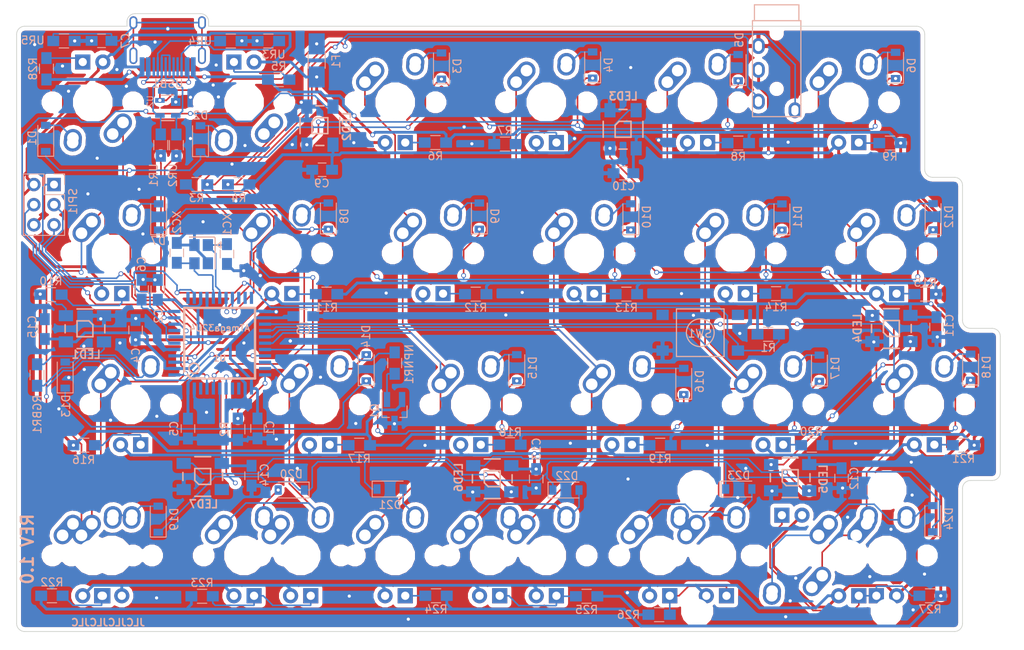
<source format=kicad_pcb>
(kicad_pcb (version 20171130) (host pcbnew "(5.0.0)")
  (layers (0 F.Cu signal) (31 B.Cu signal) (34 B.Paste user) (35 F.Paste user) (36 B.SilkS user) (37 F.SilkS user) (38 B.Mask user) (39 F.Mask user) (44 Edge.Cuts user))
  (net 0 "")
  (net 1 +5V)
  (net 2 GND)
  (net 3 "Net-(C6-Pad2)")
  (net 4 "Net-(C7-Pad2)")
  (net 5 ROW0)
  (net 6 "Net-(D1-Pad2)")
  (net 7 "Net-(D2-Pad2)")
  (net 8 "Net-(D3-Pad2)")
  (net 9 "Net-(D4-Pad2)")
  (net 10 "Net-(D5-Pad2)")
  (net 11 "Net-(D6-Pad2)")
  (net 12 ROW1)
  (net 13 "Net-(D7-Pad2)")
  (net 14 "Net-(D8-Pad2)")
  (net 15 "Net-(D9-Pad2)")
  (net 16 "Net-(D10-Pad2)")
  (net 17 "Net-(D11-Pad2)")
  (net 18 "Net-(D12-Pad2)")
  (net 19 ROW2)
  (net 20 "Net-(D13-Pad2)")
  (net 21 "Net-(D14-Pad2)")
  (net 22 "Net-(D15-Pad2)")
  (net 23 "Net-(D16-Pad2)")
  (net 24 "Net-(D17-Pad2)")
  (net 25 "Net-(D18-Pad2)")
  (net 26 ROW3)
  (net 27 "Net-(D19-Pad2)")
  (net 28 "Net-(D20-Pad2)")
  (net 29 "Net-(D21-Pad2)")
  (net 30 "Net-(D22-Pad2)")
  (net 31 "Net-(D23-Pad2)")
  (net 32 "Net-(D24-Pad2)")
  (net 33 VCC)
  (net 34 "Net-(LED1-Pad2)")
  (net 35 "Net-(LED1-Pad4)")
  (net 36 "Net-(LED2-Pad2)")
  (net 37 "Net-(LED3-Pad2)")
  (net 38 "Net-(LED4-Pad2)")
  (net 39 "Net-(LED5-Pad2)")
  (net 40 "Net-(LED6-Pad2)")
  (net 41 "Net-(MX1-Pad4)")
  (net 42 COL0)
  (net 43 "Net-(MX2-Pad4)")
  (net 44 COL1)
  (net 45 COL2)
  (net 46 "Net-(MX3-Pad4)")
  (net 47 COL3)
  (net 48 "Net-(MX4-Pad4)")
  (net 49 COL4)
  (net 50 "Net-(MX5-Pad4)")
  (net 51 COL5)
  (net 52 "Net-(MX6-Pad4)")
  (net 53 LEDGND)
  (net 54 "Net-(MX8-Pad4)")
  (net 55 "Net-(MX9-Pad4)")
  (net 56 "Net-(MX10-Pad4)")
  (net 57 "Net-(MX11-Pad4)")
  (net 58 "Net-(MX12-Pad4)")
  (net 59 "Net-(MX14-Pad4)")
  (net 60 "Net-(MX15-Pad4)")
  (net 61 "Net-(MX16-Pad4)")
  (net 62 "Net-(MX17-Pad4)")
  (net 63 "Net-(MX18-Pad4)")
  (net 64 "Net-(MX20-Pad4)")
  (net 65 "Net-(MX21-Pad4)")
  (net 66 "Net-(MX22-Pad4)")
  (net 67 "Net-(MX23-Pad4)")
  (net 68 LEDPWM)
  (net 69 "Net-(NPNR1-Pad2)")
  (net 70 RST)
  (net 71 "Net-(R2-Pad1)")
  (net 72 SCL-)
  (net 73 SDA+)
  (net 74 RGBIN)
  (net 75 MOSI)
  (net 76 SCK)
  (net 77 MISO)
  (net 78 "Net-(U1-Pad17)")
  (net 79 "Net-(U1-Pad16)")
  (net 80 D+)
  (net 81 D-)
  (net 82 "Net-(U2-Pad2)")
  (net 83 "Net-(U2-Pad3)")
  (net 84 "Net-(UR3-Pad2)")
  (net 85 "Net-(UR4-Pad1)")
  (net 86 "Net-(MX7-Pad4)")
  (net 87 "Net-(MX13-Pad4)")
  (net 88 "Net-(MX19-Pad4)")
  (net 89 "Net-(MX24-Pad3)")
  (module Pin_Headers:Pin_Header_Straight_2x03_Pitch2.54mm (layer B.Cu) (at 94.6912 86.57336 180)
    (fp_text reference SPI1 (at -2.4003 -2.13614 90) (layer B.SilkS) (effects (justify mirror)))
    (fp_text value "2x3 SPI")
    (pad 1 thru_hole rect (at 0 0 180) (size 1.7 1.7) (drill 1) (layers *.Cu *.Mask) (net 77 MISO))
    (pad 2 thru_hole oval (at 2.54 0 180) (size 1.7 1.7) (drill 1) (layers *.Cu *.Mask) (net 1 +5V))
    (pad 3 thru_hole oval (at 0 -2.54 180) (size 1.7 1.7) (drill 1) (layers *.Cu *.Mask) (net 76 SCK))
    (pad 4 thru_hole oval (at 2.54 -2.54 180) (size 1.7 1.7) (drill 1) (layers *.Cu *.Mask) (net 75 MOSI))
    (pad 5 thru_hole oval (at 0 -5.08 180) (size 1.7 1.7) (drill 1) (layers *.Cu *.Mask) (net 70 RST))
    (pad 6 thru_hole oval (at 2.54 -5.08 180) (size 1.7 1.7) (drill 1) (layers *.Cu *.Mask) (net 2 GND))
  )
  (module Capacitors_SMD:C_0805_HandSoldering (layer B.Cu) (at 120.3325 117.328 270)
    (fp_text reference C1 (at -0.0308 -1.5875 270) (layer B.SilkS) (effects (justify mirror)))
    (fp_text value 0.1uf)
    (pad 1 smd rect (at -1.25 0 270) (size 1.5 1.25) (layers B.Cu B.Paste B.Mask) (net 1 +5V))
    (pad 2 smd rect (at 1.25 0 270) (size 1.5 1.25) (layers B.Cu B.Paste B.Mask) (net 2 GND))
  )
  (module Capacitors_SMD:C_0805_HandSoldering (layer B.Cu) (at 107.76712 99.85248 90)
    (fp_text reference C2 (at -3.27152 0.08128 90) (layer B.SilkS) (effects (justify mirror)))
    (fp_text value 0.1uF)
    (pad 1 smd rect (at -1.25 0 90) (size 1.5 1.25) (layers B.Cu B.Paste B.Mask) (net 1 +5V))
    (pad 2 smd rect (at 1.25 0 90) (size 1.5 1.25) (layers B.Cu B.Paste B.Mask) (net 2 GND))
  )
  (module Capacitors_SMD:C_0805_HandSoldering (layer B.Cu) (at 126.10592 103.16972)
    (fp_text reference C3 (at 0 1.75) (layer B.SilkS) (effects (justify mirror)))
    (fp_text value 0.1uF)
    (pad 1 smd rect (at -1.25 0) (size 1.5 1.25) (layers B.Cu B.Paste B.Mask) (net 1 +5V))
    (pad 2 smd rect (at 1.25 0) (size 1.5 1.25) (layers B.Cu B.Paste B.Mask) (net 2 GND))
  )
  (module Capacitors_SMD:C_0805_HandSoldering (layer B.Cu) (at 104.96804 104.90708 90)
    (fp_text reference C4 (at -3.19532 0.03556 90) (layer B.SilkS) (effects (justify mirror)))
    (fp_text value 4.7uF)
    (pad 1 smd rect (at -1.25 0 90) (size 1.5 1.25) (layers B.Cu B.Paste B.Mask) (net 1 +5V))
    (pad 2 smd rect (at 1.25 0 90) (size 1.5 1.25) (layers B.Cu B.Paste B.Mask) (net 2 GND))
  )
  (module Capacitors_SMD:C_0805_HandSoldering (layer B.Cu) (at 111.5695 117.348 270)
    (fp_text reference C5 (at 0 1.75 270) (layer B.SilkS) (effects (justify mirror)))
    (fp_text value 0.1uF)
    (pad 1 smd rect (at -1.25 0 270) (size 1.5 1.25) (layers B.Cu B.Paste B.Mask) (net 1 +5V))
    (pad 2 smd rect (at 1.25 0 270) (size 1.5 1.25) (layers B.Cu B.Paste B.Mask) (net 2 GND))
  )
  (module Capacitors_SMD:C_0805_HandSoldering (layer B.Cu) (at 105.7275 99.822 270)
    (fp_text reference C6 (at -3.2004 0.0127 270) (layer B.SilkS) (effects (justify mirror)))
    (fp_text value 1uF)
    (pad 2 smd rect (at 1.25 0 270) (size 1.5 1.25) (layers B.Cu B.Paste B.Mask) (net 3 "Net-(C6-Pad2)"))
    (pad 1 smd rect (at -1.25 0 270) (size 1.5 1.25) (layers B.Cu B.Paste B.Mask) (net 2 GND))
  )
  (module Capacitors_SMD:C_0805_HandSoldering (layer B.Cu) (at 100.6802 68.453)
    (fp_text reference C7 (at 3.0153 0 90) (layer B.SilkS) (effects (justify mirror)))
    (fp_text value 4.7uF)
    (pad 1 smd rect (at -1.25 0) (size 1.5 1.25) (layers B.Cu B.Paste B.Mask) (net 2 GND))
    (pad 2 smd rect (at 1.25 0) (size 1.5 1.25) (layers B.Cu B.Paste B.Mask) (net 4 "Net-(C7-Pad2)"))
  )
  (module Capacitors_SMD:C_0805_HandSoldering (layer B.Cu) (at 128.4732 84.709 180)
    (fp_text reference C9 (at 0.04064 -1.7018 180) (layer B.SilkS) (effects (justify mirror)))
    (fp_text value 0.1uF)
    (pad 2 smd rect (at 1.25 0 180) (size 1.5 1.25) (layers B.Cu B.Paste B.Mask) (net 2 GND))
    (pad 1 smd rect (at -1.25 0 180) (size 1.5 1.25) (layers B.Cu B.Paste B.Mask) (net 1 +5V))
  )
  (module Capacitors_SMD:C_0805_HandSoldering (layer B.Cu) (at 166.4408 85.1408 180)
    (fp_text reference C10 (at -0.0308 -1.6256 180) (layer B.SilkS) (effects (justify mirror)))
    (fp_text value 0.1uF)
    (pad 1 smd rect (at -1.25 0 180) (size 1.5 1.25) (layers B.Cu B.Paste B.Mask) (net 1 +5V))
    (pad 2 smd rect (at 1.25 0 180) (size 1.5 1.25) (layers B.Cu B.Paste B.Mask) (net 2 GND))
  )
  (module Capacitors_SMD:C_0805_HandSoldering (layer B.Cu) (at 205.8924 104.5464 270)
    (fp_text reference C11 (at -0.2032 -1.6256 270) (layer B.SilkS) (effects (justify mirror)))
    (fp_text value 0.1uF)
    (pad 2 smd rect (at 1.25 0 270) (size 1.5 1.25) (layers B.Cu B.Paste B.Mask) (net 2 GND))
    (pad 1 smd rect (at -1.25 0 270) (size 1.5 1.25) (layers B.Cu B.Paste B.Mask) (net 1 +5V))
  )
  (module Capacitors_SMD:C_0805_HandSoldering (layer B.Cu) (at 193.929 123.5964 270)
    (fp_text reference C12 (at 0.0381 -1.5875 270) (layer B.SilkS) (effects (justify mirror)))
    (fp_text value 0.1uF)
    (pad 1 smd rect (at -1.25 0 270) (size 1.5 1.25) (layers B.Cu B.Paste B.Mask) (net 1 +5V))
    (pad 2 smd rect (at 1.25 0 270) (size 1.5 1.25) (layers B.Cu B.Paste B.Mask) (net 2 GND))
  )
  (module Capacitors_SMD:C_0805_HandSoldering (layer B.Cu) (at 155.448 123.698 270)
    (fp_text reference C13 (at -3.7592 -0.0508 90) (layer B.SilkS) (effects (justify mirror)))
    (fp_text value 0.1uF)
    (pad 2 smd rect (at 1.25 0 270) (size 1.5 1.25) (layers B.Cu B.Paste B.Mask) (net 2 GND))
    (pad 1 smd rect (at -1.25 0 270) (size 1.5 1.25) (layers B.Cu B.Paste B.Mask) (net 1 +5V))
  )
  (module Capacitors_SMD:C_0805_HandSoldering (layer B.Cu) (at 119.5832 123.2916 270)
    (fp_text reference C14 (at -0.1016 -1.6383 270) (layer B.SilkS) (effects (justify mirror)))
    (fp_text value 0.1uF)
    (pad 1 smd rect (at -1.25 0 270) (size 1.5 1.25) (layers B.Cu B.Paste B.Mask) (net 1 +5V))
    (pad 2 smd rect (at 1.25 0 270) (size 1.5 1.25) (layers B.Cu B.Paste B.Mask) (net 2 GND))
  )
  (module Capacitors_SMD:C_0805_HandSoldering (layer B.Cu) (at 93.5228 104.8004 90)
    (fp_text reference C15 (at 0.2794 -1.5748 90) (layer B.SilkS) (effects (justify mirror)))
    (fp_text value 0.1uF)
    (pad 2 smd rect (at 1.25 0 90) (size 1.5 1.25) (layers B.Cu B.Paste B.Mask) (net 2 GND))
    (pad 1 smd rect (at -1.25 0 90) (size 1.5 1.25) (layers B.Cu B.Paste B.Mask) (net 1 +5V))
  )
  (module Diodes_SMD:D_SOD-123 (layer B.Cu) (at 93.6498 80.75676 90)
    (fp_text reference D1 (at 0.04826 -1.7018 90) (layer B.SilkS) (effects (justify mirror)))
    (fp_text value D_ALT)
    (pad 1 smd rect (at -1.65 0 90) (size 0.9 1.2) (layers B.Cu B.Paste B.Mask) (net 5 ROW0))
    (pad 2 smd rect (at 1.65 0 90) (size 0.9 1.2) (layers B.Cu B.Paste B.Mask) (net 6 "Net-(D1-Pad2)"))
  )
  (module Diodes_SMD:D_SOD-123 (layer B.Cu) (at 113.14938 80.79994 90)
    (fp_text reference D2 (at 2.94894 0.00762 180) (layer B.SilkS) (effects (justify mirror)))
    (fp_text value D_ALT)
    (pad 2 smd rect (at 1.65 0 90) (size 0.9 1.2) (layers B.Cu B.Paste B.Mask) (net 7 "Net-(D2-Pad2)"))
    (pad 1 smd rect (at -1.65 0 90) (size 0.9 1.2) (layers B.Cu B.Paste B.Mask) (net 5 ROW0))
  )
  (module Diodes_SMD:D_SOD-123 (layer B.Cu) (at 143.51 71.628 90)
    (fp_text reference D3 (at 0 2 90) (layer B.SilkS) (effects (justify mirror)))
    (fp_text value D_ALT)
    (pad 1 smd rect (at -1.65 0 90) (size 0.9 1.2) (layers B.Cu B.Paste B.Mask) (net 5 ROW0))
    (pad 2 smd rect (at 1.65 0 90) (size 0.9 1.2) (layers B.Cu B.Paste B.Mask) (net 8 "Net-(D3-Pad2)"))
  )
  (module Diodes_SMD:D_SOD-123 (layer B.Cu) (at 162.56 71.501 90)
    (fp_text reference D4 (at 0 2 90) (layer B.SilkS) (effects (justify mirror)))
    (fp_text value D_ALT)
    (pad 2 smd rect (at 1.65 0 90) (size 0.9 1.2) (layers B.Cu B.Paste B.Mask) (net 9 "Net-(D4-Pad2)"))
    (pad 1 smd rect (at -1.65 0 90) (size 0.9 1.2) (layers B.Cu B.Paste B.Mask) (net 5 ROW0))
  )
  (module Diodes_SMD:D_SOD-123 (layer B.Cu) (at 180.8988 71.8312 90)
    (fp_text reference D5 (at 3.5052 0.1397 90) (layer B.SilkS) (effects (justify mirror)))
    (fp_text value D_ALT)
    (pad 1 smd rect (at -1.65 0 90) (size 0.9 1.2) (layers B.Cu B.Paste B.Mask) (net 5 ROW0))
    (pad 2 smd rect (at 1.65 0 90) (size 0.9 1.2) (layers B.Cu B.Paste B.Mask) (net 10 "Net-(D5-Pad2)"))
  )
  (module Diodes_SMD:D_SOD-123 (layer B.Cu) (at 200.7362 71.5518 90)
    (fp_text reference D6 (at 0 2 90) (layer B.SilkS) (effects (justify mirror)))
    (fp_text value D_ALT)
    (pad 2 smd rect (at 1.65 0 90) (size 0.9 1.2) (layers B.Cu B.Paste B.Mask) (net 11 "Net-(D6-Pad2)"))
    (pad 1 smd rect (at -1.65 0 90) (size 0.9 1.2) (layers B.Cu B.Paste B.Mask) (net 5 ROW0))
  )
  (module Diodes_SMD:D_SOD-123 (layer B.Cu) (at 107.8738 90.6526 90)
    (fp_text reference D7 (at -3.0099 -0.0508 180) (layer B.SilkS) (effects (justify mirror)))
    (fp_text value D_ALT)
    (pad 1 smd rect (at -1.65 0 90) (size 0.9 1.2) (layers B.Cu B.Paste B.Mask) (net 12 ROW1))
    (pad 2 smd rect (at 1.65 0 90) (size 0.9 1.2) (layers B.Cu B.Paste B.Mask) (net 13 "Net-(D7-Pad2)"))
  )
  (module Diodes_SMD:D_SOD-123 (layer B.Cu) (at 129.2606 90.551 90)
    (fp_text reference D8 (at 0 2 90) (layer B.SilkS) (effects (justify mirror)))
    (fp_text value D_ALT)
    (pad 2 smd rect (at 1.65 0 90) (size 0.9 1.2) (layers B.Cu B.Paste B.Mask) (net 14 "Net-(D8-Pad2)"))
    (pad 1 smd rect (at -1.65 0 90) (size 0.9 1.2) (layers B.Cu B.Paste B.Mask) (net 12 ROW1))
  )
  (module Diodes_SMD:D_SOD-123 (layer B.Cu) (at 148.2852 90.551 90)
    (fp_text reference D9 (at 0 2 90) (layer B.SilkS) (effects (justify mirror)))
    (fp_text value D_ALT)
    (pad 1 smd rect (at -1.65 0 90) (size 0.9 1.2) (layers B.Cu B.Paste B.Mask) (net 12 ROW1))
    (pad 2 smd rect (at 1.65 0 90) (size 0.9 1.2) (layers B.Cu B.Paste B.Mask) (net 15 "Net-(D9-Pad2)"))
  )
  (module Diodes_SMD:D_SOD-123 (layer B.Cu) (at 167.3733 90.6526 90)
    (fp_text reference D10 (at 0 2 90) (layer B.SilkS) (effects (justify mirror)))
    (fp_text value D_ALT)
    (pad 2 smd rect (at 1.65 0 90) (size 0.9 1.2) (layers B.Cu B.Paste B.Mask) (net 16 "Net-(D10-Pad2)"))
    (pad 1 smd rect (at -1.65 0 90) (size 0.9 1.2) (layers B.Cu B.Paste B.Mask) (net 12 ROW1))
  )
  (module Diodes_SMD:D_SOD-123 (layer B.Cu) (at 186.4106 90.6653 90)
    (fp_text reference D11 (at 0 2 90) (layer B.SilkS) (effects (justify mirror)))
    (fp_text value D_ALT)
    (pad 1 smd rect (at -1.65 0 90) (size 0.9 1.2) (layers B.Cu B.Paste B.Mask) (net 12 ROW1))
    (pad 2 smd rect (at 1.65 0 90) (size 0.9 1.2) (layers B.Cu B.Paste B.Mask) (net 17 "Net-(D11-Pad2)"))
  )
  (module Diodes_SMD:D_SOD-123 (layer B.Cu) (at 205.4606 90.6272 90)
    (fp_text reference D12 (at 0 2 90) (layer B.SilkS) (effects (justify mirror)))
    (fp_text value D_ALT)
    (pad 2 smd rect (at 1.65 0 90) (size 0.9 1.2) (layers B.Cu B.Paste B.Mask) (net 18 "Net-(D12-Pad2)"))
    (pad 1 smd rect (at -1.65 0 90) (size 0.9 1.2) (layers B.Cu B.Paste B.Mask) (net 12 ROW1))
  )
  (module Diodes_SMD:D_SOD-123 (layer B.Cu) (at 96.09836 110.60176 90)
    (fp_text reference D13 (at -3.88874 0.10414 90) (layer B.SilkS) (effects (justify mirror)))
    (fp_text value D_ALT)
    (pad 1 smd rect (at -1.65 0 90) (size 0.9 1.2) (layers B.Cu B.Paste B.Mask) (net 19 ROW2))
    (pad 2 smd rect (at 1.65 0 90) (size 0.9 1.2) (layers B.Cu B.Paste B.Mask) (net 20 "Net-(D13-Pad2)"))
  )
  (module Diodes_SMD:D_SOD-123 (layer B.Cu) (at 134.0358 109.6772 90)
    (fp_text reference D14 (at 3.9624 -0.0254 90) (layer B.SilkS) (effects (justify mirror)))
    (fp_text value D_ALT)
    (pad 1 smd rect (at -1.65 0 90) (size 0.9 1.2) (layers B.Cu B.Paste B.Mask) (net 19 ROW2))
    (pad 2 smd rect (at 1.65 0 90) (size 0.9 1.2) (layers B.Cu B.Paste B.Mask) (net 21 "Net-(D14-Pad2)"))
  )
  (module Diodes_SMD:D_SOD-123 (layer B.Cu) (at 153.00452 109.6772 90)
    (fp_text reference D15 (at 0 2 90) (layer B.SilkS) (effects (justify mirror)))
    (fp_text value D_ALT)
    (pad 1 smd rect (at -1.65 0 90) (size 0.9 1.2) (layers B.Cu B.Paste B.Mask) (net 19 ROW2))
    (pad 2 smd rect (at 1.65 0 90) (size 0.9 1.2) (layers B.Cu B.Paste B.Mask) (net 22 "Net-(D15-Pad2)"))
  )
  (module Diodes_SMD:D_SOD-123 (layer B.Cu) (at 174.0408 111.4044 90)
    (fp_text reference D16 (at 0 2 90) (layer B.SilkS) (effects (justify mirror)))
    (fp_text value D_ALT)
    (pad 2 smd rect (at 1.65 0 90) (size 0.9 1.2) (layers B.Cu B.Paste B.Mask) (net 23 "Net-(D16-Pad2)"))
    (pad 1 smd rect (at -1.65 0 90) (size 0.9 1.2) (layers B.Cu B.Paste B.Mask) (net 19 ROW2))
  )
  (module Diodes_SMD:D_SOD-123 (layer B.Cu) (at 191.135 109.728 90)
    (fp_text reference D17 (at 0 2 90) (layer B.SilkS) (effects (justify mirror)))
    (fp_text value D_ALT)
    (pad 2 smd rect (at 1.65 0 90) (size 0.9 1.2) (layers B.Cu B.Paste B.Mask) (net 24 "Net-(D17-Pad2)"))
    (pad 1 smd rect (at -1.65 0 90) (size 0.9 1.2) (layers B.Cu B.Paste B.Mask) (net 19 ROW2))
  )
  (module Diodes_SMD:D_SOD-123 (layer B.Cu) (at 210.185 109.601 90)
    (fp_text reference D18 (at 0 2 90) (layer B.SilkS) (effects (justify mirror)))
    (fp_text value D_ALT)
    (pad 2 smd rect (at 1.65 0 90) (size 0.9 1.2) (layers B.Cu B.Paste B.Mask) (net 25 "Net-(D18-Pad2)"))
    (pad 1 smd rect (at -1.65 0 90) (size 0.9 1.2) (layers B.Cu B.Paste B.Mask) (net 19 ROW2))
  )
  (module Diodes_SMD:D_SOD-123 (layer B.Cu) (at 107.823 128.778 90)
    (fp_text reference D19 (at 0 2 90) (layer B.SilkS) (effects (justify mirror)))
    (fp_text value D_ALT)
    (pad 1 smd rect (at -1.65 0 90) (size 0.9 1.2) (layers B.Cu B.Paste B.Mask) (net 26 ROW3))
    (pad 2 smd rect (at 1.65 0 90) (size 0.9 1.2) (layers B.Cu B.Paste B.Mask) (net 27 "Net-(D19-Pad2)"))
  )
  (module Diodes_SMD:D_SOD-123 (layer B.Cu) (at 124.587 125.095 180)
    (fp_text reference D20 (at 0 2 180) (layer B.SilkS) (effects (justify mirror)))
    (fp_text value D_ALT)
    (pad 1 smd rect (at -1.65 0 180) (size 0.9 1.2) (layers B.Cu B.Paste B.Mask) (net 26 ROW3))
    (pad 2 smd rect (at 1.65 0 180) (size 0.9 1.2) (layers B.Cu B.Paste B.Mask) (net 28 "Net-(D20-Pad2)"))
  )
  (module Diodes_SMD:D_SOD-123 (layer B.Cu) (at 137.033 124.968)
    (fp_text reference D21 (at 0 2) (layer B.SilkS) (effects (justify mirror)))
    (fp_text value D_ALT)
    (pad 1 smd rect (at -1.65 0) (size 0.9 1.2) (layers B.Cu B.Paste B.Mask) (net 26 ROW3))
    (pad 2 smd rect (at 1.65 0) (size 0.9 1.2) (layers B.Cu B.Paste B.Mask) (net 29 "Net-(D21-Pad2)"))
  )
  (module Diodes_SMD:D_SOD-123 (layer B.Cu) (at 159.1945 125.095)
    (fp_text reference D22 (at 0.127 -1.778) (layer B.SilkS) (effects (justify mirror)))
    (fp_text value D_ALT)
    (pad 2 smd rect (at 1.65 0) (size 0.9 1.2) (layers B.Cu B.Paste B.Mask) (net 30 "Net-(D22-Pad2)"))
    (pad 1 smd rect (at -1.65 0) (size 0.9 1.2) (layers B.Cu B.Paste B.Mask) (net 26 ROW3))
  )
  (module Diodes_SMD:D_SOD-123 (layer B.Cu) (at 180.975 124.968)
    (fp_text reference D23 (at 0 -1.7145) (layer B.SilkS) (effects (justify mirror)))
    (fp_text value D_ALT)
    (pad 2 smd rect (at 1.65 0) (size 0.9 1.2) (layers B.Cu B.Paste B.Mask) (net 31 "Net-(D23-Pad2)"))
    (pad 1 smd rect (at -1.65 0) (size 0.9 1.2) (layers B.Cu B.Paste B.Mask) (net 26 ROW3))
  )
  (module Diodes_SMD:D_SOD-123 (layer B.Cu) (at 205.4225 128.7145 90)
    (fp_text reference D24 (at 0 2 90) (layer B.SilkS) (effects (justify mirror)))
    (fp_text value D_ALT)
    (pad 2 smd rect (at 1.65 0 90) (size 0.9 1.2) (layers B.Cu B.Paste B.Mask) (net 32 "Net-(D24-Pad2)"))
    (pad 1 smd rect (at -1.65 0 90) (size 0.9 1.2) (layers B.Cu B.Paste B.Mask) (net 26 ROW3))
  )
  (module Fuse_Holders_and_Fuses:Fuse_SMD1206_HandSoldering (layer B.Cu) (at 127.7874 70.9168 270)
    (fp_text reference F1 (at 0.1397 -2.4511 270) (layer B.SilkS) (effects (justify mirror)))
    (fp_text value "500mA Hold")
    (pad 2 smd rect (at 2.09 0 180) (size 2.03 2.65) (layers B.Cu B.Paste B.Mask) (net 1 +5V))
    (pad 1 smd rect (at -2.09 0 180) (size 2.03 2.65) (layers B.Cu B.Paste B.Mask) (net 33 VCC))
  )
  (module WS2812B:WS2812B (layer B.Cu) (at 98.5901 104.7623 270)
    (fp_text reference LED1 (at 3.2512 -0.1524) (layer B.SilkS) (effects (font (thickness 0.2)) (justify mirror)))
    (fp_text value WS2812B hide)
    (pad 1 smd rect (at 1.65 2.4 270) (size 1.4 1.8) (layers B.Cu B.Paste B.Mask) (net 1 +5V))
    (pad 2 smd rect (at -1.65 2.4 270) (size 1.4 1.8) (layers B.Cu B.Paste B.Mask) (net 34 "Net-(LED1-Pad2)"))
    (pad 3 smd rect (at -1.65 -2.4 270) (size 1.4 1.8) (layers B.Cu B.Paste B.Mask) (net 2 GND))
    (pad 4 smd rect (at 1.65 -2.4 270) (size 1.4 1.8) (layers B.Cu B.Paste B.Mask) (net 35 "Net-(LED1-Pad4)"))
  )
  (module WS2812B:WS2812B (layer B.Cu) (at 128.1938 79.1464)
    (fp_text reference LED2 (at 3.3782 0.1016 270) (layer B.SilkS) (effects (font (thickness 0.2)) (justify mirror)))
    (fp_text value WS2812B hide)
    (pad 4 smd rect (at 1.65 -2.4) (size 1.4 1.8) (layers B.Cu B.Paste B.Mask) (net 34 "Net-(LED1-Pad2)"))
    (pad 3 smd rect (at -1.65 -2.4) (size 1.4 1.8) (layers B.Cu B.Paste B.Mask) (net 2 GND))
    (pad 2 smd rect (at -1.65 2.4) (size 1.4 1.8) (layers B.Cu B.Paste B.Mask) (net 36 "Net-(LED2-Pad2)"))
    (pad 1 smd rect (at 1.65 2.4) (size 1.4 1.8) (layers B.Cu B.Paste B.Mask) (net 1 +5V))
  )
  (module WS2812B:WS2812B (layer B.Cu) (at 166.3954 79.6036)
    (fp_text reference LED3 (at 0.0254 -4.1656) (layer B.SilkS) (effects (font (thickness 0.2)) (justify mirror)))
    (fp_text value WS2812B hide)
    (pad 1 smd rect (at 1.65 2.4) (size 1.4 1.8) (layers B.Cu B.Paste B.Mask) (net 1 +5V))
    (pad 2 smd rect (at -1.65 2.4) (size 1.4 1.8) (layers B.Cu B.Paste B.Mask) (net 37 "Net-(LED3-Pad2)"))
    (pad 3 smd rect (at -1.65 -2.4) (size 1.4 1.8) (layers B.Cu B.Paste B.Mask) (net 2 GND))
    (pad 4 smd rect (at 1.65 -2.4) (size 1.4 1.8) (layers B.Cu B.Paste B.Mask) (net 36 "Net-(LED2-Pad2)"))
  )
  (module WS2812B:WS2812B (layer B.Cu) (at 200.2028 104.7242 90)
    (fp_text reference LED4 (at 0.0254 -4.2672 90) (layer B.SilkS) (effects (font (thickness 0.2)) (justify mirror)))
    (fp_text value WS2812B hide)
    (pad 4 smd rect (at 1.65 -2.4 90) (size 1.4 1.8) (layers B.Cu B.Paste B.Mask) (net 37 "Net-(LED3-Pad2)"))
    (pad 3 smd rect (at -1.65 -2.4 90) (size 1.4 1.8) (layers B.Cu B.Paste B.Mask) (net 2 GND))
    (pad 2 smd rect (at -1.65 2.4 90) (size 1.4 1.8) (layers B.Cu B.Paste B.Mask) (net 38 "Net-(LED4-Pad2)"))
    (pad 1 smd rect (at 1.65 2.4 90) (size 1.4 1.8) (layers B.Cu B.Paste B.Mask) (net 1 +5V))
  )
  (module WS2812B:WS2812B (layer B.Cu) (at 187.452 123.53798 90)
    (fp_text reference LED5 (at -0.16002 4.191 270) (layer B.SilkS) (effects (font (thickness 0.2)) (justify mirror)))
    (fp_text value WS2812B hide)
    (pad 1 smd rect (at 1.65 2.4 90) (size 1.4 1.8) (layers B.Cu B.Paste B.Mask) (net 1 +5V))
    (pad 2 smd rect (at -1.65 2.4 90) (size 1.4 1.8) (layers B.Cu B.Paste B.Mask) (net 39 "Net-(LED5-Pad2)"))
    (pad 3 smd rect (at -1.65 -2.4 90) (size 1.4 1.8) (layers B.Cu B.Paste B.Mask) (net 2 GND))
    (pad 4 smd rect (at 1.65 -2.4 90) (size 1.4 1.8) (layers B.Cu B.Paste B.Mask) (net 38 "Net-(LED4-Pad2)"))
  )
  (module WS2812B:WS2812B (layer B.Cu) (at 149.9108 123.6726 90)
    (fp_text reference LED6 (at 0.1651 -4.2418 90) (layer B.SilkS) (effects (font (thickness 0.2)) (justify mirror)))
    (fp_text value WS2812B hide)
    (pad 1 smd rect (at 1.65 2.4 90) (size 1.4 1.8) (layers B.Cu B.Paste B.Mask) (net 1 +5V))
    (pad 2 smd rect (at -1.65 2.4 90) (size 1.4 1.8) (layers B.Cu B.Paste B.Mask) (net 40 "Net-(LED6-Pad2)"))
    (pad 3 smd rect (at -1.65 -2.4 90) (size 1.4 1.8) (layers B.Cu B.Paste B.Mask) (net 2 GND))
    (pad 4 smd rect (at 1.65 -2.4 90) (size 1.4 1.8) (layers B.Cu B.Paste B.Mask) (net 39 "Net-(LED5-Pad2)"))
  )
  (module WS2812B:WS2812B (layer B.Cu) (at 113.43132 123.38558 90)
    (fp_text reference LED7 (at -3.48742 0.10668 180) (layer B.SilkS) (effects (font (thickness 0.2)) (justify mirror)))
    (fp_text value WS2812B hide)
    (pad 4 smd rect (at 1.65 -2.4 90) (size 1.4 1.8) (layers B.Cu B.Paste B.Mask) (net 40 "Net-(LED6-Pad2)"))
    (pad 3 smd rect (at -1.65 -2.4 90) (size 1.4 1.8) (layers B.Cu B.Paste B.Mask) (net 2 GND))
    (pad 2 smd rect (at -1.65 2.4 90) (size 1.4 1.8) (layers B.Cu B.Paste B.Mask))
    (pad 1 smd rect (at 1.65 2.4 90) (size 1.4 1.8) (layers B.Cu B.Paste B.Mask) (net 1 +5V))
  )
  (module MX_Alps_Hybrid:MX-1U (layer F.Cu) (at 99.579 76.2 180)
    (fp_text reference MX1)
    (fp_text value MX-1U)
    (pad "" np_thru_hole circle (at 5.08 0 228.0996) (size 1.75 1.75) (drill 1.75) (layers *.Cu *.Mask))
    (pad "" np_thru_hole circle (at -5.08 0 228.0996) (size 1.75 1.75) (drill 1.75) (layers *.Cu *.Mask))
    (pad 4 thru_hole rect (at 1.27 5.08 180) (size 1.905 1.905) (drill 1.04) (layers *.Cu B.Mask) (net 41 "Net-(MX1-Pad4)"))
    (pad 3 thru_hole circle (at -1.27 5.08 180) (size 1.905 1.905) (drill 1.04) (layers *.Cu B.Mask) (net 1 +5V))
    (pad 1 thru_hole circle (at -2.5 -4 180) (size 2.25 2.25) (drill 1.47) (layers *.Cu B.Mask) (net 42 COL0))
    (pad "" np_thru_hole circle (at 0 0 180) (size 3.9878 3.9878) (drill 3.9878) (layers *.Cu *.Mask))
    (pad 1 thru_hole oval (at -3.81 -2.54 228.0996) (size 4.211556 2.25) (drill 1.47 (offset 0.980778 0)) (layers *.Cu B.Mask) (net 42 COL0))
    (pad 2 thru_hole circle (at 2.54 -5.08 180) (size 2.25 2.25) (drill 1.47) (layers *.Cu B.Mask) (net 6 "Net-(D1-Pad2)"))
    (pad 2 thru_hole oval (at 2.5 -4.5 266.0548) (size 2.831378 2.25) (drill 1.47 (offset 0.290689 0)) (layers *.Cu B.Mask) (net 6 "Net-(D1-Pad2)"))
  )
  (module MX_Alps_Hybrid:MX-1U (layer F.Cu) (at 118.629 76.2 180)
    (fp_text reference MX2)
    (fp_text value MX-1U)
    (pad "" np_thru_hole circle (at 5.08 0 228.0996) (size 1.75 1.75) (drill 1.75) (layers *.Cu *.Mask))
    (pad "" np_thru_hole circle (at -5.08 0 228.0996) (size 1.75 1.75) (drill 1.75) (layers *.Cu *.Mask))
    (pad 4 thru_hole rect (at 1.27 5.08 180) (size 1.905 1.905) (drill 1.04) (layers *.Cu B.Mask) (net 43 "Net-(MX2-Pad4)"))
    (pad 3 thru_hole circle (at -1.27 5.08 180) (size 1.905 1.905) (drill 1.04) (layers *.Cu B.Mask) (net 1 +5V))
    (pad 1 thru_hole circle (at -2.5 -4 180) (size 2.25 2.25) (drill 1.47) (layers *.Cu B.Mask) (net 44 COL1))
    (pad "" np_thru_hole circle (at 0 0 180) (size 3.9878 3.9878) (drill 3.9878) (layers *.Cu *.Mask))
    (pad 1 thru_hole oval (at -3.81 -2.54 228.0996) (size 4.211556 2.25) (drill 1.47 (offset 0.980778 0)) (layers *.Cu B.Mask) (net 44 COL1))
    (pad 2 thru_hole circle (at 2.54 -5.08 180) (size 2.25 2.25) (drill 1.47) (layers *.Cu B.Mask) (net 7 "Net-(D2-Pad2)"))
    (pad 2 thru_hole oval (at 2.5 -4.5 266.0548) (size 2.831378 2.25) (drill 1.47 (offset 0.290689 0)) (layers *.Cu B.Mask) (net 7 "Net-(D2-Pad2)"))
  )
  (module MX_Alps_Hybrid:MX-1U (layer F.Cu) (at 137.679 76.2)
    (fp_text reference MX3)
    (fp_text value MX-1U)
    (pad 2 thru_hole oval (at 2.5 -4.5 86.0548) (size 2.831378 2.25) (drill 1.47 (offset 0.290689 0)) (layers *.Cu B.Mask) (net 8 "Net-(D3-Pad2)"))
    (pad 2 thru_hole circle (at 2.54 -5.08) (size 2.25 2.25) (drill 1.47) (layers *.Cu B.Mask) (net 8 "Net-(D3-Pad2)"))
    (pad 1 thru_hole oval (at -3.81 -2.54 48.0996) (size 4.211556 2.25) (drill 1.47 (offset 0.980778 0)) (layers *.Cu B.Mask) (net 45 COL2))
    (pad "" np_thru_hole circle (at 0 0) (size 3.9878 3.9878) (drill 3.9878) (layers *.Cu *.Mask))
    (pad 1 thru_hole circle (at -2.5 -4) (size 2.25 2.25) (drill 1.47) (layers *.Cu B.Mask) (net 45 COL2))
    (pad 3 thru_hole circle (at -1.27 5.08) (size 1.905 1.905) (drill 1.04) (layers *.Cu B.Mask) (net 1 +5V))
    (pad 4 thru_hole rect (at 1.27 5.08) (size 1.905 1.905) (drill 1.04) (layers *.Cu B.Mask) (net 46 "Net-(MX3-Pad4)"))
    (pad "" np_thru_hole circle (at -5.08 0 48.0996) (size 1.75 1.75) (drill 1.75) (layers *.Cu *.Mask))
    (pad "" np_thru_hole circle (at 5.08 0 48.0996) (size 1.75 1.75) (drill 1.75) (layers *.Cu *.Mask))
  )
  (module MX_Alps_Hybrid:MX-1U (layer F.Cu) (at 156.729 76.2)
    (fp_text reference MX4)
    (fp_text value MX-1U)
    (pad 2 thru_hole oval (at 2.5 -4.5 86.0548) (size 2.831378 2.25) (drill 1.47 (offset 0.290689 0)) (layers *.Cu B.Mask) (net 9 "Net-(D4-Pad2)"))
    (pad 2 thru_hole circle (at 2.54 -5.08) (size 2.25 2.25) (drill 1.47) (layers *.Cu B.Mask) (net 9 "Net-(D4-Pad2)"))
    (pad 1 thru_hole oval (at -3.81 -2.54 48.0996) (size 4.211556 2.25) (drill 1.47 (offset 0.980778 0)) (layers *.Cu B.Mask) (net 47 COL3))
    (pad "" np_thru_hole circle (at 0 0) (size 3.9878 3.9878) (drill 3.9878) (layers *.Cu *.Mask))
    (pad 1 thru_hole circle (at -2.5 -4) (size 2.25 2.25) (drill 1.47) (layers *.Cu B.Mask) (net 47 COL3))
    (pad 3 thru_hole circle (at -1.27 5.08) (size 1.905 1.905) (drill 1.04) (layers *.Cu B.Mask) (net 1 +5V))
    (pad 4 thru_hole rect (at 1.27 5.08) (size 1.905 1.905) (drill 1.04) (layers *.Cu B.Mask) (net 48 "Net-(MX4-Pad4)"))
    (pad "" np_thru_hole circle (at -5.08 0 48.0996) (size 1.75 1.75) (drill 1.75) (layers *.Cu *.Mask))
    (pad "" np_thru_hole circle (at 5.08 0 48.0996) (size 1.75 1.75) (drill 1.75) (layers *.Cu *.Mask))
  )
  (module MX_Alps_Hybrid:MX-1U (layer F.Cu) (at 175.779 76.2)
    (fp_text reference MX5)
    (fp_text value MX-1U)
    (pad 2 thru_hole oval (at 2.5 -4.5 86.0548) (size 2.831378 2.25) (drill 1.47 (offset 0.290689 0)) (layers *.Cu B.Mask) (net 10 "Net-(D5-Pad2)"))
    (pad 2 thru_hole circle (at 2.54 -5.08) (size 2.25 2.25) (drill 1.47) (layers *.Cu B.Mask) (net 10 "Net-(D5-Pad2)"))
    (pad 1 thru_hole oval (at -3.81 -2.54 48.0996) (size 4.211556 2.25) (drill 1.47 (offset 0.980778 0)) (layers *.Cu B.Mask) (net 49 COL4))
    (pad "" np_thru_hole circle (at 0 0) (size 3.9878 3.9878) (drill 3.9878) (layers *.Cu *.Mask))
    (pad 1 thru_hole circle (at -2.5 -4) (size 2.25 2.25) (drill 1.47) (layers *.Cu B.Mask) (net 49 COL4))
    (pad 3 thru_hole circle (at -1.27 5.08) (size 1.905 1.905) (drill 1.04) (layers *.Cu B.Mask) (net 1 +5V))
    (pad 4 thru_hole rect (at 1.27 5.08) (size 1.905 1.905) (drill 1.04) (layers *.Cu B.Mask) (net 50 "Net-(MX5-Pad4)"))
    (pad "" np_thru_hole circle (at -5.08 0 48.0996) (size 1.75 1.75) (drill 1.75) (layers *.Cu *.Mask))
    (pad "" np_thru_hole circle (at 5.08 0 48.0996) (size 1.75 1.75) (drill 1.75) (layers *.Cu *.Mask))
  )
  (module MX_Alps_Hybrid:MX-1U (layer F.Cu) (at 194.829 76.2)
    (fp_text reference MX6)
    (fp_text value MX-1U)
    (pad 2 thru_hole oval (at 2.5 -4.5 86.0548) (size 2.831378 2.25) (drill 1.47 (offset 0.290689 0)) (layers *.Cu B.Mask) (net 11 "Net-(D6-Pad2)"))
    (pad 2 thru_hole circle (at 2.54 -5.08) (size 2.25 2.25) (drill 1.47) (layers *.Cu B.Mask) (net 11 "Net-(D6-Pad2)"))
    (pad 1 thru_hole oval (at -3.81 -2.54 48.0996) (size 4.211556 2.25) (drill 1.47 (offset 0.980778 0)) (layers *.Cu B.Mask) (net 51 COL5))
    (pad "" np_thru_hole circle (at 0 0) (size 3.9878 3.9878) (drill 3.9878) (layers *.Cu *.Mask))
    (pad 1 thru_hole circle (at -2.5 -4) (size 2.25 2.25) (drill 1.47) (layers *.Cu B.Mask) (net 51 COL5))
    (pad 3 thru_hole circle (at -1.27 5.08) (size 1.905 1.905) (drill 1.04) (layers *.Cu B.Mask) (net 1 +5V))
    (pad 4 thru_hole rect (at 1.27 5.08) (size 1.905 1.905) (drill 1.04) (layers *.Cu B.Mask) (net 52 "Net-(MX6-Pad4)"))
    (pad "" np_thru_hole circle (at -5.08 0 48.0996) (size 1.75 1.75) (drill 1.75) (layers *.Cu *.Mask))
    (pad "" np_thru_hole circle (at 5.08 0 48.0996) (size 1.75 1.75) (drill 1.75) (layers *.Cu *.Mask))
  )
  (module MX_Alps_Hybrid:MX-1.25U (layer F.Cu) (at 101.96 95.25)
    (fp_text reference MX7)
    (fp_text value MX-1.25U)
    (pad "" np_thru_hole circle (at 5.08 0 48.0996) (size 1.75 1.75) (drill 1.75) (layers *.Cu *.Mask))
    (pad "" np_thru_hole circle (at -5.08 0 48.0996) (size 1.75 1.75) (drill 1.75) (layers *.Cu *.Mask))
    (pad 4 thru_hole rect (at 1.27 5.08) (size 1.905 1.905) (drill 1.04) (layers *.Cu B.Mask) (net 86 "Net-(MX7-Pad4)"))
    (pad 3 thru_hole circle (at -1.27 5.08) (size 1.905 1.905) (drill 1.04) (layers *.Cu B.Mask) (net 1 +5V))
    (pad 1 thru_hole circle (at -2.5 -4) (size 2.25 2.25) (drill 1.47) (layers *.Cu B.Mask) (net 42 COL0))
    (pad "" np_thru_hole circle (at 0 0) (size 3.9878 3.9878) (drill 3.9878) (layers *.Cu *.Mask))
    (pad 1 thru_hole oval (at -3.81 -2.54 48.0996) (size 4.211556 2.25) (drill 1.47 (offset 0.980778 0)) (layers *.Cu B.Mask) (net 42 COL0))
    (pad 2 thru_hole circle (at 2.54 -5.08) (size 2.25 2.25) (drill 1.47) (layers *.Cu B.Mask) (net 13 "Net-(D7-Pad2)"))
    (pad 2 thru_hole oval (at 2.5 -4.5 86.0548) (size 2.831378 2.25) (drill 1.47 (offset 0.290689 0)) (layers *.Cu B.Mask) (net 13 "Net-(D7-Pad2)"))
  )
  (module MX_Alps_Hybrid:MX-1U (layer F.Cu) (at 123.39 95.25)
    (fp_text reference MX8)
    (fp_text value MX-1U)
    (pad 2 thru_hole oval (at 2.5 -4.5 86.0548) (size 2.831378 2.25) (drill 1.47 (offset 0.290689 0)) (layers *.Cu B.Mask) (net 14 "Net-(D8-Pad2)"))
    (pad 2 thru_hole circle (at 2.54 -5.08) (size 2.25 2.25) (drill 1.47) (layers *.Cu B.Mask) (net 14 "Net-(D8-Pad2)"))
    (pad 1 thru_hole oval (at -3.81 -2.54 48.0996) (size 4.211556 2.25) (drill 1.47 (offset 0.980778 0)) (layers *.Cu B.Mask) (net 44 COL1))
    (pad "" np_thru_hole circle (at 0 0) (size 3.9878 3.9878) (drill 3.9878) (layers *.Cu *.Mask))
    (pad 1 thru_hole circle (at -2.5 -4) (size 2.25 2.25) (drill 1.47) (layers *.Cu B.Mask) (net 44 COL1))
    (pad 3 thru_hole circle (at -1.27 5.08) (size 1.905 1.905) (drill 1.04) (layers *.Cu B.Mask) (net 1 +5V))
    (pad 4 thru_hole rect (at 1.27 5.08) (size 1.905 1.905) (drill 1.04) (layers *.Cu B.Mask) (net 54 "Net-(MX8-Pad4)"))
    (pad "" np_thru_hole circle (at -5.08 0 48.0996) (size 1.75 1.75) (drill 1.75) (layers *.Cu *.Mask))
    (pad "" np_thru_hole circle (at 5.08 0 48.0996) (size 1.75 1.75) (drill 1.75) (layers *.Cu *.Mask))
  )
  (module MX_Alps_Hybrid:MX-1U (layer F.Cu) (at 142.44 95.25)
    (fp_text reference MX9)
    (fp_text value MX-1U)
    (pad 2 thru_hole oval (at 2.5 -4.5 86.0548) (size 2.831378 2.25) (drill 1.47 (offset 0.290689 0)) (layers *.Cu B.Mask) (net 15 "Net-(D9-Pad2)"))
    (pad 2 thru_hole circle (at 2.54 -5.08) (size 2.25 2.25) (drill 1.47) (layers *.Cu B.Mask) (net 15 "Net-(D9-Pad2)"))
    (pad 1 thru_hole oval (at -3.81 -2.54 48.0996) (size 4.211556 2.25) (drill 1.47 (offset 0.980778 0)) (layers *.Cu B.Mask) (net 45 COL2))
    (pad "" np_thru_hole circle (at 0 0) (size 3.9878 3.9878) (drill 3.9878) (layers *.Cu *.Mask))
    (pad 1 thru_hole circle (at -2.5 -4) (size 2.25 2.25) (drill 1.47) (layers *.Cu B.Mask) (net 45 COL2))
    (pad 3 thru_hole circle (at -1.27 5.08) (size 1.905 1.905) (drill 1.04) (layers *.Cu B.Mask) (net 1 +5V))
    (pad 4 thru_hole rect (at 1.27 5.08) (size 1.905 1.905) (drill 1.04) (layers *.Cu B.Mask) (net 55 "Net-(MX9-Pad4)"))
    (pad "" np_thru_hole circle (at -5.08 0 48.0996) (size 1.75 1.75) (drill 1.75) (layers *.Cu *.Mask))
    (pad "" np_thru_hole circle (at 5.08 0 48.0996) (size 1.75 1.75) (drill 1.75) (layers *.Cu *.Mask))
  )
  (module MX_Alps_Hybrid:MX-1U (layer F.Cu) (at 161.49 95.25)
    (fp_text reference MX10)
    (fp_text value MX-1U)
    (pad 2 thru_hole oval (at 2.5 -4.5 86.0548) (size 2.831378 2.25) (drill 1.47 (offset 0.290689 0)) (layers *.Cu B.Mask) (net 16 "Net-(D10-Pad2)"))
    (pad 2 thru_hole circle (at 2.54 -5.08) (size 2.25 2.25) (drill 1.47) (layers *.Cu B.Mask) (net 16 "Net-(D10-Pad2)"))
    (pad 1 thru_hole oval (at -3.81 -2.54 48.0996) (size 4.211556 2.25) (drill 1.47 (offset 0.980778 0)) (layers *.Cu B.Mask) (net 47 COL3))
    (pad "" np_thru_hole circle (at 0 0) (size 3.9878 3.9878) (drill 3.9878) (layers *.Cu *.Mask))
    (pad 1 thru_hole circle (at -2.5 -4) (size 2.25 2.25) (drill 1.47) (layers *.Cu B.Mask) (net 47 COL3))
    (pad 3 thru_hole circle (at -1.27 5.08) (size 1.905 1.905) (drill 1.04) (layers *.Cu B.Mask) (net 1 +5V))
    (pad 4 thru_hole rect (at 1.27 5.08) (size 1.905 1.905) (drill 1.04) (layers *.Cu B.Mask) (net 56 "Net-(MX10-Pad4)"))
    (pad "" np_thru_hole circle (at -5.08 0 48.0996) (size 1.75 1.75) (drill 1.75) (layers *.Cu *.Mask))
    (pad "" np_thru_hole circle (at 5.08 0 48.0996) (size 1.75 1.75) (drill 1.75) (layers *.Cu *.Mask))
  )
  (module MX_Alps_Hybrid:MX-1U (layer F.Cu) (at 180.54 95.25)
    (fp_text reference MX11)
    (fp_text value MX-1U)
    (pad 2 thru_hole oval (at 2.5 -4.5 86.0548) (size 2.831378 2.25) (drill 1.47 (offset 0.290689 0)) (layers *.Cu B.Mask) (net 17 "Net-(D11-Pad2)"))
    (pad 2 thru_hole circle (at 2.54 -5.08) (size 2.25 2.25) (drill 1.47) (layers *.Cu B.Mask) (net 17 "Net-(D11-Pad2)"))
    (pad 1 thru_hole oval (at -3.81 -2.54 48.0996) (size 4.211556 2.25) (drill 1.47 (offset 0.980778 0)) (layers *.Cu B.Mask) (net 49 COL4))
    (pad "" np_thru_hole circle (at 0 0) (size 3.9878 3.9878) (drill 3.9878) (layers *.Cu *.Mask))
    (pad 1 thru_hole circle (at -2.5 -4) (size 2.25 2.25) (drill 1.47) (layers *.Cu B.Mask) (net 49 COL4))
    (pad 3 thru_hole circle (at -1.27 5.08) (size 1.905 1.905) (drill 1.04) (layers *.Cu B.Mask) (net 1 +5V))
    (pad 4 thru_hole rect (at 1.27 5.08) (size 1.905 1.905) (drill 1.04) (layers *.Cu B.Mask) (net 57 "Net-(MX11-Pad4)"))
    (pad "" np_thru_hole circle (at -5.08 0 48.0996) (size 1.75 1.75) (drill 1.75) (layers *.Cu *.Mask))
    (pad "" np_thru_hole circle (at 5.08 0 48.0996) (size 1.75 1.75) (drill 1.75) (layers *.Cu *.Mask))
  )
  (module MX_Alps_Hybrid:MX-1U (layer F.Cu) (at 199.59 95.25)
    (fp_text reference MX12)
    (fp_text value MX-1U)
    (pad "" np_thru_hole circle (at 5.08 0 48.0996) (size 1.75 1.75) (drill 1.75) (layers *.Cu *.Mask))
    (pad "" np_thru_hole circle (at -5.08 0 48.0996) (size 1.75 1.75) (drill 1.75) (layers *.Cu *.Mask))
    (pad 4 thru_hole rect (at 1.27 5.08) (size 1.905 1.905) (drill 1.04) (layers *.Cu B.Mask) (net 58 "Net-(MX12-Pad4)"))
    (pad 3 thru_hole circle (at -1.27 5.08) (size 1.905 1.905) (drill 1.04) (layers *.Cu B.Mask) (net 1 +5V))
    (pad 1 thru_hole circle (at -2.5 -4) (size 2.25 2.25) (drill 1.47) (layers *.Cu B.Mask) (net 51 COL5))
    (pad "" np_thru_hole circle (at 0 0) (size 3.9878 3.9878) (drill 3.9878) (layers *.Cu *.Mask))
    (pad 1 thru_hole oval (at -3.81 -2.54 48.0996) (size 4.211556 2.25) (drill 1.47 (offset 0.980778 0)) (layers *.Cu B.Mask) (net 51 COL5))
    (pad 2 thru_hole circle (at 2.54 -5.08) (size 2.25 2.25) (drill 1.47) (layers *.Cu B.Mask) (net 18 "Net-(D12-Pad2)"))
    (pad 2 thru_hole oval (at 2.5 -4.5 86.0548) (size 2.831378 2.25) (drill 1.47 (offset 0.290689 0)) (layers *.Cu B.Mask) (net 18 "Net-(D12-Pad2)"))
  )
  (module MX_Alps_Hybrid:MX-1.5U (layer F.Cu) (at 104.34 114.3)
    (fp_text reference MX13)
    (fp_text value MX-1.5U)
    (pad 2 thru_hole oval (at 2.5 -4.5 86.0548) (size 2.831378 2.25) (drill 1.47 (offset 0.290689 0)) (layers *.Cu B.Mask) (net 20 "Net-(D13-Pad2)"))
    (pad 2 thru_hole circle (at 2.54 -5.08) (size 2.25 2.25) (drill 1.47) (layers *.Cu B.Mask) (net 20 "Net-(D13-Pad2)"))
    (pad 1 thru_hole oval (at -3.81 -2.54 48.0996) (size 4.211556 2.25) (drill 1.47 (offset 0.980778 0)) (layers *.Cu B.Mask) (net 42 COL0))
    (pad "" np_thru_hole circle (at 0 0) (size 3.9878 3.9878) (drill 3.9878) (layers *.Cu *.Mask))
    (pad 1 thru_hole circle (at -2.5 -4) (size 2.25 2.25) (drill 1.47) (layers *.Cu B.Mask) (net 42 COL0))
    (pad 3 thru_hole circle (at -1.27 5.08) (size 1.905 1.905) (drill 1.04) (layers *.Cu B.Mask) (net 1 +5V))
    (pad 4 thru_hole rect (at 1.27 5.08) (size 1.905 1.905) (drill 1.04) (layers *.Cu B.Mask) (net 87 "Net-(MX13-Pad4)"))
    (pad "" np_thru_hole circle (at -5.08 0 48.0996) (size 1.75 1.75) (drill 1.75) (layers *.Cu *.Mask))
    (pad "" np_thru_hole circle (at 5.08 0 48.0996) (size 1.75 1.75) (drill 1.75) (layers *.Cu *.Mask))
  )
  (module MX_Alps_Hybrid:MX-1U (layer F.Cu) (at 128.15 114.3)
    (fp_text reference MX14)
    (fp_text value MX-1U)
    (pad "" np_thru_hole circle (at 5.08 0 48.0996) (size 1.75 1.75) (drill 1.75) (layers *.Cu *.Mask))
    (pad "" np_thru_hole circle (at -5.08 0 48.0996) (size 1.75 1.75) (drill 1.75) (layers *.Cu *.Mask))
    (pad 4 thru_hole rect (at 1.27 5.08) (size 1.905 1.905) (drill 1.04) (layers *.Cu B.Mask) (net 59 "Net-(MX14-Pad4)"))
    (pad 3 thru_hole circle (at -1.27 5.08) (size 1.905 1.905) (drill 1.04) (layers *.Cu B.Mask) (net 1 +5V))
    (pad 1 thru_hole circle (at -2.5 -4) (size 2.25 2.25) (drill 1.47) (layers *.Cu B.Mask) (net 44 COL1))
    (pad "" np_thru_hole circle (at 0 0) (size 3.9878 3.9878) (drill 3.9878) (layers *.Cu *.Mask))
    (pad 1 thru_hole oval (at -3.81 -2.54 48.0996) (size 4.211556 2.25) (drill 1.47 (offset 0.980778 0)) (layers *.Cu B.Mask) (net 44 COL1))
    (pad 2 thru_hole circle (at 2.54 -5.08) (size 2.25 2.25) (drill 1.47) (layers *.Cu B.Mask) (net 21 "Net-(D14-Pad2)"))
    (pad 2 thru_hole oval (at 2.5 -4.5 86.0548) (size 2.831378 2.25) (drill 1.47 (offset 0.290689 0)) (layers *.Cu B.Mask) (net 21 "Net-(D14-Pad2)"))
  )
  (module MX_Alps_Hybrid:MX-1U (layer F.Cu) (at 147.2 114.3)
    (fp_text reference MX15)
    (fp_text value MX-1U)
    (pad 2 thru_hole oval (at 2.5 -4.5 86.0548) (size 2.831378 2.25) (drill 1.47 (offset 0.290689 0)) (layers *.Cu B.Mask) (net 22 "Net-(D15-Pad2)"))
    (pad 2 thru_hole circle (at 2.54 -5.08) (size 2.25 2.25) (drill 1.47) (layers *.Cu B.Mask) (net 22 "Net-(D15-Pad2)"))
    (pad 1 thru_hole oval (at -3.81 -2.54 48.0996) (size 4.211556 2.25) (drill 1.47 (offset 0.980778 0)) (layers *.Cu B.Mask) (net 45 COL2))
    (pad "" np_thru_hole circle (at 0 0) (size 3.9878 3.9878) (drill 3.9878) (layers *.Cu *.Mask))
    (pad 1 thru_hole circle (at -2.5 -4) (size 2.25 2.25) (drill 1.47) (layers *.Cu B.Mask) (net 45 COL2))
    (pad 3 thru_hole circle (at -1.27 5.08) (size 1.905 1.905) (drill 1.04) (layers *.Cu B.Mask) (net 1 +5V))
    (pad 4 thru_hole rect (at 1.27 5.08) (size 1.905 1.905) (drill 1.04) (layers *.Cu B.Mask) (net 60 "Net-(MX15-Pad4)"))
    (pad "" np_thru_hole circle (at -5.08 0 48.0996) (size 1.75 1.75) (drill 1.75) (layers *.Cu *.Mask))
    (pad "" np_thru_hole circle (at 5.08 0 48.0996) (size 1.75 1.75) (drill 1.75) (layers *.Cu *.Mask))
  )
  (module MX_Alps_Hybrid:MX-1U (layer F.Cu) (at 166.25 114.3)
    (fp_text reference MX16)
    (fp_text value MX-1U)
    (pad "" np_thru_hole circle (at 5.08 0 48.0996) (size 1.75 1.75) (drill 1.75) (layers *.Cu *.Mask))
    (pad "" np_thru_hole circle (at -5.08 0 48.0996) (size 1.75 1.75) (drill 1.75) (layers *.Cu *.Mask))
    (pad 4 thru_hole rect (at 1.27 5.08) (size 1.905 1.905) (drill 1.04) (layers *.Cu B.Mask) (net 61 "Net-(MX16-Pad4)"))
    (pad 3 thru_hole circle (at -1.27 5.08) (size 1.905 1.905) (drill 1.04) (layers *.Cu B.Mask) (net 1 +5V))
    (pad 1 thru_hole circle (at -2.5 -4) (size 2.25 2.25) (drill 1.47) (layers *.Cu B.Mask) (net 47 COL3))
    (pad "" np_thru_hole circle (at 0 0) (size 3.9878 3.9878) (drill 3.9878) (layers *.Cu *.Mask))
    (pad 1 thru_hole oval (at -3.81 -2.54 48.0996) (size 4.211556 2.25) (drill 1.47 (offset 0.980778 0)) (layers *.Cu B.Mask) (net 47 COL3))
    (pad 2 thru_hole circle (at 2.54 -5.08) (size 2.25 2.25) (drill 1.47) (layers *.Cu B.Mask) (net 23 "Net-(D16-Pad2)"))
    (pad 2 thru_hole oval (at 2.5 -4.5 86.0548) (size 2.831378 2.25) (drill 1.47 (offset 0.290689 0)) (layers *.Cu B.Mask) (net 23 "Net-(D16-Pad2)"))
  )
  (module MX_Alps_Hybrid:MX-1U (layer F.Cu) (at 185.3 114.3)
    (fp_text reference MX17)
    (fp_text value MX-1U)
    (pad 2 thru_hole oval (at 2.5 -4.5 86.0548) (size 2.831378 2.25) (drill 1.47 (offset 0.290689 0)) (layers *.Cu B.Mask) (net 24 "Net-(D17-Pad2)"))
    (pad 2 thru_hole circle (at 2.54 -5.08) (size 2.25 2.25) (drill 1.47) (layers *.Cu B.Mask) (net 24 "Net-(D17-Pad2)"))
    (pad 1 thru_hole oval (at -3.81 -2.54 48.0996) (size 4.211556 2.25) (drill 1.47 (offset 0.980778 0)) (layers *.Cu B.Mask) (net 49 COL4))
    (pad "" np_thru_hole circle (at 0 0) (size 3.9878 3.9878) (drill 3.9878) (layers *.Cu *.Mask))
    (pad 1 thru_hole circle (at -2.5 -4) (size 2.25 2.25) (drill 1.47) (layers *.Cu B.Mask) (net 49 COL4))
    (pad 3 thru_hole circle (at -1.27 5.08) (size 1.905 1.905) (drill 1.04) (layers *.Cu B.Mask) (net 1 +5V))
    (pad 4 thru_hole rect (at 1.27 5.08) (size 1.905 1.905) (drill 1.04) (layers *.Cu B.Mask) (net 62 "Net-(MX17-Pad4)"))
    (pad "" np_thru_hole circle (at -5.08 0 48.0996) (size 1.75 1.75) (drill 1.75) (layers *.Cu *.Mask))
    (pad "" np_thru_hole circle (at 5.08 0 48.0996) (size 1.75 1.75) (drill 1.75) (layers *.Cu *.Mask))
  )
  (module MX_Alps_Hybrid:MX-1U (layer F.Cu) (at 204.35 114.3)
    (fp_text reference MX18)
    (fp_text value MX-1U)
    (pad 2 thru_hole oval (at 2.5 -4.5 86.0548) (size 2.831378 2.25) (drill 1.47 (offset 0.290689 0)) (layers *.Cu B.Mask) (net 25 "Net-(D18-Pad2)"))
    (pad 2 thru_hole circle (at 2.54 -5.08) (size 2.25 2.25) (drill 1.47) (layers *.Cu B.Mask) (net 25 "Net-(D18-Pad2)"))
    (pad 1 thru_hole oval (at -3.81 -2.54 48.0996) (size 4.211556 2.25) (drill 1.47 (offset 0.980778 0)) (layers *.Cu B.Mask) (net 51 COL5))
    (pad "" np_thru_hole circle (at 0 0) (size 3.9878 3.9878) (drill 3.9878) (layers *.Cu *.Mask))
    (pad 1 thru_hole circle (at -2.5 -4) (size 2.25 2.25) (drill 1.47) (layers *.Cu B.Mask) (net 51 COL5))
    (pad 3 thru_hole circle (at -1.27 5.08) (size 1.905 1.905) (drill 1.04) (layers *.Cu B.Mask) (net 1 +5V))
    (pad 4 thru_hole rect (at 1.27 5.08) (size 1.905 1.905) (drill 1.04) (layers *.Cu B.Mask) (net 63 "Net-(MX18-Pad4)"))
    (pad "" np_thru_hole circle (at -5.08 0 48.0996) (size 1.75 1.75) (drill 1.75) (layers *.Cu *.Mask))
    (pad "" np_thru_hole circle (at 5.08 0 48.0996) (size 1.75 1.75) (drill 1.75) (layers *.Cu *.Mask))
  )
  (module MX_Alps_Hybrid:MX-1U (layer F.Cu) (at 99.577 133.35)
    (fp_text reference MX19)
    (fp_text value MX-1U)
    (pad "" np_thru_hole circle (at 5.08 0 48.0996) (size 1.75 1.75) (drill 1.75) (layers *.Cu *.Mask))
    (pad "" np_thru_hole circle (at -5.08 0 48.0996) (size 1.75 1.75) (drill 1.75) (layers *.Cu *.Mask))
    (pad 4 thru_hole rect (at 1.27 5.08) (size 1.905 1.905) (drill 1.04) (layers *.Cu B.Mask) (net 88 "Net-(MX19-Pad4)"))
    (pad 3 thru_hole circle (at -1.27 5.08) (size 1.905 1.905) (drill 1.04) (layers *.Cu B.Mask) (net 1 +5V))
    (pad 1 thru_hole circle (at -2.5 -4) (size 2.25 2.25) (drill 1.47) (layers *.Cu B.Mask) (net 42 COL0))
    (pad "" np_thru_hole circle (at 0 0) (size 3.9878 3.9878) (drill 3.9878) (layers *.Cu *.Mask))
    (pad 1 thru_hole oval (at -3.81 -2.54 48.0996) (size 4.211556 2.25) (drill 1.47 (offset 0.980778 0)) (layers *.Cu B.Mask) (net 42 COL0))
    (pad 2 thru_hole circle (at 2.54 -5.08) (size 2.25 2.25) (drill 1.47) (layers *.Cu B.Mask) (net 27 "Net-(D19-Pad2)"))
    (pad 2 thru_hole oval (at 2.5 -4.5 86.0548) (size 2.831378 2.25) (drill 1.47 (offset 0.290689 0)) (layers *.Cu B.Mask) (net 27 "Net-(D19-Pad2)"))
  )
  (module MX_Alps_Hybrid:MX-1U (layer F.Cu) (at 118.627 133.35)
    (fp_text reference MX20)
    (fp_text value MX-1U)
    (pad "" np_thru_hole circle (at 5.08 0 48.0996) (size 1.75 1.75) (drill 1.75) (layers *.Cu *.Mask))
    (pad "" np_thru_hole circle (at -5.08 0 48.0996) (size 1.75 1.75) (drill 1.75) (layers *.Cu *.Mask))
    (pad 4 thru_hole rect (at 1.27 5.08) (size 1.905 1.905) (drill 1.04) (layers *.Cu B.Mask) (net 64 "Net-(MX20-Pad4)"))
    (pad 3 thru_hole circle (at -1.27 5.08) (size 1.905 1.905) (drill 1.04) (layers *.Cu B.Mask) (net 1 +5V))
    (pad 1 thru_hole circle (at -2.5 -4) (size 2.25 2.25) (drill 1.47) (layers *.Cu B.Mask) (net 44 COL1))
    (pad "" np_thru_hole circle (at 0 0) (size 3.9878 3.9878) (drill 3.9878) (layers *.Cu *.Mask))
    (pad 1 thru_hole oval (at -3.81 -2.54 48.0996) (size 4.211556 2.25) (drill 1.47 (offset 0.980778 0)) (layers *.Cu B.Mask) (net 44 COL1))
    (pad 2 thru_hole circle (at 2.54 -5.08) (size 2.25 2.25) (drill 1.47) (layers *.Cu B.Mask) (net 28 "Net-(D20-Pad2)"))
    (pad 2 thru_hole oval (at 2.5 -4.5 86.0548) (size 2.831378 2.25) (drill 1.47 (offset 0.290689 0)) (layers *.Cu B.Mask) (net 28 "Net-(D20-Pad2)"))
  )
  (module MX_Alps_Hybrid:MX-1U (layer F.Cu) (at 137.677 133.35)
    (fp_text reference MX21)
    (fp_text value MX-1U)
    (pad "" np_thru_hole circle (at 5.08 0 48.0996) (size 1.75 1.75) (drill 1.75) (layers *.Cu *.Mask))
    (pad "" np_thru_hole circle (at -5.08 0 48.0996) (size 1.75 1.75) (drill 1.75) (layers *.Cu *.Mask))
    (pad 4 thru_hole rect (at 1.27 5.08) (size 1.905 1.905) (drill 1.04) (layers *.Cu B.Mask) (net 65 "Net-(MX21-Pad4)"))
    (pad 3 thru_hole circle (at -1.27 5.08) (size 1.905 1.905) (drill 1.04) (layers *.Cu B.Mask) (net 1 +5V))
    (pad 1 thru_hole circle (at -2.5 -4) (size 2.25 2.25) (drill 1.47) (layers *.Cu B.Mask) (net 45 COL2))
    (pad "" np_thru_hole circle (at 0 0) (size 3.9878 3.9878) (drill 3.9878) (layers *.Cu *.Mask))
    (pad 1 thru_hole oval (at -3.81 -2.54 48.0996) (size 4.211556 2.25) (drill 1.47 (offset 0.980778 0)) (layers *.Cu B.Mask) (net 45 COL2))
    (pad 2 thru_hole circle (at 2.54 -5.08) (size 2.25 2.25) (drill 1.47) (layers *.Cu B.Mask) (net 29 "Net-(D21-Pad2)"))
    (pad 2 thru_hole oval (at 2.5 -4.5 86.0548) (size 2.831378 2.25) (drill 1.47 (offset 0.290689 0)) (layers *.Cu B.Mask) (net 29 "Net-(D21-Pad2)"))
  )
  (module MX_Alps_Hybrid:MX-1U (layer F.Cu) (at 156.727 133.35)
    (fp_text reference MX22)
    (fp_text value MX-1U)
    (pad "" np_thru_hole circle (at 5.08 0 48.0996) (size 1.75 1.75) (drill 1.75) (layers *.Cu *.Mask))
    (pad "" np_thru_hole circle (at -5.08 0 48.0996) (size 1.75 1.75) (drill 1.75) (layers *.Cu *.Mask))
    (pad 4 thru_hole rect (at 1.27 5.08) (size 1.905 1.905) (drill 1.04) (layers *.Cu B.Mask) (net 66 "Net-(MX22-Pad4)"))
    (pad 3 thru_hole circle (at -1.27 5.08) (size 1.905 1.905) (drill 1.04) (layers *.Cu B.Mask) (net 1 +5V))
    (pad 1 thru_hole circle (at -2.5 -4) (size 2.25 2.25) (drill 1.47) (layers *.Cu B.Mask) (net 47 COL3))
    (pad "" np_thru_hole circle (at 0 0) (size 3.9878 3.9878) (drill 3.9878) (layers *.Cu *.Mask))
    (pad 1 thru_hole oval (at -3.81 -2.54 48.0996) (size 4.211556 2.25) (drill 1.47 (offset 0.980778 0)) (layers *.Cu B.Mask) (net 47 COL3))
    (pad 2 thru_hole circle (at 2.54 -5.08) (size 2.25 2.25) (drill 1.47) (layers *.Cu B.Mask) (net 30 "Net-(D22-Pad2)"))
    (pad 2 thru_hole oval (at 2.5 -4.5 86.0548) (size 2.831378 2.25) (drill 1.47 (offset 0.290689 0)) (layers *.Cu B.Mask) (net 30 "Net-(D22-Pad2)"))
  )
  (module MX_Alps_Hybrid:MX-1.25U (layer F.Cu) (at 178.157 133.35)
    (fp_text reference MX23)
    (fp_text value MX-1.25U)
    (pad "" np_thru_hole circle (at 5.08 0 48.0996) (size 1.75 1.75) (drill 1.75) (layers *.Cu *.Mask))
    (pad "" np_thru_hole circle (at -5.08 0 48.0996) (size 1.75 1.75) (drill 1.75) (layers *.Cu *.Mask))
    (pad 4 thru_hole rect (at 1.27 5.08) (size 1.905 1.905) (drill 1.04) (layers *.Cu B.Mask) (net 67 "Net-(MX23-Pad4)"))
    (pad 3 thru_hole circle (at -1.27 5.08) (size 1.905 1.905) (drill 1.04) (layers *.Cu B.Mask) (net 1 +5V))
    (pad 1 thru_hole circle (at -2.5 -4) (size 2.25 2.25) (drill 1.47) (layers *.Cu B.Mask) (net 49 COL4))
    (pad "" np_thru_hole circle (at 0 0) (size 3.9878 3.9878) (drill 3.9878) (layers *.Cu *.Mask))
    (pad 1 thru_hole oval (at -3.81 -2.54 48.0996) (size 4.211556 2.25) (drill 1.47 (offset 0.980778 0)) (layers *.Cu B.Mask) (net 49 COL4))
    (pad 2 thru_hole circle (at 2.54 -5.08) (size 2.25 2.25) (drill 1.47) (layers *.Cu B.Mask) (net 31 "Net-(D23-Pad2)"))
    (pad 2 thru_hole oval (at 2.5 -4.5 86.0548) (size 2.831378 2.25) (drill 1.47 (offset 0.290689 0)) (layers *.Cu B.Mask) (net 31 "Net-(D23-Pad2)"))
  )
  (module MX_Alps_Hybrid:MX-1U (layer F.Cu) (at 199.587 133.35)
    (fp_text reference MX24)
    (fp_text value MX-1U)
    (pad "" np_thru_hole circle (at 5.08 0 48.0996) (size 1.75 1.75) (drill 1.75) (layers *.Cu *.Mask))
    (pad "" np_thru_hole circle (at -5.08 0 48.0996) (size 1.75 1.75) (drill 1.75) (layers *.Cu *.Mask))
    (pad 4 thru_hole circle (at 1.27 5.08) (size 1.905 1.905) (drill 1.04) (layers *.Cu B.Mask) (net 1 +5V))
    (pad 3 thru_hole rect (at -1.27 5.08) (size 1.905 1.905) (drill 1.04) (layers *.Cu B.Mask) (net 89 "Net-(MX24-Pad3)"))
    (pad 1 thru_hole circle (at -2.5 -4) (size 2.25 2.25) (drill 1.47) (layers *.Cu B.Mask) (net 51 COL5))
    (pad "" np_thru_hole circle (at 0 0) (size 3.9878 3.9878) (drill 3.9878) (layers *.Cu *.Mask))
    (pad 1 thru_hole oval (at -3.81 -2.54 48.0996) (size 4.211556 2.25) (drill 1.47 (offset 0.980778 0)) (layers *.Cu B.Mask) (net 51 COL5))
    (pad 2 thru_hole circle (at 2.54 -5.08) (size 2.25 2.25) (drill 1.47) (layers *.Cu B.Mask) (net 32 "Net-(D24-Pad2)"))
    (pad 2 thru_hole oval (at 2.5 -4.5 86.0548) (size 2.831378 2.25) (drill 1.47 (offset 0.290689 0)) (layers *.Cu B.Mask) (net 32 "Net-(D24-Pad2)"))
  )
  (module MX_Alps_Hybrid:MX-1.25U (layer F.Cu) (at 101.960375 133.35)
    (fp_text reference MX25)
    (fp_text value MX-1.25U)
    (pad 2 thru_hole oval (at 2.5 -4.5 86.0548) (size 2.831378 2.25) (drill 1.47 (offset 0.290689 0)) (layers *.Cu B.Mask) (net 27 "Net-(D19-Pad2)"))
    (pad 2 thru_hole circle (at 2.54 -5.08) (size 2.25 2.25) (drill 1.47) (layers *.Cu B.Mask) (net 27 "Net-(D19-Pad2)"))
    (pad 1 thru_hole oval (at -3.81 -2.54 48.0996) (size 4.211556 2.25) (drill 1.47 (offset 0.980778 0)) (layers *.Cu B.Mask) (net 42 COL0))
    (pad "" np_thru_hole circle (at 0 0) (size 3.9878 3.9878) (drill 3.9878) (layers *.Cu *.Mask))
    (pad 1 thru_hole circle (at -2.5 -4) (size 2.25 2.25) (drill 1.47) (layers *.Cu B.Mask) (net 42 COL0))
    (pad 3 thru_hole rect (at -1.27 5.08) (size 1.905 1.905) (drill 1.04) (layers *.Cu B.Mask) (net 88 "Net-(MX19-Pad4)"))
    (pad 4 thru_hole circle (at 1.27 5.08) (size 1.905 1.905) (drill 1.04) (layers *.Cu B.Mask) (net 1 +5V))
    (pad "" np_thru_hole circle (at -5.08 0 48.0996) (size 1.75 1.75) (drill 1.75) (layers *.Cu *.Mask))
    (pad "" np_thru_hole circle (at 5.08 0 48.0996) (size 1.75 1.75) (drill 1.75) (layers *.Cu *.Mask))
  )
  (module MX_Alps_Hybrid:MX-1.25U (layer F.Cu) (at 125.770375 133.35)
    (fp_text reference MX26)
    (fp_text value MX-1.25U)
    (pad 2 thru_hole oval (at 2.5 -4.5 86.0548) (size 2.831378 2.25) (drill 1.47 (offset 0.290689 0)) (layers *.Cu B.Mask) (net 44 COL1))
    (pad 2 thru_hole circle (at 2.54 -5.08) (size 2.25 2.25) (drill 1.47) (layers *.Cu B.Mask) (net 44 COL1))
    (pad 1 thru_hole oval (at -3.81 -2.54 48.0996) (size 4.211556 2.25) (drill 1.47 (offset 0.980778 0)) (layers *.Cu B.Mask) (net 28 "Net-(D20-Pad2)"))
    (pad "" np_thru_hole circle (at 0 0) (size 3.9878 3.9878) (drill 3.9878) (layers *.Cu *.Mask))
    (pad 1 thru_hole circle (at -2.5 -4) (size 2.25 2.25) (drill 1.47) (layers *.Cu B.Mask) (net 28 "Net-(D20-Pad2)"))
    (pad 3 thru_hole circle (at -1.27 5.08) (size 1.905 1.905) (drill 1.04) (layers *.Cu B.Mask) (net 1 +5V))
    (pad 4 thru_hole rect (at 1.27 5.08) (size 1.905 1.905) (drill 1.04) (layers *.Cu B.Mask) (net 64 "Net-(MX20-Pad4)"))
    (pad "" np_thru_hole circle (at -5.08 0 48.0996) (size 1.75 1.75) (drill 1.75) (layers *.Cu *.Mask))
    (pad "" np_thru_hole circle (at 5.08 0 48.0996) (size 1.75 1.75) (drill 1.75) (layers *.Cu *.Mask))
  )
  (module MX_Alps_Hybrid:MX-1U (layer F.Cu) (at 171.010375 133.35)
    (fp_text reference MX27)
    (fp_text value MX-1U)
    (pad "" np_thru_hole circle (at 5.08 0 48.0996) (size 1.75 1.75) (drill 1.75) (layers *.Cu *.Mask))
    (pad "" np_thru_hole circle (at -5.08 0 48.0996) (size 1.75 1.75) (drill 1.75) (layers *.Cu *.Mask))
    (pad 4 thru_hole rect (at 1.27 5.08) (size 1.905 1.905) (drill 1.04) (layers *.Cu B.Mask) (net 67 "Net-(MX23-Pad4)"))
    (pad 3 thru_hole circle (at -1.27 5.08) (size 1.905 1.905) (drill 1.04) (layers *.Cu B.Mask) (net 1 +5V))
    (pad 1 thru_hole circle (at -2.5 -4) (size 2.25 2.25) (drill 1.47) (layers *.Cu B.Mask) (net 31 "Net-(D23-Pad2)"))
    (pad "" np_thru_hole circle (at 0 0) (size 3.9878 3.9878) (drill 3.9878) (layers *.Cu *.Mask))
    (pad 1 thru_hole oval (at -3.81 -2.54 48.0996) (size 4.211556 2.25) (drill 1.47 (offset 0.980778 0)) (layers *.Cu B.Mask) (net 31 "Net-(D23-Pad2)"))
    (pad 2 thru_hole circle (at 2.54 -5.08) (size 2.25 2.25) (drill 1.47) (layers *.Cu B.Mask) (net 49 COL4))
    (pad 2 thru_hole oval (at 2.5 -4.5 86.0548) (size 2.831378 2.25) (drill 1.47 (offset 0.290689 0)) (layers *.Cu B.Mask) (net 49 COL4))
  )
  (module MX_Alps_Hybrid:MX-1.25U (layer F.Cu) (at 149.580375 133.35)
    (fp_text reference MX28)
    (fp_text value MX-1.25U)
    (pad 2 thru_hole oval (at 2.5 -4.5 86.0548) (size 2.831378 2.25) (drill 1.47 (offset 0.290689 0)) (layers *.Cu B.Mask) (net 47 COL3))
    (pad 2 thru_hole circle (at 2.54 -5.08) (size 2.25 2.25) (drill 1.47) (layers *.Cu B.Mask) (net 47 COL3))
    (pad 1 thru_hole oval (at -3.81 -2.54 48.0996) (size 4.211556 2.25) (drill 1.47 (offset 0.980778 0)) (layers *.Cu B.Mask) (net 30 "Net-(D22-Pad2)"))
    (pad "" np_thru_hole circle (at 0 0) (size 3.9878 3.9878) (drill 3.9878) (layers *.Cu *.Mask))
    (pad 1 thru_hole circle (at -2.5 -4) (size 2.25 2.25) (drill 1.47) (layers *.Cu B.Mask) (net 30 "Net-(D22-Pad2)"))
    (pad 3 thru_hole circle (at -1.27 5.08) (size 1.905 1.905) (drill 1.04) (layers *.Cu B.Mask) (net 1 +5V))
    (pad 4 thru_hole rect (at 1.27 5.08) (size 1.905 1.905) (drill 1.04) (layers *.Cu B.Mask) (net 66 "Net-(MX22-Pad4)"))
    (pad "" np_thru_hole circle (at -5.08 0 48.0996) (size 1.75 1.75) (drill 1.75) (layers *.Cu *.Mask))
    (pad "" np_thru_hole circle (at 5.08 0 48.0996) (size 1.75 1.75) (drill 1.75) (layers *.Cu *.Mask))
  )
  (module MX_Alps_Hybrid:MX-2.25U (layer F.Cu) (at 187.677 133.35 180)
    (fp_text reference MX29)
    (fp_text value MX-2.25U)
    (pad 2 thru_hole oval (at 2.5 -4.5 266.0548) (size 2.831378 2.25) (drill 1.47 (offset 0.290689 0)) (layers *.Cu B.Mask) (net 32 "Net-(D24-Pad2)"))
    (pad 2 thru_hole circle (at 2.54 -5.08 180) (size 2.25 2.25) (drill 1.47) (layers *.Cu B.Mask) (net 32 "Net-(D24-Pad2)"))
    (pad 1 thru_hole oval (at -3.81 -2.54 228.0996) (size 4.211556 2.25) (drill 1.47 (offset 0.980778 0)) (layers *.Cu B.Mask) (net 51 COL5))
    (pad "" np_thru_hole circle (at 0 0 180) (size 3.9878 3.9878) (drill 3.9878) (layers *.Cu *.Mask))
    (pad 1 thru_hole circle (at -2.5 -4 180) (size 2.25 2.25) (drill 1.47) (layers *.Cu B.Mask) (net 51 COL5))
    (pad 3 thru_hole circle (at -1.27 5.08 180) (size 1.905 1.905) (drill 1.04) (layers *.Cu B.Mask) (net 1 +5V))
    (pad 4 thru_hole rect (at 1.27 5.08 180) (size 1.905 1.905) (drill 1.04) (layers *.Cu B.Mask) (net 89 "Net-(MX24-Pad3)"))
    (pad "" np_thru_hole circle (at -5.08 0 228.0996) (size 1.75 1.75) (drill 1.75) (layers *.Cu *.Mask))
    (pad "" np_thru_hole circle (at 5.08 0 228.0996) (size 1.75 1.75) (drill 1.75) (layers *.Cu *.Mask))
    (pad "" np_thru_hole circle (at -11.938 -6.985 180) (size 3.048 3.048) (drill 3.048) (layers *.Cu *.Mask))
    (pad "" np_thru_hole circle (at 11.938 -6.985 180) (size 3.048 3.048) (drill 3.048) (layers *.Cu *.Mask))
    (pad "" np_thru_hole circle (at -11.938 8.255 180) (size 3.9878 3.9878) (drill 3.9878) (layers *.Cu *.Mask))
    (pad "" np_thru_hole circle (at 11.938 8.255 180) (size 3.9878 3.9878) (drill 3.9878) (layers *.Cu *.Mask))
  )
  (module MX_Alps_Hybrid:MX-1.5U (layer F.Cu) (at 194.830375 133.35)
    (fp_text reference MX30)
    (fp_text value MX-1.5U)
    (pad "" np_thru_hole circle (at 5.08 0 48.0996) (size 1.75 1.75) (drill 1.75) (layers *.Cu *.Mask))
    (pad "" np_thru_hole circle (at -5.08 0 48.0996) (size 1.75 1.75) (drill 1.75) (layers *.Cu *.Mask))
    (pad 4 thru_hole rect (at 1.27 5.08) (size 1.905 1.905) (drill 1.04) (layers *.Cu B.Mask) (net 89 "Net-(MX24-Pad3)"))
    (pad 3 thru_hole circle (at -1.27 5.08) (size 1.905 1.905) (drill 1.04) (layers *.Cu B.Mask) (net 1 +5V))
    (pad 1 thru_hole circle (at -2.5 -4) (size 2.25 2.25) (drill 1.47) (layers *.Cu B.Mask) (net 32 "Net-(D24-Pad2)"))
    (pad "" np_thru_hole circle (at 0 0) (size 3.9878 3.9878) (drill 3.9878) (layers *.Cu *.Mask))
    (pad 1 thru_hole oval (at -3.81 -2.54 48.0996) (size 4.211556 2.25) (drill 1.47 (offset 0.980778 0)) (layers *.Cu B.Mask) (net 32 "Net-(D24-Pad2)"))
    (pad 2 thru_hole circle (at 2.54 -5.08) (size 2.25 2.25) (drill 1.47) (layers *.Cu B.Mask) (net 51 COL5))
    (pad 2 thru_hole oval (at 2.5 -4.5 86.0548) (size 2.831378 2.25) (drill 1.47 (offset 0.290689 0)) (layers *.Cu B.Mask) (net 51 COL5))
  )
  (module Resistors_SMD:R_0805_HandSoldering (layer B.Cu) (at 137.6172 109.08538 270)
    (fp_text reference NPNR1 (at 0.13462 -1.8288 270) (layer B.SilkS) (effects (justify mirror)))
    (fp_text value 1.5k)
    (pad 1 smd rect (at -1.35 0 270) (size 1.5 1.3) (layers B.Cu B.Paste B.Mask) (net 68 LEDPWM))
    (pad 2 smd rect (at 1.35 0 270) (size 1.5 1.3) (layers B.Cu B.Paste B.Mask) (net 69 "Net-(NPNR1-Pad2)"))
  )
  (module TO_SOT_Packages_SMD:SOT-23_Handsoldering (layer B.Cu) (at 137.59688 115.17884 270)
    (fp_text reference Q1 (at 0 2.5 270) (layer B.SilkS) (effects (justify mirror)))
    (fp_text value Q_NPN_BCE)
    (pad 3 smd rect (at 1.5 0 270) (size 1.9 0.8) (layers B.Cu B.Paste B.Mask) (net 2 GND))
    (pad 2 smd rect (at -1.5 -0.95 270) (size 1.9 0.8) (layers B.Cu B.Paste B.Mask) (net 53 LEDGND))
    (pad 1 smd rect (at -1.5 0.95 270) (size 1.9 0.8) (layers B.Cu B.Paste B.Mask) (net 69 "Net-(NPNR1-Pad2)"))
  )
  (module Resistors_SMD:R_0805_HandSoldering (layer B.Cu) (at 184.6872 105.4608)
    (fp_text reference R1 (at 0 1.7) (layer B.SilkS) (effects (justify mirror)))
    (fp_text value 10k)
    (pad 1 smd rect (at -1.35 0) (size 1.5 1.3) (layers B.Cu B.Paste B.Mask) (net 1 +5V))
    (pad 2 smd rect (at 1.35 0) (size 1.5 1.3) (layers B.Cu B.Paste B.Mask) (net 70 RST))
  )
  (module Resistors_SMD:R_0805_HandSoldering (layer B.Cu) (at 117.856 117.428 270)
    (fp_text reference R2 (at 0 1.7 270) (layer B.SilkS) (effects (justify mirror)))
    (fp_text value 10k)
    (pad 2 smd rect (at 1.35 0 270) (size 1.5 1.3) (layers B.Cu B.Paste B.Mask) (net 2 GND))
    (pad 1 smd rect (at -1.35 0 270) (size 1.5 1.3) (layers B.Cu B.Paste B.Mask) (net 71 "Net-(R2-Pad1)"))
  )
  (module Resistors_SMD:R_0805_HandSoldering (layer B.Cu) (at 112.6528 86.5632)
    (fp_text reference R3 (at 0 1.7) (layer B.SilkS) (effects (justify mirror)))
    (fp_text value 4.7k)
    (pad 1 smd rect (at -1.35 0) (size 1.5 1.3) (layers B.Cu B.Paste B.Mask) (net 1 +5V))
    (pad 2 smd rect (at 1.35 0) (size 1.5 1.3) (layers B.Cu B.Paste B.Mask) (net 72 SCL-))
  )
  (module Resistors_SMD:R_0805_HandSoldering (layer B.Cu) (at 117.9576 86.5632)
    (fp_text reference R4 (at 0 1.7) (layer B.SilkS) (effects (justify mirror)))
    (fp_text value 4.7k)
    (pad 2 smd rect (at 1.35 0) (size 1.5 1.3) (layers B.Cu B.Paste B.Mask) (net 1 +5V))
    (pad 1 smd rect (at -1.35 0) (size 1.5 1.3) (layers B.Cu B.Paste B.Mask) (net 73 SDA+))
  )
  (module Resistors_SMD:R_0805_HandSoldering (layer B.Cu) (at 122.9995 73.3425 180)
    (fp_text reference R5 (at 0 1.7 180) (layer B.SilkS) (effects (justify mirror)))
    (fp_text value R_Small)
    (pad 1 smd rect (at -1.35 0 180) (size 1.5 1.3) (layers B.Cu B.Paste B.Mask) (net 43 "Net-(MX2-Pad4)"))
    (pad 2 smd rect (at 1.35 0 180) (size 1.5 1.3) (layers B.Cu B.Paste B.Mask) (net 53 LEDGND))
  )
  (module Resistors_SMD:R_0805_HandSoldering (layer B.Cu) (at 142.748 81.28)
    (fp_text reference R6 (at 0 1.7) (layer B.SilkS) (effects (justify mirror)))
    (fp_text value R_Small)
    (pad 2 smd rect (at 1.35 0) (size 1.5 1.3) (layers B.Cu B.Paste B.Mask) (net 53 LEDGND))
    (pad 1 smd rect (at -1.35 0) (size 1.5 1.3) (layers B.Cu B.Paste B.Mask) (net 46 "Net-(MX3-Pad4)"))
  )
  (module Resistors_SMD:R_0805_HandSoldering (layer B.Cu) (at 151.511 81.4705 180)
    (fp_text reference R7 (at 0 1.7 180) (layer B.SilkS) (effects (justify mirror)))
    (fp_text value R_Small)
    (pad 1 smd rect (at -1.35 0 180) (size 1.5 1.3) (layers B.Cu B.Paste B.Mask) (net 48 "Net-(MX4-Pad4)"))
    (pad 2 smd rect (at 1.35 0 180) (size 1.5 1.3) (layers B.Cu B.Paste B.Mask) (net 53 LEDGND))
  )
  (module Resistors_SMD:R_0805_HandSoldering (layer B.Cu) (at 180.9115 81.3435)
    (fp_text reference R8 (at 0 1.7) (layer B.SilkS) (effects (justify mirror)))
    (fp_text value R_Small)
    (pad 1 smd rect (at -1.35 0) (size 1.5 1.3) (layers B.Cu B.Paste B.Mask) (net 50 "Net-(MX5-Pad4)"))
    (pad 2 smd rect (at 1.35 0) (size 1.5 1.3) (layers B.Cu B.Paste B.Mask) (net 53 LEDGND))
  )
  (module Resistors_SMD:R_0805_HandSoldering (layer B.Cu) (at 200.025 81.3435)
    (fp_text reference R9 (at 0 1.7) (layer B.SilkS) (effects (justify mirror)))
    (fp_text value R_Small)
    (pad 2 smd rect (at 1.35 0) (size 1.5 1.3) (layers B.Cu B.Paste B.Mask) (net 53 LEDGND))
    (pad 1 smd rect (at -1.35 0) (size 1.5 1.3) (layers B.Cu B.Paste B.Mask) (net 52 "Net-(MX6-Pad4)"))
  )
  (module Resistors_SMD:R_0805_HandSoldering (layer B.Cu) (at 94.2975 100.457 180)
    (fp_text reference R10 (at 0 1.7 180) (layer B.SilkS) (effects (justify mirror)))
    (fp_text value R_Small)
    (pad 2 smd rect (at 1.35 0 180) (size 1.5 1.3) (layers B.Cu B.Paste B.Mask) (net 53 LEDGND))
    (pad 1 smd rect (at -1.35 0 180) (size 1.5 1.3) (layers B.Cu B.Paste B.Mask) (net 86 "Net-(MX7-Pad4)"))
  )
  (module Resistors_SMD:R_0805_HandSoldering (layer B.Cu) (at 129.032 100.3935)
    (fp_text reference R11 (at 0 1.7) (layer B.SilkS) (effects (justify mirror)))
    (fp_text value R_Small)
    (pad 2 smd rect (at 1.35 0) (size 1.5 1.3) (layers B.Cu B.Paste B.Mask) (net 53 LEDGND))
    (pad 1 smd rect (at -1.35 0) (size 1.5 1.3) (layers B.Cu B.Paste B.Mask) (net 54 "Net-(MX8-Pad4)"))
  )
  (module Resistors_SMD:R_0805_HandSoldering (layer B.Cu) (at 147.828 100.3935)
    (fp_text reference R12 (at 0 1.7) (layer B.SilkS) (effects (justify mirror)))
    (fp_text value R_Small)
    (pad 1 smd rect (at -1.35 0) (size 1.5 1.3) (layers B.Cu B.Paste B.Mask) (net 55 "Net-(MX9-Pad4)"))
    (pad 2 smd rect (at 1.35 0) (size 1.5 1.3) (layers B.Cu B.Paste B.Mask) (net 53 LEDGND))
  )
  (module Resistors_SMD:R_0805_HandSoldering (layer B.Cu) (at 166.8145 100.3935)
    (fp_text reference R13 (at 0 1.7) (layer B.SilkS) (effects (justify mirror)))
    (fp_text value R_Small)
    (pad 1 smd rect (at -1.35 0) (size 1.5 1.3) (layers B.Cu B.Paste B.Mask) (net 56 "Net-(MX10-Pad4)"))
    (pad 2 smd rect (at 1.35 0) (size 1.5 1.3) (layers B.Cu B.Paste B.Mask) (net 53 LEDGND))
  )
  (module Resistors_SMD:R_0805_HandSoldering (layer B.Cu) (at 185.674 100.33)
    (fp_text reference R14 (at 0 1.7) (layer B.SilkS) (effects (justify mirror)))
    (fp_text value R_Small)
    (pad 2 smd rect (at 1.35 0) (size 1.5 1.3) (layers B.Cu B.Paste B.Mask) (net 53 LEDGND))
    (pad 1 smd rect (at -1.35 0) (size 1.5 1.3) (layers B.Cu B.Paste B.Mask) (net 57 "Net-(MX11-Pad4)"))
  )
  (module Resistors_SMD:R_0805_HandSoldering (layer B.Cu) (at 204.47 100.3935)
    (fp_text reference R15 (at 0 -1.4605) (layer B.SilkS) (effects (justify mirror)))
    (fp_text value R_Small)
    (pad 1 smd rect (at -1.35 0) (size 1.5 1.3) (layers B.Cu B.Paste B.Mask) (net 58 "Net-(MX12-Pad4)"))
    (pad 2 smd rect (at 1.35 0) (size 1.5 1.3) (layers B.Cu B.Paste B.Mask) (net 53 LEDGND))
  )
  (module Resistors_SMD:R_0805_HandSoldering (layer B.Cu) (at 98.4885 119.4435 180)
    (fp_text reference R16 (at 0.0635 -1.8415 180) (layer B.SilkS) (effects (justify mirror)))
    (fp_text value R_Small)
    (pad 1 smd rect (at -1.35 0 180) (size 1.5 1.3) (layers B.Cu B.Paste B.Mask) (net 87 "Net-(MX13-Pad4)"))
    (pad 2 smd rect (at 1.35 0 180) (size 1.5 1.3) (layers B.Cu B.Paste B.Mask) (net 53 LEDGND))
  )
  (module Resistors_SMD:R_0805_HandSoldering (layer B.Cu) (at 133.1595 119.4435)
    (fp_text reference R17 (at 0 1.7) (layer B.SilkS) (effects (justify mirror)))
    (fp_text value R_Small)
    (pad 1 smd rect (at -1.35 0) (size 1.5 1.3) (layers B.Cu B.Paste B.Mask) (net 59 "Net-(MX14-Pad4)"))
    (pad 2 smd rect (at 1.35 0) (size 1.5 1.3) (layers B.Cu B.Paste B.Mask) (net 53 LEDGND))
  )
  (module Resistors_SMD:R_0805_HandSoldering (layer B.Cu) (at 152.146 119.38)
    (fp_text reference R18 (at 0.0508 -1.5748) (layer B.SilkS) (effects (justify mirror)))
    (fp_text value R_Small)
    (pad 2 smd rect (at 1.35 0) (size 1.5 1.3) (layers B.Cu B.Paste B.Mask) (net 53 LEDGND))
    (pad 1 smd rect (at -1.35 0) (size 1.5 1.3) (layers B.Cu B.Paste B.Mask) (net 60 "Net-(MX15-Pad4)"))
  )
  (module Resistors_SMD:R_0805_HandSoldering (layer B.Cu) (at 171.069 119.4435)
    (fp_text reference R19 (at 0 1.7) (layer B.SilkS) (effects (justify mirror)))
    (fp_text value R_Small)
    (pad 1 smd rect (at -1.35 0) (size 1.5 1.3) (layers B.Cu B.Paste B.Mask) (net 61 "Net-(MX16-Pad4)"))
    (pad 2 smd rect (at 1.35 0) (size 1.5 1.3) (layers B.Cu B.Paste B.Mask) (net 53 LEDGND))
  )
  (module Resistors_SMD:R_0805_HandSoldering (layer B.Cu) (at 190.1825 119.4435)
    (fp_text reference R20 (at -0.0635 -1.7145) (layer B.SilkS) (effects (justify mirror)))
    (fp_text value R_Small)
    (pad 2 smd rect (at 1.35 0) (size 1.5 1.3) (layers B.Cu B.Paste B.Mask) (net 53 LEDGND))
    (pad 1 smd rect (at -1.35 0) (size 1.5 1.3) (layers B.Cu B.Paste B.Mask) (net 62 "Net-(MX17-Pad4)"))
  )
  (module Resistors_SMD:R_0805_HandSoldering (layer B.Cu) (at 209.296 119.4435)
    (fp_text reference R21 (at 0 1.7) (layer B.SilkS) (effects (justify mirror)))
    (fp_text value R_Small)
    (pad 2 smd rect (at 1.35 0) (size 1.5 1.3) (layers B.Cu B.Paste B.Mask) (net 53 LEDGND))
    (pad 1 smd rect (at -1.35 0) (size 1.5 1.3) (layers B.Cu B.Paste B.Mask) (net 63 "Net-(MX18-Pad4)"))
  )
  (module Resistors_SMD:R_0805_HandSoldering (layer B.Cu) (at 94.4245 138.43 180)
    (fp_text reference R22 (at 0 1.7 180) (layer B.SilkS) (effects (justify mirror)))
    (fp_text value R_Small)
    (pad 1 smd rect (at -1.35 0 180) (size 1.5 1.3) (layers B.Cu B.Paste B.Mask) (net 88 "Net-(MX19-Pad4)"))
    (pad 2 smd rect (at 1.35 0 180) (size 1.5 1.3) (layers B.Cu B.Paste B.Mask) (net 53 LEDGND))
  )
  (module Resistors_SMD:R_0805_HandSoldering (layer B.Cu) (at 113.3475 138.4935 180)
    (fp_text reference R23 (at 0 1.7 180) (layer B.SilkS) (effects (justify mirror)))
    (fp_text value R_Small)
    (pad 2 smd rect (at 1.35 0 180) (size 1.5 1.3) (layers B.Cu B.Paste B.Mask) (net 53 LEDGND))
    (pad 1 smd rect (at -1.35 0 180) (size 1.5 1.3) (layers B.Cu B.Paste B.Mask) (net 64 "Net-(MX20-Pad4)"))
  )
  (module Resistors_SMD:R_0805_HandSoldering (layer B.Cu) (at 142.828 138.43)
    (fp_text reference R24 (at 0 1.7) (layer B.SilkS) (effects (justify mirror)))
    (fp_text value R_Small)
    (pad 2 smd rect (at 1.35 0) (size 1.5 1.3) (layers B.Cu B.Paste B.Mask) (net 53 LEDGND))
    (pad 1 smd rect (at -1.35 0) (size 1.5 1.3) (layers B.Cu B.Paste B.Mask) (net 65 "Net-(MX21-Pad4)"))
  )
  (module Resistors_SMD:R_0805_HandSoldering (layer B.Cu) (at 161.798 138.4935)
    (fp_text reference R25 (at 0 1.7) (layer B.SilkS) (effects (justify mirror)))
    (fp_text value R_Small)
    (pad 2 smd rect (at 1.35 0) (size 1.5 1.3) (layers B.Cu B.Paste B.Mask) (net 53 LEDGND))
    (pad 1 smd rect (at -1.35 0) (size 1.5 1.3) (layers B.Cu B.Paste B.Mask) (net 66 "Net-(MX22-Pad4)"))
  )
  (module Resistors_SMD:R_0805_HandSoldering (layer B.Cu) (at 170.942 140.8176 180)
    (fp_text reference R26 (at 3.8608 0 180) (layer B.SilkS) (effects (justify mirror)))
    (fp_text value R_Small)
    (pad 1 smd rect (at -1.35 0 180) (size 1.5 1.3) (layers B.Cu B.Paste B.Mask) (net 67 "Net-(MX23-Pad4)"))
    (pad 2 smd rect (at 1.35 0 180) (size 1.5 1.3) (layers B.Cu B.Paste B.Mask) (net 53 LEDGND))
  )
  (module Resistors_SMD:R_0805_HandSoldering (layer B.Cu) (at 205.0796 138.43)
    (fp_text reference R27 (at 0 1.7) (layer B.SilkS) (effects (justify mirror)))
    (fp_text value R_Small)
    (pad 2 smd rect (at 1.35 0) (size 1.5 1.3) (layers B.Cu B.Paste B.Mask) (net 53 LEDGND))
    (pad 1 smd rect (at -1.35 0) (size 1.5 1.3) (layers B.Cu B.Paste B.Mask) (net 89 "Net-(MX24-Pad3)"))
  )
  (module Resistors_SMD:R_0805_HandSoldering (layer B.Cu) (at 93.73616 71.97598 270)
    (fp_text reference R28 (at 0 1.7 270) (layer B.SilkS) (effects (justify mirror)))
    (fp_text value R_Small)
    (pad 2 smd rect (at 1.35 0 270) (size 1.5 1.3) (layers B.Cu B.Paste B.Mask) (net 53 LEDGND))
    (pad 1 smd rect (at -1.35 0 270) (size 1.5 1.3) (layers B.Cu B.Paste B.Mask) (net 41 "Net-(MX1-Pad4)"))
  )
  (module Resistors_SMD:R_0805_HandSoldering (layer B.Cu) (at 92.5576 110.5916 90)
    (fp_text reference RGBR1 (at -4.9784 0.0254 90) (layer B.SilkS) (effects (justify mirror)))
    (fp_text value 470)
    (pad 2 smd rect (at 1.35 0 90) (size 1.5 1.3) (layers B.Cu B.Paste B.Mask) (net 35 "Net-(LED1-Pad4)"))
    (pad 1 smd rect (at -1.35 0 90) (size 1.5 1.3) (layers B.Cu B.Paste B.Mask) (net 74 RGBIN))
  )
  (module Keebio-Parts:CandK_6x6mm_Tactile (layer B.Cu) (at 176.1236 105.2576)
    (fp_text reference SW1 (at -0.0508 0.1016) (layer B.SilkS) (effects (justify mirror)))
    (fp_text value SW_PUSH)
    (pad 4 smd rect (at 4.75 -2.25) (size 1.54 1.3) (layers B.Cu B.Paste B.Mask))
    (pad 2 smd rect (at 4.75 2.25) (size 1.55 1.3) (layers B.Cu B.Paste B.Mask) (net 70 RST))
    (pad 1 smd rect (at -4.75 2.25) (size 1.55 1.3) (layers B.Cu B.Paste B.Mask) (net 2 GND))
    (pad 3 smd rect (at -4.75 -2.25) (size 1.55 1.3) (layers B.Cu B.Paste B.Mask))
  )
  (module Keebio-Parts:TRRS-PJ-320A (layer B.Cu) (at 185.7502 65.90792 180)
    (fp_text reference TRRS1)
    (fp_text value TRRS1)
    (pad 1 thru_hole oval (at -2.3 -11.3 180) (size 1.6 2) (drill oval 0.9 1.3) (layers *.Cu *.Mask) (net 73 SDA+))
    (pad 2 thru_hole oval (at 2.3 -10.2 180) (size 1.6 2) (drill oval 0.9 1.3) (layers *.Cu *.Mask) (net 72 SCL-))
    (pad 4 thru_hole oval (at 2.3 -3.2 180) (size 1.6 2) (drill oval 0.9 1.3) (layers *.Cu *.Mask) (net 2 GND))
    (pad "" np_thru_hole circle (at 0 -8.6 180) (size 0.8 0.8) (drill 0.8) (layers *.Cu *.Mask))
    (pad "" np_thru_hole circle (at 0 -1.6 180) (size 0.8 0.8) (drill 0.8) (layers *.Cu *.Mask))
    (pad 3 thru_hole oval (at 2.3 -6.2 180) (size 1.6 2) (drill oval 0.9 1.3) (layers *.Cu *.Mask) (net 1 +5V))
  )
  (module keyboard_parts:QFP44 (layer B.Cu) (at 115.57 106.5784)
    (fp_text reference U1 (at 0 1.905) (layer B.SilkS) (effects (font (size 0.8 0.8)) (justify mirror)))
    (fp_text value ATmega32U4 (at 0 -1.905) (layer B.SilkS) (effects (font (size 0.8 0.8)) (justify mirror)))
    (pad 39 smd rect (at 0 5.715) (size 0.4064 1.524) (layers B.Cu B.Paste B.Mask) (net 19 ROW2))
    (pad 40 smd rect (at -0.8001 5.715) (size 0.4064 1.524) (layers B.Cu B.Paste B.Mask) (net 12 ROW1))
    (pad 41 smd rect (at -1.6002 5.715) (size 0.4064 1.524) (layers B.Cu B.Paste B.Mask) (net 5 ROW0))
    (pad 42 smd rect (at -2.4003 5.715) (size 0.4064 1.524) (layers B.Cu B.Paste B.Mask))
    (pad 43 smd rect (at -3.2004 5.715) (size 0.4064 1.524) (layers B.Cu B.Paste B.Mask) (net 2 GND))
    (pad 44 smd rect (at -4.0005 5.715) (size 0.4064 1.524) (layers B.Cu B.Paste B.Mask) (net 1 +5V))
    (pad 38 smd rect (at 0.8001 5.715) (size 0.4064 1.524) (layers B.Cu B.Paste B.Mask) (net 26 ROW3))
    (pad 37 smd rect (at 1.6002 5.715) (size 0.4064 1.524) (layers B.Cu B.Paste B.Mask))
    (pad 36 smd rect (at 2.4003 5.715) (size 0.4064 1.524) (layers B.Cu B.Paste B.Mask))
    (pad 35 smd rect (at 3.2004 5.715) (size 0.4064 1.524) (layers B.Cu B.Paste B.Mask) (net 2 GND))
    (pad 34 smd rect (at 4.0005 5.715) (size 0.4064 1.524) (layers B.Cu B.Paste B.Mask) (net 1 +5V))
    (pad 17 smd rect (at 0 -5.715) (size 0.4064 1.524) (layers B.Cu B.Paste B.Mask) (net 78 "Net-(U1-Pad17)"))
    (pad 16 smd rect (at -0.8001 -5.715) (size 0.4064 1.524) (layers B.Cu B.Paste B.Mask) (net 79 "Net-(U1-Pad16)"))
    (pad 15 smd rect (at -1.6002 -5.715) (size 0.4064 1.524) (layers B.Cu B.Paste B.Mask) (net 2 GND))
    (pad 14 smd rect (at -2.4003 -5.715) (size 0.4064 1.524) (layers B.Cu B.Paste B.Mask) (net 1 +5V))
    (pad 13 smd rect (at -3.2004 -5.715) (size 0.4064 1.524) (layers B.Cu B.Paste B.Mask) (net 70 RST))
    (pad 12 smd rect (at -4.0005 -5.715) (size 0.4064 1.524) (layers B.Cu B.Paste B.Mask))
    (pad 18 smd rect (at 0.8001 -5.715) (size 0.4064 1.524) (layers B.Cu B.Paste B.Mask) (net 72 SCL-))
    (pad 19 smd rect (at 1.6002 -5.715) (size 0.4064 1.524) (layers B.Cu B.Paste B.Mask) (net 73 SDA+))
    (pad 20 smd rect (at 2.4003 -5.715) (size 0.4064 1.524) (layers B.Cu B.Paste B.Mask))
    (pad 21 smd rect (at 3.2004 -5.715) (size 0.4064 1.524) (layers B.Cu B.Paste B.Mask))
    (pad 22 smd rect (at 4.0005 -5.715) (size 0.4064 1.524) (layers B.Cu B.Paste B.Mask))
    (pad 6 smd rect (at -5.715 0) (size 1.524 0.4064) (layers B.Cu B.Paste B.Mask) (net 3 "Net-(C6-Pad2)"))
    (pad 28 smd rect (at 5.715 0) (size 1.524 0.4064) (layers B.Cu B.Paste B.Mask) (net 45 COL2))
    (pad 7 smd rect (at -5.715 -0.8001) (size 1.524 0.4064) (layers B.Cu B.Paste B.Mask) (net 1 +5V))
    (pad 27 smd rect (at 5.715 -0.8001) (size 1.524 0.4064) (layers B.Cu B.Paste B.Mask) (net 47 COL3))
    (pad 26 smd rect (at 5.715 -1.6002) (size 1.524 0.4064) (layers B.Cu B.Paste B.Mask) (net 49 COL4))
    (pad 8 smd rect (at -5.715 -1.6002) (size 1.524 0.4064) (layers B.Cu B.Paste B.Mask))
    (pad 9 smd rect (at -5.715 -2.4003) (size 1.524 0.4064) (layers B.Cu B.Paste B.Mask) (net 76 SCK))
    (pad 25 smd rect (at 5.715 -2.4003) (size 1.524 0.4064) (layers B.Cu B.Paste B.Mask) (net 51 COL5))
    (pad 24 smd rect (at 5.715 -3.2004) (size 1.524 0.4064) (layers B.Cu B.Paste B.Mask) (net 1 +5V))
    (pad 10 smd rect (at -5.715 -3.2004) (size 1.524 0.4064) (layers B.Cu B.Paste B.Mask) (net 75 MOSI))
    (pad 11 smd rect (at -5.715 -4.0005) (size 1.524 0.4064) (layers B.Cu B.Paste B.Mask) (net 77 MISO))
    (pad 23 smd rect (at 5.715 -4.0005) (size 1.524 0.4064) (layers B.Cu B.Paste B.Mask) (net 2 GND))
    (pad 29 smd rect (at 5.715 0.8001) (size 1.524 0.4064) (layers B.Cu B.Paste B.Mask) (net 68 LEDPWM))
    (pad 5 smd rect (at -5.715 0.8001) (size 1.524 0.4064) (layers B.Cu B.Paste B.Mask) (net 2 GND))
    (pad 4 smd rect (at -5.715 1.6002) (size 1.524 0.4064) (layers B.Cu B.Paste B.Mask) (net 80 D+))
    (pad 30 smd rect (at 5.715 1.6002) (size 1.524 0.4064) (layers B.Cu B.Paste B.Mask) (net 74 RGBIN))
    (pad 31 smd rect (at 5.715 2.4003) (size 1.524 0.4064) (layers B.Cu B.Paste B.Mask) (net 44 COL1))
    (pad 3 smd rect (at -5.715 2.4003) (size 1.524 0.4064) (layers B.Cu B.Paste B.Mask) (net 81 D-))
    (pad 2 smd rect (at -5.715 3.2004) (size 1.524 0.4064) (layers B.Cu B.Paste B.Mask) (net 1 +5V))
    (pad 32 smd rect (at 5.715 3.2004) (size 1.524 0.4064) (layers B.Cu B.Paste B.Mask))
    (pad 33 smd rect (at 5.715 4.0005) (size 1.524 0.4064) (layers B.Cu B.Paste B.Mask) (net 71 "Net-(R2-Pad1)"))
    (pad 1 smd rect (at -5.715 4.0005) (size 1.524 0.4064) (layers B.Cu B.Paste B.Mask) (net 42 COL0))
  )
  (module Nexperia:SOT143B (layer B.Cu) (at 109.03204 76.9112 270)
    (fp_text reference U2 (at -0.8382 2.22504 270) (layer B.SilkS) (effects (font (size 0.75 0.75) (thickness 0.1)) (justify mirror)))
    (fp_text value PRTR5V0U2X hide)
    (pad 4 smd rect (at -0.95 1 270) (size 0.6 1.2) (layers B.Cu B.Paste B.Mask) (net 33 VCC))
    (pad 3 smd rect (at 0.95 1 270) (size 0.6 1.2) (layers B.Cu B.Paste B.Mask) (net 83 "Net-(U2-Pad3)"))
    (pad 2 smd rect (at 0.95 -1 270) (size 0.6 1.2) (layers B.Cu B.Paste B.Mask) (net 82 "Net-(U2-Pad2)"))
    (pad 1 smd rect (at -0.75 -1 270) (size 1 1.2) (layers B.Cu B.Paste B.Mask) (net 2 GND))
  )
  (module Resistors_SMD:R_0805_HandSoldering (layer B.Cu) (at 108.1405 81.5975 270)
    (fp_text reference UR1 (at 3.81 0.889 270) (layer B.SilkS) (effects (justify mirror)))
    (fp_text value 22)
    (pad 1 smd rect (at -1.35 0 270) (size 1.5 1.3) (layers B.Cu B.Paste B.Mask) (net 83 "Net-(U2-Pad3)"))
    (pad 2 smd rect (at 1.35 0 270) (size 1.5 1.3) (layers B.Cu B.Paste B.Mask) (net 81 D-))
  )
  (module Resistors_SMD:R_0805_HandSoldering (layer B.Cu) (at 110.109 81.614 90)
    (fp_text reference UR2 (at -3.7935 -0.4445 270) (layer B.SilkS) (effects (justify mirror)))
    (fp_text value 22)
    (pad 2 smd rect (at 1.35 0 90) (size 1.5 1.3) (layers B.Cu B.Paste B.Mask) (net 82 "Net-(U2-Pad2)"))
    (pad 1 smd rect (at -1.35 0 90) (size 1.5 1.3) (layers B.Cu B.Paste B.Mask) (net 80 D+))
  )
  (module Resistors_SMD:R_0805_HandSoldering (layer B.Cu) (at 121.7041 68.4784)
    (fp_text reference UR3 (at 0.6604 1.6891) (layer B.SilkS) (effects (justify mirror)))
    (fp_text value 5.1k)
    (pad 2 smd rect (at 1.35 0) (size 1.5 1.3) (layers B.Cu B.Paste B.Mask) (net 84 "Net-(UR3-Pad2)"))
    (pad 1 smd rect (at -1.35 0) (size 1.5 1.3) (layers B.Cu B.Paste B.Mask) (net 2 GND))
  )
  (module Resistors_SMD:R_0805_HandSoldering (layer B.Cu) (at 116.9708 68.4784)
    (fp_text reference UR4 (at -3.8773 -0.0254) (layer B.SilkS) (effects (justify mirror)))
    (fp_text value 5.1k)
    (pad 1 smd rect (at -1.35 0) (size 1.5 1.3) (layers B.Cu B.Paste B.Mask) (net 85 "Net-(UR4-Pad1)"))
    (pad 2 smd rect (at 1.35 0) (size 1.5 1.3) (layers B.Cu B.Paste B.Mask) (net 2 GND))
  )
  (module Resistors_SMD:R_0805_HandSoldering (layer B.Cu) (at 95.9447 68.4657 180)
    (fp_text reference UR5 (at 3.9332 0.0762 180) (layer B.SilkS) (effects (justify mirror)))
    (fp_text value 1M)
    (pad 1 smd rect (at -1.35 0 180) (size 1.5 1.3) (layers B.Cu B.Paste B.Mask) (net 2 GND))
    (pad 2 smd rect (at 1.35 0 180) (size 1.5 1.3) (layers B.Cu B.Paste B.Mask) (net 4 "Net-(C7-Pad2)"))
  )
  (module Type-C:HRO-TYPE-C-31-M-12-HandSoldering (layer B.Cu) (at 109.01172 63.5508)
    (fp_text reference USB1 (at 0 10.2997) (layer B.SilkS) (effects (justify mirror)))
    (fp_text value HRO-TYPE-C-31-M-12)
    (pad 13 thru_hole oval (at 4.32 2.6) (size 1 1.6) (drill oval 0.6 1.2) (layers *.Cu F.Mask) (net 4 "Net-(C7-Pad2)"))
    (pad 13 thru_hole oval (at -4.32 2.6) (size 1 1.6) (drill oval 0.6 1.2) (layers *.Cu F.Mask) (net 4 "Net-(C7-Pad2)"))
    (pad 13 thru_hole oval (at 4.32 6.78) (size 1 2.1) (drill oval 0.6 1.7) (layers *.Cu F.Mask) (net 4 "Net-(C7-Pad2)"))
    (pad 13 thru_hole oval (at -4.32 6.78) (size 1 2.1) (drill oval 0.6 1.7) (layers *.Cu F.Mask) (net 4 "Net-(C7-Pad2)"))
    (pad "" np_thru_hole circle (at -2.89 6.25) (size 0.65 0.65) (drill 0.65) (layers *.Cu *.Mask))
    (pad "" np_thru_hole circle (at 2.89 6.25) (size 0.65 0.65) (drill 0.65) (layers *.Cu *.Mask))
    (pad 6 smd rect (at -0.25 8.195) (size 0.3 2.45) (layers B.Cu B.Paste B.Mask) (net 82 "Net-(U2-Pad2)"))
    (pad 7 smd rect (at 0.25 8.195) (size 0.3 2.45) (layers B.Cu B.Paste B.Mask) (net 83 "Net-(U2-Pad3)"))
    (pad 8 smd rect (at 0.75 8.195) (size 0.3 2.45) (layers B.Cu B.Paste B.Mask) (net 82 "Net-(U2-Pad2)"))
    (pad 5 smd rect (at -0.75 8.195) (size 0.3 2.45) (layers B.Cu B.Paste B.Mask) (net 83 "Net-(U2-Pad3)"))
    (pad 9 smd rect (at 1.25 8.195) (size 0.3 2.45) (layers B.Cu B.Paste B.Mask))
    (pad 4 smd rect (at -1.25 8.195) (size 0.3 2.45) (layers B.Cu B.Paste B.Mask) (net 85 "Net-(UR4-Pad1)"))
    (pad 10 smd rect (at 1.75 8.195) (size 0.3 2.45) (layers B.Cu B.Paste B.Mask) (net 84 "Net-(UR3-Pad2)"))
    (pad 3 smd rect (at -1.75 8.195) (size 0.3 2.45) (layers B.Cu B.Paste B.Mask))
    (pad 2 smd rect (at -2.45 8.195) (size 0.6 2.45) (layers B.Cu B.Paste B.Mask) (net 33 VCC))
    (pad 11 smd rect (at 2.45 8.195) (size 0.6 2.45) (layers B.Cu B.Paste B.Mask) (net 33 VCC))
    (pad 1 smd rect (at -3.225 8.195) (size 0.6 2.45) (layers B.Cu B.Paste B.Mask) (net 2 GND))
    (pad 12 smd rect (at 3.225 8.195) (size 0.6 2.45) (layers B.Cu B.Paste B.Mask) (net 2 GND))
  )
  (module Capacitors_SMD:C_0805_HandSoldering (layer B.Cu) (at 116.4844 95.33636 270)
    (fp_text reference XC1 (at -3.71888 -0.04826 270) (layer B.SilkS) (effects (justify mirror)))
    (fp_text value 22pF)
    (pad 1 smd rect (at -1.25 0 270) (size 1.5 1.25) (layers B.Cu B.Paste B.Mask) (net 78 "Net-(U1-Pad17)"))
    (pad 2 smd rect (at 1.25 0 270) (size 1.5 1.25) (layers B.Cu B.Paste B.Mask) (net 2 GND))
  )
  (module Capacitors_SMD:C_0805_HandSoldering (layer B.Cu) (at 110.16488 95.1865 90)
    (fp_text reference XC2 (at 3.8735 0.00762 90) (layer B.SilkS) (effects (justify mirror)))
    (fp_text value 22pF)
    (pad 2 smd rect (at 1.25 0 90) (size 1.5 1.25) (layers B.Cu B.Paste B.Mask) (net 2 GND))
    (pad 1 smd rect (at -1.25 0 90) (size 1.5 1.25) (layers B.Cu B.Paste B.Mask) (net 79 "Net-(U1-Pad16)"))
  )
  (module keyboard_parts:Crystal_SMD_3225-4pin_3.2x2.5mm (layer B.Cu) (at 113.2332 95.3516 270)
    (fp_text reference Y1)
    (fp_text value " " (at 0.6731 -5.3467 270) (layer B.SilkS) (effects (justify mirror)))
    (pad 1 smd rect (at -1.15 -0.85 270) (size 1.5 1.3) (layers B.Cu B.Paste B.Mask) (net 78 "Net-(U1-Pad17)"))
    (pad 2 smd rect (at 1.15 -0.85 270) (size 1.5 1.3) (layers B.Cu B.Paste B.Mask) (net 2 GND))
    (pad 2 smd rect (at -1.15 0.85 270) (size 1.5 1.3) (layers B.Cu B.Paste B.Mask) (net 2 GND))
    (pad 3 smd rect (at 1.15 0.85 270) (size 1.5 1.3) (layers B.Cu B.Paste B.Mask) (net 79 "Net-(U1-Pad16)"))
  )
  (gr_text "REV 1.0\n" (at 91.3384 132.54736 90) (layer B.SilkS) (effects (font (size 1.5 1.5) (thickness 0.3)) (justify mirror)))
  (gr_text JLCJLCJLCJLC (at 101.50348 141.80312) (layer B.SilkS) (effects (font (size 0.9 0.9) (thickness 0.2)) (justify mirror)))
  (gr_line (start 90.9955 142.9385) (end 208.153 142.9385) (layer Edge.Cuts) (width 0.1))
  (gr_line (start 89.9795 67.6275) (end 89.9795 141.9225) (layer Edge.Cuts) (width 0.1))
  (gr_line (start 103.886 66.6115) (end 90.9955 66.6115) (layer Edge.Cuts) (width 0.1))
  (gr_line (start 114.173 66.6115) (end 203.3905 66.6115) (layer Edge.Cuts) (width 0.1))
  (gr_line (start 204.4065 84.6455) (end 204.4065 67.6275) (layer Edge.Cuts) (width 0.1))
  (gr_line (start 208.153 85.6615) (end 205.4225 85.6615) (layer Edge.Cuts) (width 0.1))
  (gr_line (start 209.169 103.6955) (end 209.169 86.6775) (layer Edge.Cuts) (width 0.1))
  (gr_line (start 212.9155 104.7115) (end 210.185 104.7115) (layer Edge.Cuts) (width 0.1))
  (gr_line (start 213.9315 122.8725) (end 213.9315 105.7275) (layer Edge.Cuts) (width 0.1))
  (gr_line (start 212.9155 123.8885) (end 210.185 123.8885) (layer Edge.Cuts) (width 0.1))
  (gr_line (start 209.169 141.9225) (end 209.169 124.9045) (layer Edge.Cuts) (width 0.1))
  (gr_arc (start 208.151731 141.9225) (end 208.151731 142.939769) (angle -90) (layer Edge.Cuts) (width 0.1))
  (gr_arc (start 90.9955 141.921231) (end 89.978231 141.921231) (angle -90) (layer Edge.Cuts) (width 0.1))
  (gr_arc (start 90.996769 67.6275) (end 90.996769 66.610231) (angle -90) (layer Edge.Cuts) (width 0.1))
  (gr_line (start 114.173 66.04) (end 114.173 66.6115) (layer Edge.Cuts) (width 0.1))
  (gr_line (start 104.902 65.024) (end 113.157 65.024) (layer Edge.Cuts) (width 0.1))
  (gr_line (start 103.886 66.04) (end 103.886 66.6115) (layer Edge.Cuts) (width 0.1))
  (gr_arc (start 104.902 66.041269) (end 104.902 65.024) (angle -90) (layer Edge.Cuts) (width 0.1))
  (gr_arc (start 113.155731 66.04) (end 114.173 66.04) (angle -90) (layer Edge.Cuts) (width 0.1))
  (gr_arc (start 203.389231 67.6275) (end 204.4065 67.6275) (angle -90) (layer Edge.Cuts) (width 0.1))
  (gr_arc (start 205.4225 84.644231) (end 204.405231 84.644231) (angle -90) (layer Edge.Cuts) (width 0.1))
  (gr_arc (start 208.153 86.678769) (end 209.170269 86.678769) (angle -90) (layer Edge.Cuts) (width 0.1))
  (gr_arc (start 210.185 103.694231) (end 209.167731 103.694231) (angle -90) (layer Edge.Cuts) (width 0.1))
  (gr_arc (start 212.9155 105.728769) (end 213.932769 105.728769) (angle -90) (layer Edge.Cuts) (width 0.1))
  (gr_arc (start 210.185 124.905769) (end 210.185 123.8885) (angle -90) (layer Edge.Cuts) (width 0.1))
  (gr_arc (start 212.914231 122.8725) (end 212.914231 123.889769) (angle -90) (layer Edge.Cuts) (width 0.1))
  (via (at 104.98836 103.45928) (size 0.6) (drill 0.4) (layers F.Cu B.Cu) (net 2))
  (via (at 107.41152 98.59264) (size 0.6) (drill 0.4) (layers F.Cu B.Cu) (net 2))
  (via (at 105.92308 98.54692) (size 0.6) (drill 0.4) (layers F.Cu B.Cu) (net 2))
  (via (at 92.95384 100.39604) (size 0.6) (drill 0.4) (layers F.Cu B.Cu) (net 53))
  (segment (start 193.559 81.28) (end 192.26868 82.57032) (width 0.3556) (layer B.Cu) (net 1))
  (segment (start 171.21124 82.57032) (end 169.13352 80.4926) (width 0.3556) (layer B.Cu) (net 1))
  (segment (start 161.65068 80.4926) (end 159.57296 82.57032) (width 0.3556) (layer B.Cu) (net 1))
  (segment (start 123.40524 101.61524) (end 122.12 100.33) (width 0.3556) (layer B.Cu) (net 1))
  (segment (start 201.732962 119.38) (end 203.08 119.38) (width 0.3556) (layer B.Cu) (net 1))
  (segment (start 200.432482 120.68048) (end 201.732962 119.38) (width 0.3556) (layer B.Cu) (net 1))
  (segment (start 184.03 119.38) (end 185.33048 120.68048) (width 0.3556) (layer B.Cu) (net 1))
  (segment (start 104.37048 120.68048) (end 103.07 119.38) (width 0.3556) (layer B.Cu) (net 1))
  (segment (start 104.96804 106.15708) (end 105.94864 106.15708) (width 0.3556) (layer B.Cu) (net 1))
  (segment (start 108.7374 109.7788) (end 109.855 109.7788) (width 0.3556) (layer B.Cu) (net 1))
  (segment (start 108.6485 109.6899) (end 108.7374 109.7788) (width 0.3556) (layer B.Cu) (net 1))
  (segment (start 108.6485 108.85694) (end 108.6485 109.6899) (width 0.3556) (layer B.Cu) (net 1))
  (segment (start 113.1697 101.622862) (end 113.1697 100.8634) (width 0.3556) (layer B.Cu) (net 1))
  (segment (start 112.836961 101.955601) (end 113.1697 101.622862) (width 0.3556) (layer B.Cu) (net 1))
  (segment (start 110.792263 101.955601) (end 112.836961 101.955601) (width 0.3556) (layer B.Cu) (net 1))
  (segment (start 109.939142 101.10248) (end 110.792263 101.955601) (width 0.3556) (layer B.Cu) (net 1))
  (segment (start 107.76712 101.10248) (end 109.939142 101.10248) (width 0.3556) (layer B.Cu) (net 1))
  (segment (start 124.7848 103.378) (end 124.8664 103.2964) (width 0.3556) (layer B.Cu) (net 1))
  (segment (start 111.5695 114.9924) (end 111.5695 112.2934) (width 0.3556) (layer B.Cu) (net 1))
  (segment (start 111.5695 116.098) (end 111.5695 114.9924) (width 0.3556) (layer B.Cu) (net 1))
  (segment (start 120.1293 112.2934) (end 119.5705 112.2934) (width 0.3556) (layer B.Cu) (net 1))
  (segment (start 120.3325 112.4966) (end 120.1293 112.2934) (width 0.3556) (layer B.Cu) (net 1))
  (segment (start 120.3325 116.078) (end 120.3325 112.4966) (width 0.3556) (layer B.Cu) (net 1))
  (segment (start 119.2076 86.5632) (end 119.3076 86.5632) (width 0.3556) (layer B.Cu) (net 1))
  (segment (start 118.202 87.5688) (end 119.2076 86.5632) (width 0.3556) (layer B.Cu) (net 1))
  (segment (start 112.4084 87.5688) (end 118.202 87.5688) (width 0.3556) (layer B.Cu) (net 1))
  (segment (start 111.4028 86.5632) (end 112.4084 87.5688) (width 0.3556) (layer B.Cu) (net 1))
  (segment (start 111.3028 86.5632) (end 111.4028 86.5632) (width 0.3556) (layer B.Cu) (net 1))
  (segment (start 126.88 120.50968) (end 127.0508 120.68048) (width 0.3556) (layer B.Cu) (net 1))
  (segment (start 126.88 119.38) (end 126.88 120.50968) (width 0.3556) (layer B.Cu) (net 1))
  (segment (start 145.93 120.35728) (end 146.2532 120.68048) (width 0.3556) (layer B.Cu) (net 1))
  (segment (start 145.93 119.38) (end 145.93 120.35728) (width 0.3556) (layer B.Cu) (net 1))
  (segment (start 146.2532 120.68048) (end 127.0508 120.68048) (width 0.3556) (layer B.Cu) (net 1))
  (segment (start 164.98 120.30648) (end 165.354 120.68048) (width 0.3556) (layer B.Cu) (net 1))
  (segment (start 164.98 119.38) (end 164.98 120.30648) (width 0.3556) (layer B.Cu) (net 1))
  (segment (start 185.33048 120.68048) (end 165.354 120.68048) (width 0.3556) (layer B.Cu) (net 1))
  (segment (start 179.27 101.15484) (end 179.7304 101.61524) (width 0.3556) (layer B.Cu) (net 1))
  (segment (start 179.27 100.33) (end 179.27 101.15484) (width 0.3556) (layer B.Cu) (net 1))
  (segment (start 161.172499 101.377141) (end 160.9344 101.61524) (width 0.3556) (layer B.Cu) (net 1))
  (segment (start 161.172499 101.282499) (end 161.172499 101.377141) (width 0.3556) (layer B.Cu) (net 1))
  (segment (start 160.22 100.33) (end 161.172499 101.282499) (width 0.3556) (layer B.Cu) (net 1))
  (segment (start 179.7304 101.61524) (end 160.9344 101.61524) (width 0.3556) (layer B.Cu) (net 1))
  (segment (start 141.17 101.40884) (end 141.3764 101.61524) (width 0.3556) (layer B.Cu) (net 1))
  (segment (start 141.17 100.33) (end 141.17 101.40884) (width 0.3556) (layer B.Cu) (net 1))
  (segment (start 160.9344 101.61524) (end 141.3764 101.61524) (width 0.3556) (layer B.Cu) (net 1))
  (segment (start 141.3764 101.61524) (end 123.40524 101.61524) (width 0.3556) (layer B.Cu) (net 1))
  (segment (start 136.409 82.42892) (end 136.5504 82.57032) (width 0.3556) (layer B.Cu) (net 1))
  (segment (start 136.409 81.28) (end 136.409 82.42892) (width 0.3556) (layer B.Cu) (net 1))
  (segment (start 155.459 82.32732) (end 155.702 82.57032) (width 0.3556) (layer B.Cu) (net 1))
  (segment (start 155.459 81.28) (end 155.459 82.32732) (width 0.3556) (layer B.Cu) (net 1))
  (segment (start 159.57296 82.57032) (end 155.702 82.57032) (width 0.3556) (layer B.Cu) (net 1))
  (segment (start 155.702 82.57032) (end 136.5504 82.57032) (width 0.3556) (layer B.Cu) (net 1))
  (segment (start 98.307 138.43) (end 99.6278 137.1092) (width 0.3556) (layer B.Cu) (net 1))
  (segment (start 175.5662 137.1092) (end 176.887 138.43) (width 0.3556) (layer B.Cu) (net 1))
  (segment (start 169.740375 137.329975) (end 169.5196 137.1092) (width 0.3556) (layer B.Cu) (net 1))
  (segment (start 169.740375 138.43) (end 169.740375 137.329975) (width 0.3556) (layer B.Cu) (net 1))
  (segment (start 169.5196 137.1092) (end 175.5662 137.1092) (width 0.3556) (layer B.Cu) (net 1))
  (segment (start 155.457 137.4738) (end 155.0924 137.1092) (width 0.3556) (layer B.Cu) (net 1))
  (segment (start 155.457 138.43) (end 155.457 137.4738) (width 0.3556) (layer B.Cu) (net 1))
  (segment (start 155.0924 137.1092) (end 169.5196 137.1092) (width 0.3556) (layer B.Cu) (net 1))
  (segment (start 148.310375 137.642375) (end 147.7772 137.1092) (width 0.3556) (layer B.Cu) (net 1))
  (segment (start 148.310375 138.43) (end 148.310375 137.642375) (width 0.3556) (layer B.Cu) (net 1))
  (segment (start 147.7772 137.1092) (end 155.0924 137.1092) (width 0.3556) (layer B.Cu) (net 1))
  (segment (start 136.407 137.5754) (end 135.9408 137.1092) (width 0.3556) (layer B.Cu) (net 1))
  (segment (start 136.407 138.43) (end 136.407 137.5754) (width 0.3556) (layer B.Cu) (net 1))
  (segment (start 135.9408 137.1092) (end 147.7772 137.1092) (width 0.3556) (layer B.Cu) (net 1))
  (segment (start 124.500375 137.606775) (end 124.0028 137.1092) (width 0.3556) (layer B.Cu) (net 1))
  (segment (start 124.500375 138.43) (end 124.500375 137.606775) (width 0.3556) (layer B.Cu) (net 1))
  (segment (start 124.0028 137.1092) (end 135.9408 137.1092) (width 0.3556) (layer B.Cu) (net 1))
  (segment (start 116.404501 137.138299) (end 116.4336 137.1092) (width 0.3556) (layer B.Cu) (net 1))
  (segment (start 116.404501 137.477501) (end 116.404501 137.138299) (width 0.3556) (layer B.Cu) (net 1))
  (segment (start 117.357 138.43) (end 116.404501 137.477501) (width 0.3556) (layer B.Cu) (net 1))
  (segment (start 116.4336 137.1092) (end 124.0028 137.1092) (width 0.3556) (layer B.Cu) (net 1))
  (segment (start 103.230375 137.206025) (end 103.3272 137.1092) (width 0.3556) (layer B.Cu) (net 1))
  (segment (start 103.230375 138.43) (end 103.230375 137.206025) (width 0.3556) (layer B.Cu) (net 1))
  (segment (start 99.6278 137.1092) (end 103.3272 137.1092) (width 0.3556) (layer B.Cu) (net 1))
  (segment (start 103.3272 137.1092) (end 116.4336 137.1092) (width 0.3556) (layer B.Cu) (net 1))
  (segment (start 192.213337 138.43) (end 190.689337 139.954) (width 0.3556) (layer B.Cu) (net 1))
  (segment (start 193.560375 138.43) (end 192.213337 138.43) (width 0.3556) (layer B.Cu) (net 1))
  (segment (start 190.689337 139.954) (end 183.5912 139.954) (width 0.3556) (layer B.Cu) (net 1))
  (segment (start 180.7464 137.1092) (end 175.5662 137.1092) (width 0.3556) (layer B.Cu) (net 1))
  (segment (start 183.5912 139.954) (end 180.7464 137.1092) (width 0.3556) (layer B.Cu) (net 1))
  (segment (start 199.904501 137.477501) (end 200.857 138.43) (width 0.3556) (layer F.Cu) (net 1))
  (segment (start 199.574299 137.147299) (end 199.904501 137.477501) (width 0.3556) (layer F.Cu) (net 1))
  (segment (start 194.843076 137.147299) (end 199.574299 137.147299) (width 0.3556) (layer F.Cu) (net 1))
  (segment (start 193.560375 138.43) (end 194.843076 137.147299) (width 0.3556) (layer F.Cu) (net 1))
  (segment (start 112.80648 105.7783) (end 109.855 105.7783) (width 0.3556) (layer B.Cu) (net 1))
  (segment (start 112.836961 105.747819) (end 112.80648 105.7783) (width 0.3556) (layer B.Cu) (net 1))
  (segment (start 112.836961 101.955601) (end 112.836961 105.747819) (width 0.3556) (layer B.Cu) (net 1))
  (segment (start 121.285 103.378) (end 120.1674 103.378) (width 0.3556) (layer B.Cu) (net 1))
  (segment (start 116.91112 108.51642) (end 116.91112 106.63428) (width 0.3556) (layer B.Cu) (net 1))
  (segment (start 119.5705 111.1758) (end 116.91112 108.51642) (width 0.3556) (layer B.Cu) (net 1))
  (segment (start 119.5705 112.2934) (end 119.5705 111.1758) (width 0.3556) (layer B.Cu) (net 1))
  (segment (start 116.91112 106.63428) (end 117.797581 105.747819) (width 0.3556) (layer B.Cu) (net 1))
  (via (at 127.7874 73.0068) (size 0.6) (drill 0.4) (layers F.Cu B.Cu) (net 1))
  (segment (start 135.061962 81.28) (end 136.409 81.28) (width 0.3556) (layer F.Cu) (net 1))
  (segment (start 134.38 81.28) (end 135.061962 81.28) (width 0.3556) (layer F.Cu) (net 1))
  (segment (start 127.7874 74.6874) (end 134.38 81.28) (width 0.3556) (layer F.Cu) (net 1))
  (segment (start 127.7874 73.0068) (end 127.7874 74.6874) (width 0.3556) (layer F.Cu) (net 1))
  (segment (start 95.8282 106.0504) (end 96.1901 106.4123) (width 0.3556) (layer B.Cu) (net 1))
  (segment (start 93.5228 106.0504) (end 95.8282 106.0504) (width 0.3556) (layer B.Cu) (net 1))
  (segment (start 92.1512 86.57336) (end 90.7796 87.94496) (width 0.3556) (layer F.Cu) (net 1))
  (via (at 184.7088 82.57032) (size 0.6) (drill 0.4) (layers F.Cu B.Cu) (net 1))
  (segment (start 184.7088 75.4384) (end 184.7088 82.57032) (width 0.3556) (layer F.Cu) (net 1))
  (segment (start 183.4756 74.2052) (end 184.7088 75.4384) (width 0.3556) (layer F.Cu) (net 1))
  (segment (start 183.4756 72.8496) (end 183.4756 74.2052) (width 0.3556) (layer F.Cu) (net 1))
  (segment (start 167.6908 82.3582) (end 168.0454 82.0036) (width 0.3556) (layer B.Cu) (net 1))
  (segment (start 167.6908 85.1408) (end 167.6908 82.3582) (width 0.3556) (layer B.Cu) (net 1))
  (segment (start 119.8432 86.4616) (end 119.7432 86.4616) (width 0.3556) (layer B.Cu) (net 1))
  (segment (start 123.49064 82.81416) (end 119.8432 86.4616) (width 0.3556) (layer B.Cu) (net 1))
  (segment (start 130.90652 82.57032) (end 130.66268 82.81416) (width 0.3556) (layer B.Cu) (net 1))
  (segment (start 136.5504 82.57032) (end 130.90652 82.57032) (width 0.3556) (layer B.Cu) (net 1))
  (segment (start 129.8438 82.802) (end 129.8438 81.5464) (width 0.3556) (layer B.Cu) (net 1))
  (segment (start 129.85596 82.81416) (end 129.8438 82.802) (width 0.3556) (layer B.Cu) (net 1))
  (segment (start 129.95656 82.81416) (end 129.85596 82.81416) (width 0.3556) (layer B.Cu) (net 1))
  (segment (start 130.66268 82.81416) (end 129.95656 82.81416) (width 0.3556) (layer B.Cu) (net 1))
  (segment (start 129.95656 82.81416) (end 123.49064 82.81416) (width 0.3556) (layer B.Cu) (net 1))
  (segment (start 129.7232 83.04752) (end 129.7232 84.709) (width 0.3556) (layer B.Cu) (net 1))
  (segment (start 129.95656 82.81416) (end 129.7232 83.04752) (width 0.3556) (layer B.Cu) (net 1))
  (segment (start 149.846693 120.502669) (end 149.668882 120.68048) (width 0.3556) (layer B.Cu) (net 1))
  (segment (start 149.668882 120.68048) (end 146.2532 120.68048) (width 0.3556) (layer B.Cu) (net 1))
  (segment (start 165.354 120.68048) (end 165.176189 120.502669) (width 0.3556) (layer B.Cu) (net 1))
  (via (at 155.22956 120.502669) (size 0.6) (drill 0.4) (layers F.Cu B.Cu) (net 1))
  (segment (start 165.176189 120.502669) (end 155.22956 120.502669) (width 0.3556) (layer B.Cu) (net 1))
  (segment (start 155.22956 120.502669) (end 149.846693 120.502669) (width 0.3556) (layer B.Cu) (net 1))
  (via (at 155.448 122.448) (size 0.6) (drill 0.4) (layers F.Cu B.Cu) (net 1))
  (segment (start 155.22956 120.502669) (end 155.22956 122.22956) (width 0.3556) (layer F.Cu) (net 1))
  (segment (start 155.22956 122.22956) (end 155.448 122.448) (width 0.3556) (layer F.Cu) (net 1))
  (segment (start 152.7362 122.448) (end 152.3108 122.0226) (width 0.3556) (layer B.Cu) (net 1))
  (segment (start 155.448 122.448) (end 152.7362 122.448) (width 0.3556) (layer B.Cu) (net 1))
  (segment (start 116.13734 122.0416) (end 115.83132 121.73558) (width 0.3556) (layer B.Cu) (net 1))
  (segment (start 119.5832 122.0416) (end 116.13734 122.0416) (width 0.3556) (layer B.Cu) (net 1))
  (segment (start 185.352899 134.679597) (end 190.525702 139.8524) (width 0.3556) (layer F.Cu) (net 1))
  (segment (start 185.352899 131.864101) (end 185.352899 134.679597) (width 0.3556) (layer F.Cu) (net 1))
  (segment (start 188.947 128.27) (end 185.352899 131.864101) (width 0.3556) (layer F.Cu) (net 1))
  (segment (start 192.137975 139.8524) (end 193.560375 138.43) (width 0.3556) (layer F.Cu) (net 1))
  (segment (start 190.525702 139.8524) (end 192.137975 139.8524) (width 0.3556) (layer F.Cu) (net 1))
  (segment (start 183.3372 105.4608) (end 183.3372 101.61524) (width 0.3556) (layer B.Cu) (net 1))
  (segment (start 183.3372 101.61524) (end 179.7304 101.61524) (width 0.3556) (layer B.Cu) (net 1))
  (segment (start 202.825 103.2964) (end 202.6028 103.0742) (width 0.3556) (layer B.Cu) (net 1))
  (segment (start 122.49404 71.12) (end 119.899 71.12) (width 0.3556) (layer B.Cu) (net 1))
  (segment (start 188.1632 101.61524) (end 188.1632 101.56952) (width 0.3556) (layer B.Cu) (net 1))
  (segment (start 188.1632 101.61524) (end 183.3372 101.61524) (width 0.3556) (layer B.Cu) (net 1))
  (segment (start 189.40272 100.33) (end 198.32 100.33) (width 0.3556) (layer B.Cu) (net 1))
  (segment (start 188.1632 101.56952) (end 189.40272 100.33) (width 0.3556) (layer B.Cu) (net 1))
  (segment (start 207.17256 103.59644) (end 207.17256 107.04068) (width 0.3556) (layer F.Cu) (net 1))
  (segment (start 207.17256 107.04068) (end 210.90128 110.7694) (width 0.3556) (layer F.Cu) (net 1))
  (segment (start 210.90128 110.7694) (end 210.90128 117.17528) (width 0.3556) (layer F.Cu) (net 1))
  (segment (start 210.90128 117.17528) (end 207.19796 120.8786) (width 0.3556) (layer F.Cu) (net 1))
  (segment (start 204.5786 120.8786) (end 203.08 119.38) (width 0.3556) (layer F.Cu) (net 1))
  (segment (start 207.19796 120.8786) (end 204.5786 120.8786) (width 0.3556) (layer F.Cu) (net 1))
  (via (at 205.19136 101.61524) (size 0.6) (drill 0.4) (layers F.Cu B.Cu) (net 1))
  (segment (start 205.188821 101.612701) (end 205.19136 101.61524) (width 0.3556) (layer B.Cu) (net 1))
  (segment (start 198.32 100.33) (end 199.602701 101.612701) (width 0.3556) (layer B.Cu) (net 1))
  (segment (start 205.19136 101.61524) (end 207.17256 103.59644) (width 0.3556) (layer F.Cu) (net 1))
  (segment (start 205.8924 103.2964) (end 202.825 103.2964) (width 0.3556) (layer B.Cu) (net 1))
  (segment (start 202.60056 102.01636) (end 202.60056 101.612701) (width 0.3556) (layer B.Cu) (net 1))
  (segment (start 202.6028 102.0186) (end 202.60056 102.01636) (width 0.3556) (layer B.Cu) (net 1))
  (segment (start 202.6028 103.0742) (end 202.6028 102.0186) (width 0.3556) (layer B.Cu) (net 1))
  (segment (start 199.602701 101.612701) (end 202.60056 101.612701) (width 0.3556) (layer B.Cu) (net 1))
  (segment (start 202.60056 101.612701) (end 205.188821 101.612701) (width 0.3556) (layer B.Cu) (net 1))
  (segment (start 204.89164 101.31552) (end 205.19136 101.61524) (width 0.3556) (layer F.Cu) (net 1))
  (segment (start 193.559 81.28) (end 193.559 82.627038) (width 0.3556) (layer F.Cu) (net 1))
  (segment (start 201.310238 86.207598) (end 206.15656 91.05392) (width 0.3556) (layer F.Cu) (net 1))
  (segment (start 204.89164 99.50704) (end 204.89164 101.31552) (width 0.3556) (layer F.Cu) (net 1))
  (segment (start 206.15656 91.05392) (end 206.15656 98.24212) (width 0.3556) (layer F.Cu) (net 1))
  (segment (start 206.15656 98.24212) (end 204.89164 99.50704) (width 0.3556) (layer F.Cu) (net 1))
  (segment (start 201.310238 86.207598) (end 201.305158 86.207598) (width 0.3556) (layer F.Cu) (net 1))
  (segment (start 198.06412 82.96656) (end 193.898522 82.96656) (width 0.3556) (layer F.Cu) (net 1))
  (segment (start 201.305158 86.207598) (end 198.06412 82.96656) (width 0.3556) (layer F.Cu) (net 1))
  (segment (start 193.559 82.627038) (end 193.898522 82.96656) (width 0.3556) (layer F.Cu) (net 1))
  (segment (start 193.47058 121.88798) (end 193.929 122.3464) (width 0.3556) (layer B.Cu) (net 1))
  (segment (start 189.852 121.88798) (end 193.47058 121.88798) (width 0.3556) (layer B.Cu) (net 1))
  (segment (start 189.852 120.70364) (end 189.87516 120.68048) (width 0.3556) (layer B.Cu) (net 1))
  (segment (start 189.852 121.88798) (end 189.852 120.70364) (width 0.3556) (layer B.Cu) (net 1))
  (segment (start 185.33048 120.68048) (end 189.87516 120.68048) (width 0.3556) (layer B.Cu) (net 1))
  (segment (start 189.87516 120.68048) (end 200.432482 120.68048) (width 0.3556) (layer B.Cu) (net 1))
  (segment (start 115.83132 120.8408) (end 115.99164 120.68048) (width 0.3556) (layer B.Cu) (net 1))
  (segment (start 115.83132 121.73558) (end 115.83132 120.8408) (width 0.3556) (layer B.Cu) (net 1))
  (segment (start 127.0508 120.68048) (end 115.99164 120.68048) (width 0.3556) (layer B.Cu) (net 1))
  (segment (start 115.99164 120.68048) (end 104.37048 120.68048) (width 0.3556) (layer B.Cu) (net 1))
  (segment (start 126.4168 73.0068) (end 127.7874 73.0068) (width 0.3556) (layer B.Cu) (net 1))
  (segment (start 124.53 71.12) (end 126.4168 73.0068) (width 0.3556) (layer B.Cu) (net 1))
  (segment (start 122.49404 71.12) (end 124.53 71.12) (width 0.3556) (layer B.Cu) (net 1))
  (segment (start 92.1512 86.57336) (end 91.301201 85.723361) (width 0.3556) (layer F.Cu) (net 1))
  (segment (start 99.4664 72.98944) (end 100.2792 72.17664) (width 0.3556) (layer F.Cu) (net 1))
  (segment (start 100.2792 72.17664) (end 100.2792 71.12) (width 0.3556) (layer F.Cu) (net 1))
  (segment (start 123.71832 103.16972) (end 124.85592 103.16972) (width 0.3556) (layer B.Cu) (net 1))
  (segment (start 123.51004 103.378) (end 123.71832 103.16972) (width 0.3556) (layer B.Cu) (net 1))
  (segment (start 121.285 103.378) (end 123.51004 103.378) (width 0.3556) (layer B.Cu) (net 1))
  (segment (start 123.51004 103.378) (end 124.7848 103.378) (width 0.3556) (layer B.Cu) (net 1))
  (segment (start 122.12 100.33) (end 119.13804 103.31196) (width 0.3556) (layer F.Cu) (net 1))
  (segment (start 120.1674 103.378) (end 119.24284 104.30256) (width 0.3556) (layer B.Cu) (net 1))
  (segment (start 119.24284 104.30256) (end 117.797581 105.747819) (width 0.3556) (layer B.Cu) (net 1))
  (segment (start 174.509 82.11736) (end 174.05604 82.57032) (width 0.3556) (layer B.Cu) (net 1))
  (segment (start 174.509 81.28) (end 174.509 82.11736) (width 0.3556) (layer B.Cu) (net 1))
  (segment (start 192.26868 82.57032) (end 174.05604 82.57032) (width 0.3556) (layer B.Cu) (net 1))
  (segment (start 174.05604 82.57032) (end 171.21124 82.57032) (width 0.3556) (layer B.Cu) (net 1))
  (segment (start 109.855 109.7788) (end 111.9124 109.7788) (width 0.3556) (layer B.Cu) (net 1))
  (segment (start 112.461016 110.642422) (end 112.902978 110.642422) (width 0.3556) (layer B.Cu) (net 1))
  (segment (start 111.5695 111.533938) (end 112.461016 110.642422) (width 0.3556) (layer B.Cu) (net 1))
  (segment (start 112.902978 110.642422) (end 116.91112 106.63428) (width 0.3556) (layer B.Cu) (net 1))
  (segment (start 111.5695 112.2934) (end 111.5695 111.533938) (width 0.3556) (layer B.Cu) (net 1))
  (segment (start 111.9124 109.7788) (end 115.67668 106.01452) (width 0.3556) (layer B.Cu) (net 1))
  (segment (start 117.797581 105.747819) (end 115.67668 105.747819) (width 0.3556) (layer B.Cu) (net 1))
  (segment (start 115.67668 105.747819) (end 112.836961 105.747819) (width 0.3556) (layer B.Cu) (net 1))
  (segment (start 168.3008 80.4926) (end 168.57472 80.4926) (width 0.3556) (layer B.Cu) (net 1))
  (segment (start 168.0454 80.748) (end 168.3008 80.4926) (width 0.3556) (layer B.Cu) (net 1))
  (segment (start 168.0454 82.0036) (end 168.0454 80.748) (width 0.3556) (layer B.Cu) (net 1))
  (segment (start 169.13352 80.4926) (end 168.57472 80.4926) (width 0.3556) (layer B.Cu) (net 1))
  (segment (start 168.57472 80.4926) (end 161.65068 80.4926) (width 0.3556) (layer B.Cu) (net 1))
  (segment (start 105.94864 106.15708) (end 106.46156 106.67) (width 0.3556) (layer B.Cu) (net 1))
  (segment (start 106.46156 106.67) (end 108.6485 108.85694) (width 0.3556) (layer B.Cu) (net 1))
  (segment (start 90.7796 85.494761) (end 91.301201 84.97316) (width 0.3556) (layer F.Cu) (net 1))
  (segment (start 90.7796 87.94496) (end 90.7796 85.494761) (width 0.3556) (layer F.Cu) (net 1))
  (segment (start 91.301201 85.723361) (end 91.301201 84.97316) (width 0.3556) (layer F.Cu) (net 1))
  (segment (start 201.911101 137.375899) (end 200.857 138.43) (width 0.3556) (layer F.Cu) (net 1))
  (segment (start 100.849 71.12) (end 101.801499 70.167501) (width 0.3556) (layer B.Cu) (net 1))
  (segment (start 101.801499 70.167501) (end 102.199823 70.167501) (width 0.3556) (layer B.Cu) (net 1))
  (segment (start 102.199823 70.167501) (end 104.650924 67.7164) (width 0.3556) (layer B.Cu) (net 1))
  (segment (start 124.43968 69.17436) (end 122.49404 71.12) (width 0.3556) (layer B.Cu) (net 1))
  (segment (start 114.487721 67.498199) (end 124.384039 67.498199) (width 0.3556) (layer B.Cu) (net 1))
  (segment (start 124.384039 67.498199) (end 124.43968 67.55384) (width 0.3556) (layer B.Cu) (net 1))
  (segment (start 124.43968 67.55384) (end 124.43968 69.17436) (width 0.3556) (layer B.Cu) (net 1))
  (segment (start 114.26952 67.7164) (end 114.487721 67.498199) (width 0.3556) (layer B.Cu) (net 1))
  (segment (start 104.650924 67.7164) (end 114.26952 67.7164) (width 0.3556) (layer B.Cu) (net 1))
  (segment (start 119.13804 103.31196) (end 119.13804 103.32024) (width 0.3556) (layer F.Cu) (net 1))
  (segment (start 119.13804 103.31196) (end 119.13108 103.31196) (width 0.3556) (layer F.Cu) (net 1))
  (via (at 114.1222 106.5022) (size 0.6) (drill 0.4) (layers F.Cu B.Cu) (net 1))
  (segment (start 119.13108 103.31196) (end 115.94084 106.5022) (width 0.3556) (layer F.Cu) (net 1))
  (segment (start 115.94084 106.5022) (end 114.1222 106.5022) (width 0.3556) (layer F.Cu) (net 1))
  (via (at 111.31296 106.47172) (size 0.6) (drill 0.4) (layers F.Cu B.Cu) (net 1))
  (segment (start 114.1222 106.5022) (end 111.34344 106.5022) (width 0.3556) (layer B.Cu) (net 1))
  (segment (start 111.34344 106.5022) (end 111.31296 106.47172) (width 0.3556) (layer B.Cu) (net 1))
  (via (at 104.96804 106.15708) (size 0.6) (drill 0.4) (layers F.Cu B.Cu) (net 1))
  (segment (start 111.31296 106.47172) (end 110.99832 106.15708) (width 0.3556) (layer F.Cu) (net 1))
  (segment (start 110.99832 106.15708) (end 104.96804 106.15708) (width 0.3556) (layer F.Cu) (net 1))
  (segment (start 100.69 98.95772) (end 100.69 100.33) (width 0.3556) (layer F.Cu) (net 1))
  (segment (start 98.66376 96.93148) (end 100.69 98.95772) (width 0.3556) (layer F.Cu) (net 1))
  (segment (start 94.86392 96.93148) (end 98.66376 96.93148) (width 0.3556) (layer F.Cu) (net 1))
  (segment (start 90.7796 87.94496) (end 90.7796 92.84716) (width 0.3556) (layer F.Cu) (net 1))
  (segment (start 90.7796 92.84716) (end 94.86392 96.93148) (width 0.3556) (layer F.Cu) (net 1))
  (segment (start 106.46156 105.7402) (end 106.46156 106.67) (width 0.3556) (layer B.Cu) (net 1))
  (segment (start 105.9942 105.27284) (end 106.46156 105.7402) (width 0.3556) (layer B.Cu) (net 1))
  (segment (start 98.58516 105.27284) (end 105.9942 105.27284) (width 0.3556) (layer B.Cu) (net 1))
  (segment (start 97.4457 106.4123) (end 98.58516 105.27284) (width 0.3556) (layer B.Cu) (net 1))
  (segment (start 96.1901 106.4123) (end 97.4457 106.4123) (width 0.3556) (layer B.Cu) (net 1))
  (segment (start 115.67668 106.01452) (end 115.67668 105.747819) (width 0.3556) (layer B.Cu) (net 1))
  (segment (start 91.301201 84.97316) (end 91.301201 82.058879) (width 0.3556) (layer F.Cu) (net 1))
  (segment (start 91.301201 82.058879) (end 95.87992 77.48016) (width 0.3556) (layer F.Cu) (net 1))
  (segment (start 95.87992 77.48016) (end 95.87992 74.35088) (width 0.3556) (layer F.Cu) (net 1))
  (segment (start 95.87992 74.35088) (end 96.45396 73.77684) (width 0.3556) (layer F.Cu) (net 1))
  (segment (start 98.679 73.77684) (end 99.4664 72.98944) (width 0.3556) (layer F.Cu) (net 1))
  (segment (start 96.45396 73.77684) (end 98.679 73.77684) (width 0.3556) (layer F.Cu) (net 1))
  (segment (start 201.911101 137.375899) (end 201.922381 137.375899) (width 0.3556) (layer F.Cu) (net 1))
  (segment (start 201.922381 137.375899) (end 203.34224 135.95604) (width 0.3556) (layer F.Cu) (net 1))
  (segment (start 203.34224 135.95604) (end 203.34224 132.37972) (width 0.3556) (layer F.Cu) (net 1))
  (segment (start 203.34224 132.37972) (end 204.09408 131.62788) (width 0.3556) (layer F.Cu) (net 1))
  (segment (start 204.09408 131.62788) (end 205.02372 131.62788) (width 0.3556) (layer F.Cu) (net 1))
  (segment (start 205.02372 131.62788) (end 205.84668 130.80492) (width 0.3556) (layer F.Cu) (net 1))
  (segment (start 205.84668 130.80492) (end 205.84668 123.23064) (width 0.3556) (layer F.Cu) (net 1))
  (segment (start 207.19796 121.87936) (end 207.19796 120.8786) (width 0.3556) (layer F.Cu) (net 1))
  (segment (start 205.84668 123.23064) (end 207.19796 121.87936) (width 0.3556) (layer F.Cu) (net 1))
  (via (at 125.857 76.2) (size 0.6) (drill 0.4) (layers F.Cu B.Cu) (net 2))
  (via (at 197.993 106.426) (size 0.6) (drill 0.4) (layers F.Cu B.Cu) (net 2))
  (via (at 205.994 105.791) (size 0.6) (drill 0.4) (layers F.Cu B.Cu) (net 2))
  (via (at 194.056 124.841) (size 0.6) (drill 0.4) (layers F.Cu B.Cu) (net 2))
  (via (at 185.166 125.222) (size 0.6) (drill 0.4) (layers F.Cu B.Cu) (net 2))
  (via (at 155.448 124.841) (size 0.6) (drill 0.4) (layers F.Cu B.Cu) (net 2))
  (via (at 147.447 125.349) (size 0.6) (drill 0.4) (layers F.Cu B.Cu) (net 2))
  (via (at 100.584 103.505) (size 0.6) (drill 0.4) (layers F.Cu B.Cu) (net 2))
  (via (at 118.364 68.453) (size 0.6) (drill 0.4) (layers F.Cu B.Cu) (net 2))
  (via (at 120.269 68.453) (size 0.6) (drill 0.4) (layers F.Cu B.Cu) (net 2))
  (via (at 137.58672 116.7384) (size 0.6) (drill 0.4) (layers F.Cu B.Cu) (net 2))
  (segment (start 99.4175 68.4657) (end 99.4302 68.453) (width 0.3556) (layer B.Cu) (net 2))
  (segment (start 97.2947 68.4657) (end 97.2947 68.4657) (width 0.3556) (layer B.Cu) (net 2))
  (segment (start 112.23672 71.7458) (end 112.23672 72.78036) (width 0.3556) (layer B.Cu) (net 2))
  (segment (start 112.23672 72.78036) (end 113.37036 73.914) (width 0.3556) (layer B.Cu) (net 2))
  (via (at 115.40744 75.52436) (size 0.6) (drill 0.4) (layers F.Cu B.Cu) (net 2))
  (segment (start 113.37036 73.914) (end 113.79708 73.914) (width 0.3556) (layer B.Cu) (net 2))
  (segment (start 113.79708 73.914) (end 115.40744 75.52436) (width 0.3556) (layer B.Cu) (net 2))
  (via (at 114.74704 74.02576) (size 0.6) (drill 0.4) (layers F.Cu B.Cu) (net 2))
  (via (at 202.71232 121.57964) (size 0.6) (drill 0.4) (layers F.Cu B.Cu) (net 2))
  (via (at 167.02024 123.70816) (size 0.6) (drill 0.4) (layers F.Cu B.Cu) (net 2))
  (via (at 167.3606 71.82104) (size 0.6) (drill 0.4) (layers F.Cu B.Cu) (net 2))
  (via (at 151.62276 103.0224) (size 0.6) (drill 0.4) (layers F.Cu B.Cu) (net 2))
  (via (at 153.69032 100.18268) (size 0.6) (drill 0.4) (layers F.Cu B.Cu) (net 2))
  (via (at 136.54532 100.25888) (size 0.6) (drill 0.4) (layers F.Cu B.Cu) (net 2))
  (via (at 173.7614 100.32492) (size 0.6) (drill 0.4) (layers F.Cu B.Cu) (net 2))
  (via (at 195.70192 119.21744) (size 0.6) (drill 0.4) (layers F.Cu B.Cu) (net 2))
  (via (at 186.88812 141.07668) (size 0.6) (drill 0.4) (layers F.Cu B.Cu) (net 2))
  (via (at 159.75076 119.19204) (size 0.6) (drill 0.4) (layers F.Cu B.Cu) (net 2))
  (via (at 177.0126 119.4562) (size 0.6) (drill 0.4) (layers F.Cu B.Cu) (net 2))
  (via (at 122.71248 118.68404) (size 0.6) (drill 0.4) (layers F.Cu B.Cu) (net 2))
  (via (at 131.89712 138.47572) (size 0.6) (drill 0.4) (layers F.Cu B.Cu) (net 2))
  (via (at 107.61472 138.69924) (size 0.6) (drill 0.4) (layers F.Cu B.Cu) (net 2))
  (via (at 166.93896 138.04392) (size 0.6) (drill 0.4) (layers F.Cu B.Cu) (net 2))
  (via (at 187.19292 81.23428) (size 0.6) (drill 0.4) (layers F.Cu B.Cu) (net 2))
  (via (at 147.34032 81.4324) (size 0.6) (drill 0.4) (layers F.Cu B.Cu) (net 2))
  (via (at 132.46608 81.29524) (size 0.6) (drill 0.4) (layers F.Cu B.Cu) (net 2))
  (via (at 118.75516 81.65084) (size 0.6) (drill 0.4) (layers F.Cu B.Cu) (net 2))
  (via (at 92.2528 68.92544) (size 0.6) (drill 0.4) (layers F.Cu B.Cu) (net 2))
  (via (at 113.47196 91.26728) (size 0.6) (drill 0.4) (layers F.Cu B.Cu) (net 2))
  (via (at 113.90884 115.29568) (size 0.6) (drill 0.4) (layers F.Cu B.Cu) (net 2))
  (via (at 107.6452 115.79352) (size 0.6) (drill 0.4) (layers F.Cu B.Cu) (net 2))
  (via (at 96.55048 110.91672) (size 0.6) (drill 0.4) (layers F.Cu B.Cu) (net 2))
  (via (at 98.5012 109.89564) (size 0.6) (drill 0.4) (layers F.Cu B.Cu) (net 2))
  (via (at 204.37856 135.69696) (size 0.6) (drill 0.4) (layers F.Cu B.Cu) (net 2))
  (via (at 141.44244 119.46128) (size 0.6) (drill 0.4) (layers F.Cu B.Cu) (net 2))
  (via (at 132.715 116.70284) (size 0.6) (drill 0.4) (layers F.Cu B.Cu) (net 2))
  (segment (start 99.4302 68.453) (end 99.4302 68.453) (width 0.3556) (layer B.Cu) (net 2))
  (via (at 99.4302 68.453) (size 0.6) (drill 0.4) (layers F.Cu B.Cu) (net 2))
  (segment (start 97.2947 68.4657) (end 99.4175 68.4657) (width 0.3556) (layer B.Cu) (net 2))
  (via (at 97.2947 68.4657) (size 0.6) (drill 0.4) (layers F.Cu B.Cu) (net 2))
  (via (at 110.03204 76.1612) (size 0.6) (drill 0.4) (layers F.Cu B.Cu) (net 2))
  (via (at 111.887 75.565) (size 0.6) (drill 0.4) (layers F.Cu B.Cu) (net 2))
  (segment (start 110.03204 76.1612) (end 111.2908 76.1612) (width 0.3556) (layer F.Cu) (net 2))
  (segment (start 111.2908 76.1612) (end 111.887 75.565) (width 0.3556) (layer F.Cu) (net 2))
  (segment (start 112.3696 113.411) (end 112.776 113.8174) (width 0.3556) (layer B.Cu) (net 2))
  (segment (start 112.3696 112.2934) (end 112.3696 113.411) (width 0.3556) (layer B.Cu) (net 2))
  (segment (start 108.7374 107.3785) (end 108.585 107.2261) (width 0.3556) (layer B.Cu) (net 2))
  (segment (start 109.855 107.3785) (end 108.7374 107.3785) (width 0.3556) (layer B.Cu) (net 2))
  (via (at 124.46 106.299) (size 0.6) (drill 0.4) (layers F.Cu B.Cu) (net 2))
  (via (at 124.46 106.299) (size 0.6) (drill 0.4) (layers F.Cu B.Cu) (net 2))
  (via (at 124.46 106.299) (size 0.6) (drill 0.4) (layers F.Cu B.Cu) (net 2))
  (via (at 128.27 110.871) (size 0.6) (drill 0.4) (layers F.Cu B.Cu) (net 2))
  (via (at 200.152 130.048) (size 0.6) (drill 0.4) (layers F.Cu B.Cu) (net 2))
  (via (at 197.485 136.017) (size 0.6) (drill 0.4) (layers F.Cu B.Cu) (net 2))
  (via (at 202.819 125.73) (size 0.6) (drill 0.4) (layers F.Cu B.Cu) (net 2))
  (via (at 194.691 128.524) (size 0.6) (drill 0.4) (layers F.Cu B.Cu) (net 2))
  (via (at 187.452 139.065) (size 0.6) (drill 0.4) (layers F.Cu B.Cu) (net 2))
  (via (at 202.946 140.208) (size 0.6) (drill 0.4) (layers F.Cu B.Cu) (net 2))
  (via (at 117.602 88.646) (size 0.6) (drill 0.4) (layers F.Cu B.Cu) (net 2))
  (via (at 125.095 97.409) (size 0.6) (drill 0.4) (layers F.Cu B.Cu) (net 2))
  (via (at 96.52 74.803) (size 0.6) (drill 0.4) (layers F.Cu B.Cu) (net 2))
  (via (at 95.758 71.628) (size 0.6) (drill 0.4) (layers F.Cu B.Cu) (net 2))
  (via (at 188.1505 136.2075) (size 0.6) (drill 0.4) (layers F.Cu B.Cu) (net 2))
  (via (at 175.26 103.0605) (size 0.6) (drill 0.4) (layers F.Cu B.Cu) (net 2))
  (via (at 181.102 105.3465) (size 0.6) (drill 0.4) (layers F.Cu B.Cu) (net 2))
  (via (at 170.8785 80.9625) (size 0.6) (drill 0.4) (layers F.Cu B.Cu) (net 2))
  (via (at 160.274 80.772) (size 0.6) (drill 0.4) (layers F.Cu B.Cu) (net 2))
  (via (at 146.3675 79.3115) (size 0.6) (drill 0.4) (layers F.Cu B.Cu) (net 2))
  (via (at 124.714 81.534) (size 0.6) (drill 0.4) (layers F.Cu B.Cu) (net 2))
  (via (at 111.887 80.772) (size 0.6) (drill 0.4) (layers F.Cu B.Cu) (net 2))
  (via (at 109.0295 66.929) (size 0.6) (drill 0.4) (layers F.Cu B.Cu) (net 2))
  (via (at 115.1255 71.501) (size 0.6) (drill 0.4) (layers F.Cu B.Cu) (net 2))
  (via (at 102.616 72.0725) (size 0.6) (drill 0.4) (layers F.Cu B.Cu) (net 2))
  (via (at 115.57 104.267) (size 0.6) (drill 0.4) (layers F.Cu B.Cu) (net 2))
  (via (at 118.618 106.553) (size 0.6) (drill 0.4) (layers F.Cu B.Cu) (net 2))
  (via (at 102.997 106.553) (size 0.6) (drill 0.4) (layers F.Cu B.Cu) (net 2))
  (segment (start 113.9698 101.981) (end 113.9825 101.9937) (width 0.3556) (layer B.Cu) (net 2))
  (segment (start 113.9698 100.8634) (end 113.9698 101.981) (width 0.3556) (layer B.Cu) (net 2))
  (segment (start 113.9825 101.9937) (end 113.9825 102.5525) (width 0.3556) (layer B.Cu) (net 2))
  (via (at 117.7925 110.617) (size 0.6) (drill 0.4) (layers F.Cu B.Cu) (net 2))
  (segment (start 118.7704 111.5949) (end 118.7704 112.2934) (width 0.3556) (layer B.Cu) (net 2))
  (segment (start 117.7925 110.617) (end 118.7704 111.5949) (width 0.3556) (layer B.Cu) (net 2))
  (segment (start 118.7704 113.411) (end 118.3894 113.792) (width 0.3556) (layer B.Cu) (net 2))
  (segment (start 118.7704 112.2934) (end 118.7704 113.411) (width 0.3556) (layer B.Cu) (net 2))
  (segment (start 118.3894 113.792) (end 117.602 113.792) (width 0.3556) (layer B.Cu) (net 2))
  (via (at 125.349 122.3645) (size 0.6) (drill 0.4) (layers F.Cu B.Cu) (net 2))
  (via (at 180.848 126.0475) (size 0.6) (drill 0.4) (layers F.Cu B.Cu) (net 2))
  (via (at 181.864 122.3645) (size 0.6) (drill 0.4) (layers F.Cu B.Cu) (net 2))
  (segment (start 105.78672 71.7458) (end 105.78672 72.4654) (width 0.3556) (layer B.Cu) (net 2))
  (via (at 122.682 102.616) (size 0.6) (drill 0.4) (layers F.Cu B.Cu) (net 2))
  (segment (start 121.3231 102.616) (end 121.285 102.5779) (width 0.3556) (layer B.Cu) (net 2))
  (segment (start 122.682 102.616) (end 121.3231 102.616) (width 0.3556) (layer B.Cu) (net 2))
  (segment (start 96.52 77.63764) (end 96.52 74.803) (width 0.3556) (layer F.Cu) (net 2))
  (segment (start 93.40088 80.75676) (end 96.52 77.63764) (width 0.3556) (layer F.Cu) (net 2))
  (segment (start 92.1512 91.65336) (end 93.40088 90.40368) (width 0.3556) (layer F.Cu) (net 2))
  (segment (start 93.40088 90.40368) (end 93.40088 80.75676) (width 0.3556) (layer F.Cu) (net 2))
  (segment (start 102.9427 71.7458) (end 102.616 72.0725) (width 0.3556) (layer B.Cu) (net 2))
  (via (at 107.42168 68.6054) (size 0.6) (drill 0.4) (layers F.Cu B.Cu) (net 2))
  (segment (start 105.78672 71.7458) (end 105.78672 72.4908) (width 0.3556) (layer B.Cu) (net 2))
  (via (at 103.8098 74.17816) (size 0.6) (drill 0.4) (layers F.Cu B.Cu) (net 2))
  (segment (start 105.78672 72.4908) (end 104.09936 74.17816) (width 0.3556) (layer B.Cu) (net 2))
  (segment (start 104.09936 74.17816) (end 103.8098 74.17816) (width 0.3556) (layer B.Cu) (net 2))
  (segment (start 103.67264 71.7458) (end 103.67264 69.41312) (width 0.3556) (layer B.Cu) (net 2))
  (segment (start 103.67264 71.7458) (end 102.9427 71.7458) (width 0.3556) (layer B.Cu) (net 2))
  (segment (start 105.78672 71.7458) (end 103.67264 71.7458) (width 0.3556) (layer B.Cu) (net 2))
  (segment (start 104.48036 68.6054) (end 107.42168 68.6054) (width 0.3556) (layer B.Cu) (net 2))
  (segment (start 103.67264 69.41312) (end 104.48036 68.6054) (width 0.3556) (layer B.Cu) (net 2))
  (segment (start 112.3832 92.35604) (end 112.3832 94.2016) (width 0.3556) (layer B.Cu) (net 2))
  (segment (start 113.47196 91.26728) (end 112.3832 92.35604) (width 0.3556) (layer B.Cu) (net 2))
  (segment (start 112.3832 94.2016) (end 109.8988 94.2016) (width 0.3556) (layer B.Cu) (net 2))
  (segment (start 110.1639 93.9365) (end 110.16488 93.9365) (width 0.3556) (layer B.Cu) (net 2))
  (segment (start 109.8988 94.2016) (end 110.1639 93.9365) (width 0.3556) (layer B.Cu) (net 2))
  (segment (start 112.3832 94.507238) (end 112.3832 94.2016) (width 0.3556) (layer B.Cu) (net 2))
  (segment (start 114.0832 96.207238) (end 112.3832 94.507238) (width 0.3556) (layer B.Cu) (net 2))
  (segment (start 114.0832 96.5016) (end 114.0832 96.207238) (width 0.3556) (layer B.Cu) (net 2))
  (via (at 118.59768 97.43948) (size 0.6) (drill 0.4) (layers F.Cu B.Cu) (net 2))
  (segment (start 117.33752 97.43948) (end 116.4844 96.58636) (width 0.3556) (layer B.Cu) (net 2))
  (segment (start 118.59768 97.43948) (end 117.33752 97.43948) (width 0.3556) (layer B.Cu) (net 2))
  (segment (start 113.047696 91.26728) (end 113.47196 91.26728) (width 0.3556) (layer B.Cu) (net 2))
  (segment (start 112.7091 91.26728) (end 113.047696 91.26728) (width 0.3556) (layer B.Cu) (net 2))
  (segment (start 110.16488 93.8115) (end 112.7091 91.26728) (width 0.3556) (layer B.Cu) (net 2))
  (segment (start 110.16488 93.9365) (end 110.16488 93.8115) (width 0.3556) (layer B.Cu) (net 2))
  (via (at 120.68048 98.05416) (size 0.6) (drill 0.4) (layers F.Cu B.Cu) (net 2))
  (via (at 98.96348 87.75192) (size 0.6) (drill 0.4) (layers F.Cu B.Cu) (net 2))
  (via (at 100.13188 83.25104) (size 0.6) (drill 0.4) (layers F.Cu B.Cu) (net 2))
  (via (at 101.81336 116.2812) (size 0.6) (drill 0.4) (layers F.Cu B.Cu) (net 2))
  (via (at 98.44532 106.94924) (size 0.6) (drill 0.4) (layers F.Cu B.Cu) (net 2))
  (via (at 117.1194 83.9978) (size 0.6) (drill 0.4) (layers F.Cu B.Cu) (net 2))
  (via (at 105.41508 87.1728) (size 0.6) (drill 0.4) (layers F.Cu B.Cu) (net 2))
  (segment (start 107.73664 98.572) (end 107.76712 98.60248) (width 0.3556) (layer B.Cu) (net 2))
  (segment (start 105.7275 98.572) (end 107.73664 98.572) (width 0.3556) (layer B.Cu) (net 2))
  (segment (start 107.41152 98.59264) (end 107.41152 99.03968) (width 0.3556) (layer B.Cu) (net 2))
  (segment (start 107.41152 99.03968) (end 108.01096 99.03968) (width 0.3556) (layer B.Cu) (net 2))
  (segment (start 105.92308 98.122656) (end 105.38968 97.589256) (width 0.3556) (layer F.Cu) (net 2))
  (segment (start 105.92308 98.54692) (end 105.92308 98.122656) (width 0.3556) (layer F.Cu) (net 2))
  (via (at 105.8926 92.80652) (size 0.6) (drill 0.4) (layers F.Cu B.Cu) (net 2))
  (segment (start 105.38968 97.589256) (end 105.38968 93.30944) (width 0.3556) (layer F.Cu) (net 2))
  (segment (start 105.38968 93.30944) (end 105.8926 92.80652) (width 0.3556) (layer F.Cu) (net 2))
  (via (at 95.3008 114.86388) (size 0.6) (drill 0.4) (layers F.Cu B.Cu) (net 2))
  (via (at 139.33424 141.38656) (size 0.6) (drill 0.4) (layers F.Cu B.Cu) (net 2))
  (segment (start 109.2962 106.5784) (end 109.855 106.5784) (width 0.2032) (layer B.Cu) (net 3))
  (segment (start 105.7275 101.072) (end 105.7275 102.0252) (width 0.2032) (layer B.Cu) (net 3))
  (segment (start 105.7275 102.0252) (end 105.9119 102.2096) (width 0.2032) (layer B.Cu) (net 3))
  (segment (start 105.9119 102.2096) (end 106.4768 102.2096) (width 0.2032) (layer B.Cu) (net 3))
  (segment (start 106.4768 102.2096) (end 108.838999 104.571799) (width 0.2032) (layer B.Cu) (net 3))
  (segment (start 108.838999 104.571799) (end 108.838999 106.121199) (width 0.2032) (layer B.Cu) (net 3))
  (segment (start 108.838999 106.121199) (end 109.2962 106.5784) (width 0.2032) (layer B.Cu) (net 3))
  (segment (start 104.69172 69.0776) (end 104.69172 66.1508) (width 0.2032) (layer F.Cu) (net 4))
  (segment (start 104.69172 70.3308) (end 104.69172 69.0776) (width 0.2032) (layer F.Cu) (net 4))
  (segment (start 113.33172 69.0776) (end 113.33172 66.1508) (width 0.2032) (layer F.Cu) (net 4))
  (segment (start 113.33172 70.3308) (end 113.33172 69.0776) (width 0.2032) (layer F.Cu) (net 4))
  (segment (start 112.62852 66.1508) (end 104.69172 66.1508) (width 0.2032) (layer B.Cu) (net 4))
  (segment (start 113.33172 66.1508) (end 112.62852 66.1508) (width 0.2032) (layer B.Cu) (net 4))
  (segment (start 104.69172 66.64468) (end 104.69172 66.1508) (width 0.2032) (layer B.Cu) (net 4))
  (segment (start 102.8834 68.453) (end 104.69172 66.64468) (width 0.2032) (layer B.Cu) (net 4))
  (segment (start 101.9302 68.453) (end 102.8834 68.453) (width 0.2032) (layer B.Cu) (net 4))
  (segment (start 94.5947 67.6125) (end 94.5947 68.4657) (width 0.2032) (layer B.Cu) (net 4))
  (segment (start 94.645501 67.561699) (end 94.5947 67.6125) (width 0.2032) (layer B.Cu) (net 4))
  (segment (start 101.867099 67.561699) (end 94.645501 67.561699) (width 0.2032) (layer B.Cu) (net 4))
  (segment (start 101.9302 67.6248) (end 101.867099 67.561699) (width 0.2032) (layer B.Cu) (net 4))
  (segment (start 101.9302 68.453) (end 101.9302 67.6248) (width 0.2032) (layer B.Cu) (net 4))
  (segment (start 197.82536 79.5528) (end 198.16572 79.21244) (width 0.2032) (layer B.Cu) (net 5))
  (via (at 198.16572 79.21244) (size 0.6) (drill 0.4) (layers F.Cu B.Cu) (net 5))
  (via (at 200.7362 73.2018) (size 0.6) (drill 0.4) (layers F.Cu B.Cu) (net 5))
  (segment (start 198.16572 78.788176) (end 198.16572 79.21244) (width 0.2032) (layer F.Cu) (net 5))
  (segment (start 198.16572 74.96908) (end 198.16572 78.788176) (width 0.2032) (layer F.Cu) (net 5))
  (segment (start 199.933 73.2018) (end 198.16572 74.96908) (width 0.2032) (layer F.Cu) (net 5))
  (segment (start 200.7362 73.2018) (end 199.933 73.2018) (width 0.2032) (layer F.Cu) (net 5))
  (via (at 180.8988 73.4812) (size 0.6) (drill 0.4) (layers F.Cu B.Cu) (net 5))
  (via (at 179.578 78.994) (size 0.6) (drill 0.4) (layers F.Cu B.Cu) (net 5))
  (segment (start 179.578 75.4552) (end 179.578 78.994) (width 0.2032) (layer F.Cu) (net 5))
  (segment (start 180.8988 73.4812) (end 180.8988 74.1344) (width 0.2032) (layer F.Cu) (net 5))
  (segment (start 180.8988 74.1344) (end 179.578 75.4552) (width 0.2032) (layer F.Cu) (net 5))
  (segment (start 179.578 78.994) (end 179.578 79.5528) (width 0.2032) (layer B.Cu) (net 5))
  (segment (start 179.578 79.5528) (end 197.82536 79.5528) (width 0.2032) (layer B.Cu) (net 5))
  (via (at 162.56 73.151) (size 0.6) (drill 0.4) (layers F.Cu B.Cu) (net 5))
  (segment (start 161.7568 73.151) (end 160.655 74.2528) (width 0.2032) (layer F.Cu) (net 5))
  (segment (start 162.56 73.151) (end 161.7568 73.151) (width 0.2032) (layer F.Cu) (net 5))
  (segment (start 160.655 74.2528) (end 160.655 79.121) (width 0.2032) (layer F.Cu) (net 5))
  (via (at 160.655 79.121) (size 0.6) (drill 0.4) (layers F.Cu B.Cu) (net 5))
  (via (at 143.51 73.278) (size 0.6) (drill 0.4) (layers F.Cu B.Cu) (net 5))
  (segment (start 112.99938 82.44994) (end 113.14938 82.44994) (width 0.2032) (layer B.Cu) (net 5))
  (segment (start 93.6498 83.05996) (end 94.557841 83.968001) (width 0.2032) (layer B.Cu) (net 5))
  (segment (start 93.6498 82.40676) (end 93.6498 83.05996) (width 0.2032) (layer B.Cu) (net 5))
  (segment (start 161.0868 79.5528) (end 179.578 79.5528) (width 0.2032) (layer B.Cu) (net 5))
  (segment (start 160.655 79.121) (end 161.0868 79.5528) (width 0.2032) (layer B.Cu) (net 5))
  (segment (start 160.655 79.121) (end 149.772205 79.121) (width 0.2032) (layer B.Cu) (net 5))
  (segment (start 149.772205 79.121) (end 149.589035 79.30417) (width 0.2032) (layer B.Cu) (net 5))
  (segment (start 149.589035 79.207035) (end 149.589035 79.30417) (width 0.2032) (layer F.Cu) (net 5))
  (segment (start 143.66 73.278) (end 149.589035 79.207035) (width 0.2032) (layer F.Cu) (net 5))
  (segment (start 143.51 73.278) (end 143.66 73.278) (width 0.2032) (layer F.Cu) (net 5))
  (via (at 149.589035 79.30417) (size 0.6) (drill 0.4) (layers F.Cu B.Cu) (net 5))
  (via (at 139.2936 79.34931) (size 0.6) (drill 0.4) (layers F.Cu B.Cu) (net 5))
  (segment (start 141.478 77.16491) (end 139.593599 79.049311) (width 0.2032) (layer F.Cu) (net 5))
  (segment (start 121.57006 83.10314) (end 125.32389 79.34931) (width 0.2032) (layer B.Cu) (net 5))
  (segment (start 125.32389 79.34931) (end 138.869336 79.34931) (width 0.2032) (layer B.Cu) (net 5))
  (segment (start 113.14938 82.44994) (end 113.29938 82.44994) (width 0.2032) (layer B.Cu) (net 5))
  (segment (start 113.29938 82.44994) (end 113.95258 83.10314) (width 0.2032) (layer B.Cu) (net 5))
  (segment (start 143.36 73.278) (end 141.478 75.16) (width 0.2032) (layer F.Cu) (net 5))
  (segment (start 141.478 75.16) (end 141.478 77.16491) (width 0.2032) (layer F.Cu) (net 5))
  (segment (start 143.51 73.278) (end 143.36 73.278) (width 0.2032) (layer F.Cu) (net 5))
  (segment (start 139.593599 79.049311) (end 139.2936 79.34931) (width 0.2032) (layer F.Cu) (net 5))
  (segment (start 138.869336 79.34931) (end 139.2936 79.34931) (width 0.2032) (layer B.Cu) (net 5))
  (segment (start 113.95258 83.10314) (end 121.57006 83.10314) (width 0.2032) (layer B.Cu) (net 5))
  (via (at 113.94948 110.81512) (size 0.6) (drill 0.4) (layers F.Cu B.Cu) (net 5))
  (segment (start 113.94948 112.27308) (end 113.9698 112.2934) (width 0.2032) (layer B.Cu) (net 5))
  (segment (start 113.94948 110.81512) (end 113.94948 112.27308) (width 0.2032) (layer B.Cu) (net 5))
  (segment (start 93.6498 83.05996) (end 95.36488 84.77504) (width 0.2032) (layer B.Cu) (net 5))
  (segment (start 113.14938 83.4009) (end 113.14938 82.44994) (width 0.2032) (layer B.Cu) (net 5))
  (segment (start 111.77524 84.77504) (end 113.14938 83.4009) (width 0.2032) (layer B.Cu) (net 5))
  (via (at 104.1908 84.77504) (size 0.6) (drill 0.4) (layers F.Cu B.Cu) (net 5))
  (segment (start 95.36488 84.77504) (end 104.1908 84.77504) (width 0.2032) (layer B.Cu) (net 5))
  (segment (start 104.1908 84.77504) (end 111.77524 84.77504) (width 0.2032) (layer B.Cu) (net 5))
  (segment (start 113.57864 110.44428) (end 113.94948 110.81512) (width 0.2032) (layer F.Cu) (net 5))
  (segment (start 112.37468 110.44428) (end 113.57864 110.44428) (width 0.2032) (layer F.Cu) (net 5))
  (segment (start 111.75492 109.82452) (end 112.37468 110.44428) (width 0.2032) (layer F.Cu) (net 5))
  (segment (start 111.16564 109.82452) (end 111.75492 109.82452) (width 0.2032) (layer F.Cu) (net 5))
  (segment (start 110.68304 109.34192) (end 111.16564 109.82452) (width 0.2032) (layer F.Cu) (net 5))
  (segment (start 110.68304 107.93984) (end 110.68304 109.34192) (width 0.2032) (layer F.Cu) (net 5))
  (segment (start 101.747602 92.801722) (end 102.9208 92.801722) (width 0.2032) (layer F.Cu) (net 5))
  (segment (start 101.12756 92.18168) (end 101.747602 92.801722) (width 0.2032) (layer F.Cu) (net 5))
  (segment (start 101.12756 90.3478) (end 101.12756 92.18168) (width 0.2032) (layer F.Cu) (net 5))
  (segment (start 103.88092 85.08492) (end 103.88092 87.59444) (width 0.2032) (layer F.Cu) (net 5))
  (segment (start 104.30764 94.188562) (end 104.30764 97.99828) (width 0.2032) (layer F.Cu) (net 5))
  (segment (start 103.88092 87.59444) (end 101.12756 90.3478) (width 0.2032) (layer F.Cu) (net 5))
  (segment (start 104.30764 97.99828) (end 104.902 98.59264) (width 0.2032) (layer F.Cu) (net 5))
  (segment (start 105.18648 100.80244) (end 107.73664 100.80244) (width 0.2032) (layer F.Cu) (net 5))
  (segment (start 111.94796 106.67492) (end 110.68304 107.93984) (width 0.2032) (layer F.Cu) (net 5))
  (segment (start 104.902 98.59264) (end 104.902 100.51796) (width 0.2032) (layer F.Cu) (net 5))
  (segment (start 104.902 100.51796) (end 105.18648 100.80244) (width 0.2032) (layer F.Cu) (net 5))
  (segment (start 111.94796 104.57688) (end 111.94796 106.67492) (width 0.2032) (layer F.Cu) (net 5))
  (segment (start 107.73664 100.80244) (end 111.04372 104.10952) (width 0.2032) (layer F.Cu) (net 5))
  (segment (start 102.9208 92.801722) (end 104.30764 94.188562) (width 0.2032) (layer F.Cu) (net 5))
  (segment (start 111.04372 104.10952) (end 111.4806 104.10952) (width 0.2032) (layer F.Cu) (net 5))
  (segment (start 104.1908 84.77504) (end 103.88092 85.08492) (width 0.2032) (layer F.Cu) (net 5))
  (segment (start 111.4806 104.10952) (end 111.94796 104.57688) (width 0.2032) (layer F.Cu) (net 5))
  (segment (start 95.48576 79.10676) (end 93.6498 79.10676) (width 0.2032) (layer B.Cu) (net 6))
  (segment (start 97.079 80.7) (end 95.48576 79.10676) (width 0.2032) (layer B.Cu) (net 6))
  (segment (start 114.57894 79.14994) (end 113.14938 79.14994) (width 0.2032) (layer B.Cu) (net 7))
  (segment (start 116.129 80.7) (end 114.57894 79.14994) (width 0.2032) (layer B.Cu) (net 7))
  (segment (start 141.901 69.978) (end 143.51 69.978) (width 0.2032) (layer B.Cu) (net 8))
  (segment (start 140.179 71.7) (end 141.901 69.978) (width 0.2032) (layer B.Cu) (net 8))
  (segment (start 161.078 69.851) (end 162.56 69.851) (width 0.2032) (layer B.Cu) (net 9))
  (segment (start 159.229 71.7) (end 161.078 69.851) (width 0.2032) (layer B.Cu) (net 9))
  (segment (start 179.7978 70.1812) (end 180.8988 70.1812) (width 0.2032) (layer B.Cu) (net 10))
  (segment (start 178.279 71.7) (end 179.7978 70.1812) (width 0.2032) (layer B.Cu) (net 10))
  (segment (start 199.1272 69.9018) (end 200.7362 69.9018) (width 0.2032) (layer B.Cu) (net 11))
  (segment (start 197.329 71.7) (end 199.1272 69.9018) (width 0.2032) (layer B.Cu) (net 11))
  (via (at 203.540999 98.18116) (size 0.6) (drill 0.4) (layers F.Cu B.Cu) (net 12))
  (segment (start 203.16444 98.552) (end 203.170159 98.552) (width 0.2032) (layer B.Cu) (net 12))
  (segment (start 203.170159 98.552) (end 203.540999 98.18116) (width 0.2032) (layer B.Cu) (net 12))
  (via (at 205.4606 92.2772) (size 0.6) (drill 0.4) (layers F.Cu B.Cu) (net 12))
  (segment (start 203.540999 98.18116) (end 203.540999 94.196801) (width 0.2032) (layer F.Cu) (net 12))
  (segment (start 203.540999 94.196801) (end 205.4606 92.2772) (width 0.2032) (layer F.Cu) (net 12))
  (via (at 186.4106 92.3153) (size 0.6) (drill 0.4) (layers F.Cu B.Cu) (net 12))
  (segment (start 186.2606 92.3153) (end 184.404 94.1719) (width 0.2032) (layer F.Cu) (net 12))
  (segment (start 186.4106 92.3153) (end 186.2606 92.3153) (width 0.2032) (layer F.Cu) (net 12))
  (segment (start 184.404 94.1719) (end 184.404 97.917) (width 0.2032) (layer F.Cu) (net 12))
  (via (at 184.404 97.917) (size 0.6) (drill 0.4) (layers F.Cu B.Cu) (net 12))
  (segment (start 184.404 97.917) (end 184.404 98.552) (width 0.2032) (layer B.Cu) (net 12))
  (segment (start 203.16444 98.552) (end 184.404 98.552) (width 0.2032) (layer B.Cu) (net 12))
  (via (at 167.3733 92.3026) (size 0.6) (drill 0.4) (layers F.Cu B.Cu) (net 12))
  (segment (start 166.5701 92.3026) (end 165.354 93.5187) (width 0.2032) (layer F.Cu) (net 12))
  (segment (start 167.3733 92.3026) (end 166.5701 92.3026) (width 0.2032) (layer F.Cu) (net 12))
  (via (at 165.354 97.917) (size 0.6) (drill 0.4) (layers F.Cu B.Cu) (net 12))
  (segment (start 165.354 93.5187) (end 165.354 97.917) (width 0.2032) (layer F.Cu) (net 12))
  (segment (start 165.354 97.917) (end 165.354 98.552) (width 0.2032) (layer B.Cu) (net 12))
  (segment (start 184.404 98.552) (end 165.354 98.552) (width 0.2032) (layer B.Cu) (net 12))
  (via (at 148.2852 92.201) (size 0.6) (drill 0.4) (layers F.Cu B.Cu) (net 12))
  (via (at 146.304 98.044) (size 0.6) (drill 0.4) (layers F.Cu B.Cu) (net 12))
  (segment (start 146.304 94.8354) (end 146.304 98.044) (width 0.2032) (layer F.Cu) (net 12))
  (segment (start 148.2852 92.201) (end 148.2852 92.8542) (width 0.2032) (layer F.Cu) (net 12))
  (segment (start 148.2852 92.8542) (end 146.304 94.8354) (width 0.2032) (layer F.Cu) (net 12))
  (segment (start 146.304 98.044) (end 146.304 98.552) (width 0.2032) (layer B.Cu) (net 12))
  (segment (start 165.354 98.552) (end 146.304 98.552) (width 0.2032) (layer B.Cu) (net 12))
  (via (at 129.2606 92.201) (size 0.6) (drill 0.4) (layers F.Cu B.Cu) (net 12))
  (via (at 135.382 98.171) (size 0.6) (drill 0.4) (layers F.Cu B.Cu) (net 12))
  (segment (start 135.3806 98.171) (end 135.382 98.171) (width 0.2032) (layer F.Cu) (net 12))
  (segment (start 129.2606 92.201) (end 129.4106 92.201) (width 0.2032) (layer F.Cu) (net 12))
  (segment (start 129.4106 92.201) (end 135.3806 98.171) (width 0.2032) (layer F.Cu) (net 12))
  (segment (start 135.681999 98.470999) (end 135.763 98.552) (width 0.2032) (layer B.Cu) (net 12))
  (segment (start 135.382 98.171) (end 135.681999 98.470999) (width 0.2032) (layer B.Cu) (net 12))
  (segment (start 146.304 98.552) (end 135.763 98.552) (width 0.2032) (layer B.Cu) (net 12))
  (segment (start 108.677 92.3026) (end 111.32268 89.65692) (width 0.2032) (layer B.Cu) (net 12))
  (segment (start 107.8738 92.3026) (end 108.677 92.3026) (width 0.2032) (layer B.Cu) (net 12))
  (segment (start 111.32268 89.65692) (end 122.7074 89.65692) (width 0.2032) (layer B.Cu) (net 12))
  (segment (start 122.7074 89.65692) (end 125.25148 92.201) (width 0.2032) (layer B.Cu) (net 12))
  (via (at 127.19812 92.201) (size 0.6) (drill 0.4) (layers F.Cu B.Cu) (net 12))
  (segment (start 125.25148 92.201) (end 127.19812 92.201) (width 0.2032) (layer B.Cu) (net 12))
  (segment (start 127.19812 92.201) (end 129.2606 92.201) (width 0.2032) (layer B.Cu) (net 12))
  (via (at 114.86896 110.6424) (size 0.6) (drill 0.4) (layers F.Cu B.Cu) (net 12))
  (segment (start 114.86896 112.19434) (end 114.7699 112.2934) (width 0.2032) (layer B.Cu) (net 12))
  (segment (start 114.86896 110.6424) (end 114.86896 112.19434) (width 0.2032) (layer B.Cu) (net 12))
  (segment (start 126.898121 92.500999) (end 127.19812 92.201) (width 0.2032) (layer F.Cu) (net 12))
  (segment (start 116.31168 109.19968) (end 123.84532 109.19968) (width 0.2032) (layer F.Cu) (net 12))
  (segment (start 114.86896 110.6424) (end 116.31168 109.19968) (width 0.2032) (layer F.Cu) (net 12))
  (segment (start 123.84532 109.19968) (end 126.21768 106.82732) (width 0.2032) (layer F.Cu) (net 12))
  (segment (start 126.21768 106.82732) (end 126.21768 93.17736) (width 0.2032) (layer F.Cu) (net 12))
  (segment (start 126.21768 93.17736) (end 126.894041 92.500999) (width 0.2032) (layer F.Cu) (net 12))
  (segment (start 126.894041 92.500999) (end 126.898121 92.500999) (width 0.2032) (layer F.Cu) (net 12))
  (segment (start 104.46 90.21) (end 104.46 90.75) (width 0.2032) (layer B.Cu) (net 13))
  (segment (start 105.6674 89.0026) (end 104.46 90.21) (width 0.2032) (layer B.Cu) (net 13))
  (segment (start 107.8738 89.0026) (end 105.6674 89.0026) (width 0.2032) (layer B.Cu) (net 13))
  (segment (start 127.739 88.901) (end 129.2606 88.901) (width 0.2032) (layer B.Cu) (net 14))
  (segment (start 125.89 90.75) (end 127.739 88.901) (width 0.2032) (layer B.Cu) (net 14))
  (segment (start 146.789 88.901) (end 148.2852 88.901) (width 0.2032) (layer B.Cu) (net 15))
  (segment (start 144.94 90.75) (end 146.789 88.901) (width 0.2032) (layer B.Cu) (net 15))
  (segment (start 163.99 90.75) (end 164.647 90.75) (width 0.2032) (layer B.Cu) (net 16))
  (segment (start 166.3944 89.0026) (end 167.3733 89.0026) (width 0.2032) (layer B.Cu) (net 16))
  (segment (start 164.647 90.75) (end 166.3944 89.0026) (width 0.2032) (layer B.Cu) (net 16))
  (segment (start 184.7747 89.0153) (end 186.4106 89.0153) (width 0.2032) (layer B.Cu) (net 17))
  (segment (start 183.04 90.75) (end 184.7747 89.0153) (width 0.2032) (layer B.Cu) (net 17))
  (segment (start 203.8628 88.9772) (end 205.4606 88.9772) (width 0.2032) (layer B.Cu) (net 18))
  (segment (start 202.09 90.75) (end 203.8628 88.9772) (width 0.2032) (layer B.Cu) (net 18))
  (via (at 208.26476 117.26164) (size 0.6) (drill 0.4) (layers F.Cu B.Cu) (net 19))
  (segment (start 207.87868 117.64772) (end 208.26476 117.26164) (width 0.2032) (layer B.Cu) (net 19))
  (via (at 210.185 111.251) (size 0.6) (drill 0.4) (layers F.Cu B.Cu) (net 19))
  (segment (start 208.26476 117.26164) (end 208.26476 113.17124) (width 0.2032) (layer F.Cu) (net 19))
  (segment (start 208.26476 113.17124) (end 210.185 111.251) (width 0.2032) (layer F.Cu) (net 19))
  (via (at 187.99048 117.2464) (size 0.6) (drill 0.4) (layers F.Cu B.Cu) (net 19))
  (segment (start 187.58916 117.64772) (end 187.99048 117.2464) (width 0.2032) (layer B.Cu) (net 19))
  (segment (start 187.29452 117.64772) (end 187.58916 117.64772) (width 0.2032) (layer B.Cu) (net 19))
  (segment (start 187.29452 117.64772) (end 207.87868 117.64772) (width 0.2032) (layer B.Cu) (net 19))
  (via (at 191.135 111.378) (size 0.6) (drill 0.4) (layers F.Cu B.Cu) (net 19))
  (segment (start 187.99048 117.2464) (end 187.99048 114.52252) (width 0.2032) (layer F.Cu) (net 19))
  (segment (start 187.99048 114.52252) (end 191.135 111.378) (width 0.2032) (layer F.Cu) (net 19))
  (via (at 174.0408 113.0544) (size 0.6) (drill 0.4) (layers F.Cu B.Cu) (net 19))
  (via (at 173.228 117.094) (size 0.6) (drill 0.4) (layers F.Cu B.Cu) (net 19))
  (segment (start 174.0408 113.0544) (end 174.0408 116.2812) (width 0.2032) (layer F.Cu) (net 19))
  (segment (start 174.0408 116.2812) (end 173.228 117.094) (width 0.2032) (layer F.Cu) (net 19))
  (segment (start 172.846721 117.393999) (end 172.593 117.64772) (width 0.2032) (layer B.Cu) (net 19))
  (segment (start 172.928001 117.393999) (end 172.846721 117.393999) (width 0.2032) (layer B.Cu) (net 19))
  (segment (start 173.228 117.094) (end 172.928001 117.393999) (width 0.2032) (layer B.Cu) (net 19))
  (segment (start 172.593 117.64772) (end 187.29452 117.64772) (width 0.2032) (layer B.Cu) (net 19))
  (via (at 153.00452 111.3272) (size 0.6) (drill 0.4) (layers F.Cu B.Cu) (net 19))
  (segment (start 152.85452 111.3272) (end 151.13 113.05172) (width 0.2032) (layer F.Cu) (net 19))
  (segment (start 153.00452 111.3272) (end 152.85452 111.3272) (width 0.2032) (layer F.Cu) (net 19))
  (segment (start 151.13 113.05172) (end 151.13 117.094) (width 0.2032) (layer F.Cu) (net 19))
  (via (at 151.13 117.094) (size 0.6) (drill 0.4) (layers F.Cu B.Cu) (net 19))
  (segment (start 151.13 117.094) (end 151.13 117.64772) (width 0.2032) (layer B.Cu) (net 19))
  (segment (start 139.5984 117.64772) (end 151.13 117.64772) (width 0.2032) (layer B.Cu) (net 19))
  (segment (start 151.13 117.64772) (end 172.593 117.64772) (width 0.2032) (layer B.Cu) (net 19))
  (segment (start 139.5984 117.64772) (end 139.40028 117.64772) (width 0.2032) (layer B.Cu) (net 19))
  (segment (start 139.40028 117.64772) (end 139.0396 118.0084) (width 0.2032) (layer B.Cu) (net 19))
  (via (at 135.4836 117.602) (size 0.6) (drill 0.4) (layers F.Cu B.Cu) (net 19))
  (segment (start 139.0396 118.0084) (end 135.89 118.0084) (width 0.2032) (layer B.Cu) (net 19))
  (segment (start 135.89 118.0084) (end 135.4836 117.602) (width 0.2032) (layer B.Cu) (net 19))
  (via (at 134.0358 111.3272) (size 0.6) (drill 0.4) (layers F.Cu B.Cu) (net 19))
  (segment (start 135.4836 117.602) (end 135.4836 112.775) (width 0.2032) (layer F.Cu) (net 19))
  (segment (start 135.4836 112.775) (end 134.0358 111.3272) (width 0.2032) (layer F.Cu) (net 19))
  (segment (start 131.7512 113.4618) (end 133.8858 111.3272) (width 0.2032) (layer B.Cu) (net 19))
  (segment (start 133.8858 111.3272) (end 134.0358 111.3272) (width 0.2032) (layer B.Cu) (net 19))
  (segment (start 96.09836 112.25176) (end 96.09836 113.80216) (width 0.2032) (layer B.Cu) (net 19))
  (segment (start 99.41052 117.11432) (end 109.99216 117.11432) (width 0.2032) (layer B.Cu) (net 19))
  (segment (start 109.99216 117.11432) (end 110.2614 117.38356) (width 0.2032) (layer B.Cu) (net 19))
  (segment (start 96.09836 113.80216) (end 99.41052 117.11432) (width 0.2032) (layer B.Cu) (net 19))
  (segment (start 130.52552 117.38356) (end 131.15544 116.75364) (width 0.2032) (layer B.Cu) (net 19))
  (segment (start 131.7512 113.47056) (end 131.15544 114.06632) (width 0.2032) (layer B.Cu) (net 19))
  (segment (start 131.7512 113.4618) (end 131.7512 113.47056) (width 0.2032) (layer B.Cu) (net 19))
  (segment (start 131.15544 116.75364) (end 131.15544 114.06632) (width 0.2032) (layer B.Cu) (net 19))
  (segment (start 115.57 112.2934) (end 115.57 117.38356) (width 0.2032) (layer B.Cu) (net 19))
  (segment (start 110.2614 117.38356) (end 115.57 117.38356) (width 0.2032) (layer B.Cu) (net 19))
  (segment (start 115.57 117.38356) (end 130.52552 117.38356) (width 0.2032) (layer B.Cu) (net 19))
  (segment (start 105.75884 110.88116) (end 106.84 109.8) (width 0.2032) (layer B.Cu) (net 20))
  (segment (start 105.16108 110.88116) (end 105.75884 110.88116) (width 0.2032) (layer B.Cu) (net 20))
  (segment (start 102.38232 108.1024) (end 105.16108 110.88116) (width 0.2032) (layer B.Cu) (net 20))
  (segment (start 97.92208 108.1024) (end 102.38232 108.1024) (width 0.2032) (layer B.Cu) (net 20))
  (segment (start 96.09836 108.95176) (end 97.07272 108.95176) (width 0.2032) (layer B.Cu) (net 20))
  (segment (start 97.07272 108.95176) (end 97.92208 108.1024) (width 0.2032) (layer B.Cu) (net 20))
  (via (at 134.0358 108.0272) (size 0.6) (drill 0.4) (layers F.Cu B.Cu) (net 21))
  (segment (start 130.65 109.8) (end 132.263 109.8) (width 0.2032) (layer F.Cu) (net 21))
  (segment (start 132.263 109.8) (end 134.0358 108.0272) (width 0.2032) (layer F.Cu) (net 21))
  (segment (start 151.4728 108.0272) (end 153.00452 108.0272) (width 0.2032) (layer B.Cu) (net 22))
  (segment (start 149.7 109.8) (end 151.4728 108.0272) (width 0.2032) (layer B.Cu) (net 22))
  (segment (start 168.7956 109.7544) (end 174.0408 109.7544) (width 0.2032) (layer B.Cu) (net 23))
  (segment (start 168.75 109.8) (end 168.7956 109.7544) (width 0.2032) (layer B.Cu) (net 23))
  (segment (start 189.522 108.078) (end 191.135 108.078) (width 0.2032) (layer B.Cu) (net 24))
  (segment (start 187.8 109.8) (end 189.522 108.078) (width 0.2032) (layer B.Cu) (net 24))
  (segment (start 208.699 107.951) (end 210.185 107.951) (width 0.2032) (layer B.Cu) (net 25))
  (segment (start 206.85 109.8) (end 208.699 107.951) (width 0.2032) (layer B.Cu) (net 25))
  (segment (start 126.8902 125.095) (end 127.22352 124.76168) (width 0.2032) (layer B.Cu) (net 26))
  (segment (start 126.237 125.095) (end 126.8902 125.095) (width 0.2032) (layer B.Cu) (net 26))
  (segment (start 127.22352 124.76168) (end 127.22352 122.24004) (width 0.2032) (layer B.Cu) (net 26))
  (segment (start 127.22352 122.24004) (end 127.93472 121.52884) (width 0.2032) (layer B.Cu) (net 26))
  (segment (start 144.10944 121.52884) (end 146.4564 123.8758) (width 0.2032) (layer B.Cu) (net 26))
  (segment (start 146.4564 123.8758) (end 155.852402 123.8758) (width 0.2032) (layer B.Cu) (net 26))
  (segment (start 156.83992 122.888282) (end 156.83992 121.90476) (width 0.2032) (layer B.Cu) (net 26))
  (segment (start 156.83992 121.90476) (end 157.23108 121.5136) (width 0.2032) (layer B.Cu) (net 26))
  (segment (start 156.80944 123.55674) (end 156.80944 122.918762) (width 0.2032) (layer B.Cu) (net 26))
  (segment (start 157.5445 124.2918) (end 156.80944 123.55674) (width 0.2032) (layer B.Cu) (net 26))
  (segment (start 157.5445 125.095) (end 157.5445 124.2918) (width 0.2032) (layer B.Cu) (net 26))
  (segment (start 155.852402 123.8758) (end 156.80944 122.918762) (width 0.2032) (layer B.Cu) (net 26))
  (segment (start 156.80944 122.918762) (end 156.83992 122.888282) (width 0.2032) (layer B.Cu) (net 26))
  (segment (start 133.858 124.0962) (end 133.858 121.52884) (width 0.2032) (layer B.Cu) (net 26))
  (segment (start 134.7298 124.968) (end 133.858 124.0962) (width 0.2032) (layer B.Cu) (net 26))
  (segment (start 135.383 124.968) (end 134.7298 124.968) (width 0.2032) (layer B.Cu) (net 26))
  (segment (start 127.93472 121.52884) (end 133.858 121.52884) (width 0.2032) (layer B.Cu) (net 26))
  (segment (start 133.858 121.52884) (end 144.10944 121.52884) (width 0.2032) (layer B.Cu) (net 26))
  (segment (start 125.5838 125.095) (end 126.237 125.095) (width 0.2032) (layer B.Cu) (net 26))
  (segment (start 121.44248 124.06376) (end 124.55256 124.06376) (width 0.2032) (layer B.Cu) (net 26))
  (segment (start 107.973 130.428) (end 112.40008 126.00092) (width 0.2032) (layer B.Cu) (net 26))
  (segment (start 124.55256 124.06376) (end 125.5838 125.095) (width 0.2032) (layer B.Cu) (net 26))
  (segment (start 112.40008 126.00092) (end 112.40008 125.99924) (width 0.2032) (layer B.Cu) (net 26))
  (segment (start 112.40008 125.99924) (end 114.998108 123.401212) (width 0.2032) (layer B.Cu) (net 26))
  (segment (start 107.823 130.428) (end 107.973 130.428) (width 0.2032) (layer B.Cu) (net 26))
  (segment (start 120.779932 123.401212) (end 121.44248 124.06376) (width 0.2032) (layer B.Cu) (net 26))
  (segment (start 179.325 124.968) (end 179.325 121.5136) (width 0.2032) (layer B.Cu) (net 26))
  (segment (start 157.23108 121.5136) (end 179.325 121.5136) (width 0.2032) (layer B.Cu) (net 26))
  (segment (start 181.3062 123.4948) (end 194.612802 123.4948) (width 0.2032) (layer B.Cu) (net 26))
  (segment (start 206.276501 128.857299) (end 205.4225 129.7113) (width 0.2032) (layer B.Cu) (net 26))
  (segment (start 205.4225 129.7113) (end 205.4225 130.3645) (width 0.2032) (layer B.Cu) (net 26))
  (segment (start 179.325 121.5136) (end 181.3062 123.4948) (width 0.2032) (layer B.Cu) (net 26))
  (segment (start 202.658962 122.79376) (end 206.276501 126.411299) (width 0.2032) (layer B.Cu) (net 26))
  (segment (start 195.313842 122.79376) (end 202.658962 122.79376) (width 0.2032) (layer B.Cu) (net 26))
  (segment (start 194.612802 123.4948) (end 195.313842 122.79376) (width 0.2032) (layer B.Cu) (net 26))
  (segment (start 206.276501 126.411299) (end 206.276501 128.857299) (width 0.2032) (layer B.Cu) (net 26))
  (via (at 117.53596 124.20092) (size 0.6) (drill 0.4) (layers F.Cu B.Cu) (net 26))
  (segment (start 116.736252 123.401212) (end 117.53596 124.20092) (width 0.2032) (layer B.Cu) (net 26))
  (segment (start 115.697 123.401212) (end 116.736252 123.401212) (width 0.2032) (layer B.Cu) (net 26))
  (segment (start 114.998108 123.401212) (end 115.697 123.401212) (width 0.2032) (layer B.Cu) (net 26))
  (segment (start 115.697 123.401212) (end 120.779932 123.401212) (width 0.2032) (layer B.Cu) (net 26))
  (via (at 116.39804 110.83036) (size 0.6) (drill 0.4) (layers F.Cu B.Cu) (net 26))
  (segment (start 117.53596 124.20092) (end 116.39804 123.063) (width 0.2032) (layer F.Cu) (net 26))
  (segment (start 116.39804 123.063) (end 116.39804 110.83036) (width 0.2032) (layer F.Cu) (net 26))
  (segment (start 116.39804 112.26546) (end 116.3701 112.2934) (width 0.2032) (layer B.Cu) (net 26))
  (segment (start 116.39804 110.83036) (end 116.39804 112.26546) (width 0.2032) (layer B.Cu) (net 26))
  (segment (start 105.642375 127.128) (end 104.500375 128.27) (width 0.2032) (layer B.Cu) (net 27))
  (segment (start 107.823 127.128) (end 105.642375 127.128) (width 0.2032) (layer B.Cu) (net 27))
  (segment (start 102.657 128.27) (end 104.500375 128.27) (width 0.2032) (layer B.Cu) (net 27))
  (segment (start 102.077 128.85) (end 102.657 128.27) (width 0.2032) (layer B.Cu) (net 27))
  (segment (start 121.127 128.31) (end 121.127 128.85) (width 0.2032) (layer B.Cu) (net 28))
  (via (at 122.937 125.095) (size 0.6) (drill 0.4) (layers F.Cu B.Cu) (net 28))
  (segment (start 121.127 128.85) (end 121.127 126.905) (width 0.2032) (layer F.Cu) (net 28))
  (segment (start 121.127 126.905) (end 122.937 125.095) (width 0.2032) (layer F.Cu) (net 28))
  (segment (start 121.167 130.016625) (end 121.167 128.27) (width 0.2032) (layer F.Cu) (net 28))
  (segment (start 121.167 128.89) (end 121.127 128.85) (width 0.2032) (layer F.Cu) (net 28))
  (segment (start 121.167 130.016625) (end 121.167 128.89) (width 0.2032) (layer F.Cu) (net 28))
  (segment (start 121.960375 130.81) (end 121.167 130.016625) (width 0.2032) (layer F.Cu) (net 28))
  (segment (start 140.177 128.23) (end 140.177 128.85) (width 0.2032) (layer B.Cu) (net 29))
  (segment (start 138.683 126.736) (end 140.177 128.23) (width 0.2032) (layer B.Cu) (net 29))
  (segment (start 138.683 124.968) (end 138.683 126.736) (width 0.2032) (layer B.Cu) (net 29))
  (segment (start 145.770375 130.81) (end 145.770375 130.642585) (width 0.2032) (layer B.Cu) (net 30))
  (segment (start 145.770375 130.642585) (end 149.55012 126.86284) (width 0.2032) (layer B.Cu) (net 30))
  (segment (start 159.227 128.23) (end 159.227 128.85) (width 0.2032) (layer B.Cu) (net 30))
  (segment (start 157.85984 126.86284) (end 159.227 128.23) (width 0.2032) (layer B.Cu) (net 30))
  (segment (start 149.55012 126.86284) (end 157.85984 126.86284) (width 0.2032) (layer B.Cu) (net 30))
  (segment (start 160.8445 127.2325) (end 160.8445 125.095) (width 0.2032) (layer B.Cu) (net 30))
  (segment (start 159.227 128.85) (end 160.8445 127.2325) (width 0.2032) (layer B.Cu) (net 30))
  (segment (start 182.625 126.342) (end 180.697 128.27) (width 0.2032) (layer B.Cu) (net 31))
  (segment (start 182.625 124.968) (end 182.625 126.342) (width 0.2032) (layer B.Cu) (net 31))
  (segment (start 167.200375 130.81) (end 167.2082 130.81) (width 0.2032) (layer B.Cu) (net 31))
  (segment (start 174.208105 126.890999) (end 175.160386 127.84328) (width 0.2032) (layer B.Cu) (net 31))
  (segment (start 167.2082 130.81) (end 171.127201 126.890999) (width 0.2032) (layer B.Cu) (net 31))
  (segment (start 171.127201 126.890999) (end 174.208105 126.890999) (width 0.2032) (layer B.Cu) (net 31))
  (segment (start 179.10601 128.27) (end 180.697 128.27) (width 0.2032) (layer B.Cu) (net 31))
  (segment (start 178.67929 127.84328) (end 179.10601 128.27) (width 0.2032) (layer B.Cu) (net 31))
  (segment (start 175.160386 127.84328) (end 178.67929 127.84328) (width 0.2032) (layer B.Cu) (net 31))
  (segment (start 194.789376 126.890999) (end 192.330375 129.35) (width 0.2032) (layer B.Cu) (net 32))
  (segment (start 198.032296 126.890999) (end 194.789376 126.890999) (width 0.2032) (layer B.Cu) (net 32))
  (segment (start 202.087 128.85) (end 199.991297 128.85) (width 0.2032) (layer B.Cu) (net 32))
  (segment (start 199.991297 128.85) (end 198.032296 126.890999) (width 0.2032) (layer B.Cu) (net 32))
  (segment (start 186.890106 130.81) (end 191.020375 130.81) (width 0.2032) (layer B.Cu) (net 32))
  (segment (start 185.177 132.523106) (end 186.890106 130.81) (width 0.2032) (layer B.Cu) (net 32))
  (segment (start 185.177 137.85) (end 185.177 132.523106) (width 0.2032) (layer B.Cu) (net 32))
  (segment (start 202.087 128.85) (end 202.81812 128.85) (width 0.2032) (layer B.Cu) (net 32))
  (segment (start 204.60362 127.0645) (end 205.4225 127.0645) (width 0.2032) (layer B.Cu) (net 32))
  (segment (start 202.81812 128.85) (end 204.60362 127.0645) (width 0.2032) (layer B.Cu) (net 32))
  (via (at 108.03204 75.9612) (size 0.6) (drill 0.4) (layers F.Cu B.Cu) (net 33))
  (via (at 105.9688 73.68032) (size 0.6) (drill 0.4) (layers F.Cu B.Cu) (net 33))
  (segment (start 106.0554 73.68032) (end 105.9688 73.68032) (width 0.2032) (layer B.Cu) (net 33))
  (segment (start 106.56172 71.7458) (end 106.56172 73.174) (width 0.2032) (layer B.Cu) (net 33))
  (segment (start 106.56172 73.174) (end 106.0554 73.68032) (width 0.2032) (layer B.Cu) (net 33))
  (via (at 111.6584 73.68032) (size 0.6) (drill 0.4) (layers F.Cu B.Cu) (net 33))
  (segment (start 111.6584 71.94248) (end 111.46172 71.7458) (width 0.2032) (layer B.Cu) (net 33))
  (segment (start 111.6584 73.68032) (end 111.6584 71.94248) (width 0.2032) (layer B.Cu) (net 33))
  (segment (start 108.03204 74.08596) (end 108.03204 75.9612) (width 0.2032) (layer F.Cu) (net 33))
  (segment (start 108.43768 73.68032) (end 108.03204 74.08596) (width 0.2032) (layer F.Cu) (net 33))
  (segment (start 105.9688 73.68032) (end 108.43768 73.68032) (width 0.2032) (layer F.Cu) (net 33))
  (segment (start 108.43768 73.68032) (end 111.6584 73.68032) (width 0.2032) (layer F.Cu) (net 33))
  (segment (start 108.83524 75.9612) (end 110.1306 74.66584) (width 0.2032) (layer F.Cu) (net 33))
  (segment (start 108.03204 75.9612) (end 108.83524 75.9612) (width 0.2032) (layer F.Cu) (net 33))
  (segment (start 110.1306 74.66584) (end 115.824 74.66584) (width 0.2032) (layer F.Cu) (net 33))
  (segment (start 115.824 74.66584) (end 117.22608 73.26376) (width 0.2032) (layer F.Cu) (net 33))
  (via (at 127.7874 68.8268) (size 0.6) (drill 0.4) (layers F.Cu B.Cu) (net 33))
  (segment (start 117.22608 73.26376) (end 123.35044 73.26376) (width 0.2032) (layer F.Cu) (net 33))
  (segment (start 123.35044 73.26376) (end 127.7874 68.8268) (width 0.2032) (layer F.Cu) (net 33))
  (segment (start 96.1901 102.2091) (end 95.67244 101.69144) (width 0.2032) (layer B.Cu) (net 34))
  (segment (start 96.1901 103.1123) (end 96.1901 102.2091) (width 0.2032) (layer B.Cu) (net 34))
  (segment (start 95.024738 101.69144) (end 94.4118 101.078502) (width 0.2032) (layer B.Cu) (net 34))
  (segment (start 95.67244 101.69144) (end 95.024738 101.69144) (width 0.2032) (layer B.Cu) (net 34))
  (segment (start 94.4118 101.078502) (end 94.4118 97.85096) (width 0.2032) (layer B.Cu) (net 34))
  (segment (start 94.4118 97.85096) (end 92.09024 95.5294) (width 0.2032) (layer B.Cu) (net 34))
  (segment (start 92.09024 95.5294) (end 92.09024 94.22892) (width 0.2032) (layer B.Cu) (net 34))
  (segment (start 92.09024 94.22892) (end 90.678 92.81668) (width 0.2032) (layer B.Cu) (net 34))
  (segment (start 90.678 92.81668) (end 90.678 80.28432) (width 0.2032) (layer B.Cu) (net 34))
  (segment (start 90.678 80.28432) (end 92.7608 78.20152) (width 0.2032) (layer B.Cu) (net 34))
  (segment (start 92.7608 78.20152) (end 97.6376 78.20152) (width 0.2032) (layer B.Cu) (net 34))
  (segment (start 97.6376 78.20152) (end 98.12528 78.6892) (width 0.2032) (layer B.Cu) (net 34))
  (segment (start 98.12528 78.6892) (end 101.09708 78.6892) (width 0.2032) (layer B.Cu) (net 34))
  (segment (start 101.09708 78.6892) (end 102.46868 77.3176) (width 0.2032) (layer B.Cu) (net 34))
  (via (at 106.25836 77.32776) (size 0.6) (drill 0.4) (layers F.Cu B.Cu) (net 34))
  (segment (start 106.257119 77.329001) (end 106.25836 77.32776) (width 0.2032) (layer B.Cu) (net 34))
  (segment (start 102.46868 77.3176) (end 102.480081 77.329001) (width 0.2032) (layer B.Cu) (net 34))
  (segment (start 102.480081 77.329001) (end 106.257119 77.329001) (width 0.2032) (layer B.Cu) (net 34))
  (segment (start 106.25836 77.32776) (end 106.558359 77.627759) (width 0.2032) (layer F.Cu) (net 34))
  (via (at 111.87176 77.61732) (size 0.6) (drill 0.4) (layers F.Cu B.Cu) (net 34))
  (segment (start 106.558359 77.627759) (end 111.861321 77.627759) (width 0.2032) (layer F.Cu) (net 34))
  (segment (start 111.861321 77.627759) (end 111.87176 77.61732) (width 0.2032) (layer F.Cu) (net 34))
  (segment (start 124.526493 75.346571) (end 127.540771 75.346571) (width 0.2032) (layer B.Cu) (net 34))
  (segment (start 123.167079 75.070999) (end 124.250921 75.070999) (width 0.2032) (layer B.Cu) (net 34))
  (segment (start 111.87176 77.61732) (end 116.63172 77.61732) (width 0.2032) (layer B.Cu) (net 34))
  (segment (start 127.540771 75.346571) (end 128.9406 76.7464) (width 0.2032) (layer B.Cu) (net 34))
  (segment (start 128.9406 76.7464) (end 129.8438 76.7464) (width 0.2032) (layer B.Cu) (net 34))
  (segment (start 124.250921 75.070999) (end 124.526493 75.346571) (width 0.2032) (layer B.Cu) (net 34))
  (segment (start 119.630158 78.60792) (end 123.167079 75.070999) (width 0.2032) (layer B.Cu) (net 34))
  (segment (start 117.62232 78.60792) (end 119.630158 78.60792) (width 0.2032) (layer B.Cu) (net 34))
  (segment (start 116.63172 77.61732) (end 117.62232 78.60792) (width 0.2032) (layer B.Cu) (net 34))
  (segment (start 100.9901 107.3155) (end 100.9901 106.4123) (width 0.2032) (layer B.Cu) (net 35))
  (segment (start 92.5576 109.2416) (end 93.4108 109.2416) (width 0.2032) (layer B.Cu) (net 35))
  (segment (start 93.4108 109.2416) (end 94.44332 108.20908) (width 0.2032) (layer B.Cu) (net 35))
  (segment (start 97.26168 108.20908) (end 97.75444 107.71632) (width 0.2032) (layer B.Cu) (net 35))
  (segment (start 94.44332 108.20908) (end 97.26168 108.20908) (width 0.2032) (layer B.Cu) (net 35))
  (segment (start 97.75444 107.71632) (end 100.58928 107.71632) (width 0.2032) (layer B.Cu) (net 35))
  (segment (start 100.58928 107.71632) (end 100.9901 107.3155) (width 0.2032) (layer B.Cu) (net 35))
  (segment (start 167.1422 77.2036) (end 165.26544 79.08036) (width 0.2032) (layer B.Cu) (net 36))
  (segment (start 168.0454 77.2036) (end 167.1422 77.2036) (width 0.2032) (layer B.Cu) (net 36))
  (segment (start 165.26544 79.08036) (end 161.66084 79.08036) (width 0.2032) (layer B.Cu) (net 36))
  (segment (start 161.66084 79.08036) (end 161.036 78.45552) (width 0.2032) (layer B.Cu) (net 36))
  (segment (start 161.036 78.45552) (end 159.90316 78.45552) (width 0.2032) (layer B.Cu) (net 36))
  (segment (start 159.68472 78.67396) (end 157.85592 78.67396) (width 0.2032) (layer B.Cu) (net 36))
  (segment (start 159.90316 78.45552) (end 159.68472 78.67396) (width 0.2032) (layer B.Cu) (net 36))
  (via (at 128.01092 78.67396) (size 0.6) (drill 0.4) (layers F.Cu B.Cu) (net 36))
  (segment (start 157.85592 78.67396) (end 128.01092 78.67396) (width 0.2032) (layer B.Cu) (net 36))
  (via (at 126.5438 81.5464) (size 0.6) (drill 0.4) (layers F.Cu B.Cu) (net 36))
  (segment (start 128.01092 78.67396) (end 128.01092 80.07928) (width 0.2032) (layer F.Cu) (net 36))
  (segment (start 128.01092 80.07928) (end 126.5438 81.5464) (width 0.2032) (layer F.Cu) (net 36))
  (via (at 164.7454 82.0036) (size 0.6) (drill 0.4) (layers F.Cu B.Cu) (net 37))
  (segment (start 183.75376 97.64268) (end 184.06364 97.3328) (width 0.2032) (layer B.Cu) (net 37))
  (segment (start 184.06364 97.3328) (end 184.71388 97.3328) (width 0.2032) (layer B.Cu) (net 37))
  (segment (start 184.71388 97.3328) (end 184.99836 97.61728) (width 0.2032) (layer B.Cu) (net 37))
  (via (at 192.16116 97.61728) (size 0.6) (drill 0.4) (layers F.Cu B.Cu) (net 37))
  (segment (start 184.99836 97.61728) (end 192.16116 97.61728) (width 0.2032) (layer B.Cu) (net 37))
  (via (at 197.8028 103.0742) (size 0.6) (drill 0.4) (layers F.Cu B.Cu) (net 37))
  (segment (start 192.16116 97.61728) (end 197.61808 103.0742) (width 0.2032) (layer F.Cu) (net 37))
  (segment (start 197.61808 103.0742) (end 197.8028 103.0742) (width 0.2032) (layer F.Cu) (net 37))
  (via (at 170.62196 97.64268) (size 0.6) (drill 0.4) (layers F.Cu B.Cu) (net 37))
  (segment (start 183.75376 97.64268) (end 170.62196 97.64268) (width 0.2032) (layer B.Cu) (net 37))
  (segment (start 164.7454 83.1068) (end 164.7454 82.0036) (width 0.2032) (layer F.Cu) (net 37))
  (segment (start 167.9448 86.3062) (end 164.7454 83.1068) (width 0.2032) (layer F.Cu) (net 37))
  (segment (start 167.9448 94.96552) (end 167.9448 86.3062) (width 0.2032) (layer F.Cu) (net 37))
  (segment (start 170.62196 97.64268) (end 167.9448 94.96552) (width 0.2032) (layer F.Cu) (net 37))
  (via (at 185.052 121.88798) (size 0.6) (drill 0.4) (layers F.Cu B.Cu) (net 38))
  (via (at 192.75044 115.74272) (size 0.6) (drill 0.4) (layers F.Cu B.Cu) (net 38))
  (segment (start 193.050439 115.442721) (end 193.050439 115.422401) (width 0.2032) (layer B.Cu) (net 38))
  (segment (start 192.75044 115.74272) (end 193.050439 115.442721) (width 0.2032) (layer B.Cu) (net 38))
  (via (at 199.15124 109.31144) (size 0.6) (drill 0.4) (layers F.Cu B.Cu) (net 38))
  (segment (start 193.050439 115.422401) (end 199.15124 109.3216) (width 0.2032) (layer B.Cu) (net 38))
  (segment (start 199.15124 109.3216) (end 199.15124 109.31144) (width 0.2032) (layer B.Cu) (net 38))
  (via (at 202.6028 106.3742) (size 0.6) (drill 0.4) (layers F.Cu B.Cu) (net 38))
  (segment (start 202.6028 107.2774) (end 202.6028 106.3742) (width 0.2032) (layer F.Cu) (net 38))
  (segment (start 200.56876 109.31144) (end 202.6028 107.2774) (width 0.2032) (layer F.Cu) (net 38))
  (segment (start 199.15124 109.31144) (end 200.56876 109.31144) (width 0.2032) (layer F.Cu) (net 38))
  (segment (start 186.60518 121.88798) (end 192.75044 115.74272) (width 0.2032) (layer F.Cu) (net 38))
  (segment (start 185.052 121.88798) (end 186.60518 121.88798) (width 0.2032) (layer F.Cu) (net 38))
  (segment (start 186.402801 122.841981) (end 183.852781 122.841981) (width 0.2032) (layer B.Cu) (net 39))
  (segment (start 183.852781 122.841981) (end 182.15356 121.14276) (width 0.2032) (layer B.Cu) (net 39))
  (segment (start 182.15356 121.14276) (end 153.76144 121.14276) (width 0.2032) (layer B.Cu) (net 39))
  (segment (start 153.76144 121.14276) (end 153.55316 120.93448) (width 0.2032) (layer B.Cu) (net 39))
  (segment (start 153.55316 120.93448) (end 150.025554 120.93448) (width 0.2032) (layer B.Cu) (net 39))
  (segment (start 148.937434 122.0226) (end 148.614 122.0226) (width 0.2032) (layer B.Cu) (net 39))
  (segment (start 148.614 122.0226) (end 147.5108 122.0226) (width 0.2032) (layer B.Cu) (net 39))
  (segment (start 150.025554 120.93448) (end 148.937434 122.0226) (width 0.2032) (layer B.Cu) (net 39))
  (via (at 186.8424 122.84964) (size 0.6) (drill 0.4) (layers F.Cu B.Cu) (net 39))
  (segment (start 186.402801 122.841981) (end 186.834741 122.841981) (width 0.2032) (layer B.Cu) (net 39))
  (segment (start 186.834741 122.841981) (end 186.8424 122.84964) (width 0.2032) (layer B.Cu) (net 39))
  (via (at 189.852 125.18798) (size 0.6) (drill 0.4) (layers F.Cu B.Cu) (net 39))
  (segment (start 186.8424 122.84964) (end 189.18074 125.18798) (width 0.2032) (layer F.Cu) (net 39))
  (segment (start 189.18074 125.18798) (end 189.852 125.18798) (width 0.2032) (layer F.Cu) (net 39))
  (segment (start 149.03944 123.15444) (end 149.03944 123.15444) (width 0.2032) (layer B.Cu) (net 40))
  (via (at 149.03944 123.15444) (size 0.6) (drill 0.4) (layers F.Cu B.Cu) (net 40))
  (via (at 152.3108 125.3226) (size 0.6) (drill 0.4) (layers F.Cu B.Cu) (net 40))
  (segment (start 149.03944 123.15444) (end 150.14264 123.15444) (width 0.2032) (layer F.Cu) (net 40))
  (segment (start 150.14264 123.15444) (end 152.3108 125.3226) (width 0.2032) (layer F.Cu) (net 40))
  (segment (start 111.03132 121.73558) (end 112.13452 121.73558) (width 0.2032) (layer B.Cu) (net 40))
  (segment (start 112.13452 121.73558) (end 113.444541 123.045601) (width 0.2032) (layer B.Cu) (net 40))
  (segment (start 146.26336 123.15444) (end 148.615176 123.15444) (width 0.2032) (layer B.Cu) (net 40))
  (segment (start 148.615176 123.15444) (end 149.03944 123.15444) (width 0.2032) (layer B.Cu) (net 40))
  (segment (start 144.25676 121.14784) (end 146.26336 123.15444) (width 0.2032) (layer B.Cu) (net 40))
  (segment (start 122.309162 121.14784) (end 144.25676 121.14784) (width 0.2032) (layer B.Cu) (net 40))
  (segment (start 120.411401 123.045601) (end 122.309162 121.14784) (width 0.2032) (layer B.Cu) (net 40))
  (segment (start 113.444541 123.045601) (end 120.411401 123.045601) (width 0.2032) (layer B.Cu) (net 40))
  (segment (start 97.81498 70.62598) (end 98.309 71.12) (width 0.2032) (layer B.Cu) (net 41))
  (segment (start 93.73616 70.62598) (end 97.81498 70.62598) (width 0.2032) (layer B.Cu) (net 41))
  (segment (start 98.000375 130.81) (end 99.460375 129.35) (width 0.2032) (layer B.Cu) (net 42))
  (segment (start 95.767 130.81) (end 98.000375 130.81) (width 0.2032) (layer B.Cu) (net 42))
  (segment (start 100.585374 111.815374) (end 100.585374 126.226466) (width 0.2032) (layer F.Cu) (net 42))
  (segment (start 100.53 111.76) (end 100.585374 111.815374) (width 0.2032) (layer F.Cu) (net 42))
  (segment (start 99.460375 127.351465) (end 99.460375 129.35) (width 0.2032) (layer F.Cu) (net 42))
  (segment (start 100.585374 126.226466) (end 99.460375 127.351465) (width 0.2032) (layer F.Cu) (net 42))
  (segment (start 98.15 92.56) (end 98.15 92.71) (width 0.2032) (layer F.Cu) (net 42))
  (segment (start 103.389 87.321) (end 98.15 92.56) (width 0.2032) (layer F.Cu) (net 42))
  (segment (start 103.389 78.74) (end 103.389 87.321) (width 0.2032) (layer F.Cu) (net 42))
  (segment (start 110.248057 111.424999) (end 110.964047 110.709009) (width 0.2032) (layer F.Cu) (net 42))
  (segment (start 111.094156 110.5789) (end 111.264046 110.40901) (width 0.2032) (layer B.Cu) (net 42))
  (segment (start 110.964047 110.709009) (end 111.264046 110.40901) (width 0.2032) (layer F.Cu) (net 42))
  (segment (start 101.84 110.3) (end 102.964999 111.424999) (width 0.2032) (layer F.Cu) (net 42))
  (via (at 111.264046 110.40901) (size 0.6) (drill 0.4) (layers F.Cu B.Cu) (net 42))
  (segment (start 102.964999 111.424999) (end 110.248057 111.424999) (width 0.2032) (layer F.Cu) (net 42))
  (segment (start 109.855 110.5789) (end 111.094156 110.5789) (width 0.2032) (layer B.Cu) (net 42))
  (segment (start 98.150375 130.81) (end 98.150375 119.339055) (width 0.2032) (layer F.Cu) (net 42))
  (segment (start 98.150375 119.339055) (end 93.74124 114.92992) (width 0.2032) (layer F.Cu) (net 42))
  (via (at 93.74124 113.29924) (size 0.6) (drill 0.4) (layers F.Cu B.Cu) (net 42))
  (segment (start 93.74124 114.92992) (end 93.74124 113.29924) (width 0.2032) (layer F.Cu) (net 42))
  (segment (start 100.31156 111.54156) (end 100.53 111.76) (width 0.2032) (layer B.Cu) (net 42))
  (segment (start 93.74124 113.29924) (end 93.74124 113.101678) (width 0.2032) (layer B.Cu) (net 42))
  (segment (start 100.4044 108.8644) (end 101.84 110.3) (width 0.2032) (layer B.Cu) (net 42))
  (segment (start 98.31324 108.8644) (end 100.4044 108.8644) (width 0.2032) (layer B.Cu) (net 42))
  (segment (start 97.1296 110.04804) (end 98.31324 108.8644) (width 0.2032) (layer B.Cu) (net 42))
  (segment (start 95.85452 110.04804) (end 97.1296 110.04804) (width 0.2032) (layer B.Cu) (net 42))
  (segment (start 93.74124 113.29924) (end 93.74124 112.16132) (width 0.2032) (layer B.Cu) (net 42))
  (segment (start 93.74124 112.16132) (end 95.85452 110.04804) (width 0.2032) (layer B.Cu) (net 42))
  (segment (start 93.74124 98.9838) (end 93.74124 113.29924) (width 0.2032) (layer F.Cu) (net 42))
  (segment (start 95.26524 97.4598) (end 93.74124 98.9838) (width 0.2032) (layer F.Cu) (net 42))
  (segment (start 97.80016 97.4598) (end 95.26524 97.4598) (width 0.2032) (layer F.Cu) (net 42))
  (segment (start 98.15 97.82116) (end 98.11512 97.65284) (width 0.2032) (layer F.Cu) (net 42))
  (segment (start 98.11512 97.65284) (end 98.15576 97.391136) (width 0.2032) (layer B.Cu) (net 42))
  (segment (start 98.15576 97.391136) (end 98.15 97.385376) (width 0.2032) (layer B.Cu) (net 42))
  (segment (start 98.15 97.385376) (end 98.15 92.71) (width 0.2032) (layer B.Cu) (net 42))
  (segment (start 98.11512 97.65284) (end 97.80016 97.4598) (width 0.2032) (layer F.Cu) (net 42))
  (via (at 98.11512 97.65284) (size 0.6) (drill 0.4) (layers F.Cu B.Cu) (net 42))
  (segment (start 117.359 72.2757) (end 117.46314 72.37984) (width 0.2032) (layer B.Cu) (net 43))
  (segment (start 117.359 71.12) (end 117.359 72.2757) (width 0.2032) (layer B.Cu) (net 43))
  (segment (start 124.2495 73.3425) (end 124.3495 73.3425) (width 0.2032) (layer B.Cu) (net 43))
  (segment (start 123.28684 72.37984) (end 124.2495 73.3425) (width 0.2032) (layer B.Cu) (net 43))
  (segment (start 117.46314 72.37984) (end 123.28684 72.37984) (width 0.2032) (layer B.Cu) (net 43))
  (segment (start 124.34 111.4749) (end 124.34 111.76) (width 0.2032) (layer B.Cu) (net 44))
  (segment (start 121.8438 108.9787) (end 124.34 111.4749) (width 0.2032) (layer B.Cu) (net 44))
  (segment (start 121.285 108.9787) (end 121.8438 108.9787) (width 0.2032) (layer B.Cu) (net 44))
  (segment (start 114.817 130.81) (end 114.817 130.78068) (width 0.2032) (layer B.Cu) (net 44))
  (segment (start 114.817 130.78068) (end 118.86692 126.73076) (width 0.2032) (layer B.Cu) (net 44))
  (segment (start 128.270375 128.23) (end 128.270375 128.85) (width 0.2032) (layer B.Cu) (net 44))
  (segment (start 126.771135 126.73076) (end 128.270375 128.23) (width 0.2032) (layer B.Cu) (net 44))
  (segment (start 118.86692 126.73076) (end 126.771135 126.73076) (width 0.2032) (layer B.Cu) (net 44))
  (segment (start 122.439 78.74) (end 122.439 80.38508) (width 0.2032) (layer F.Cu) (net 44))
  (segment (start 122.439 80.38508) (end 117.78488 85.0392) (width 0.2032) (layer F.Cu) (net 44))
  (segment (start 117.78488 85.0392) (end 114.6048 85.0392) (width 0.2032) (layer F.Cu) (net 44))
  (segment (start 114.6048 85.0392) (end 113.38052 86.26348) (width 0.2032) (layer F.Cu) (net 44))
  (segment (start 113.38052 86.26348) (end 113.38052 87.26932) (width 0.2032) (layer F.Cu) (net 44))
  (segment (start 118.8212 92.71) (end 119.58 92.71) (width 0.2032) (layer F.Cu) (net 44))
  (segment (start 113.38052 87.26932) (end 118.8212 92.71) (width 0.2032) (layer F.Cu) (net 44))
  (segment (start 119.58 92.71) (end 119.58 96.03928) (width 0.2032) (layer B.Cu) (net 44))
  (via (at 127.3048 98.298) (size 0.6) (drill 0.4) (layers F.Cu B.Cu) (net 44))
  (segment (start 119.58 96.03928) (end 121.83872 98.298) (width 0.2032) (layer B.Cu) (net 44))
  (segment (start 121.83872 98.298) (end 127.3048 98.298) (width 0.2032) (layer B.Cu) (net 44))
  (segment (start 124.34 111.61) (end 124.34 111.76) (width 0.2032) (layer F.Cu) (net 44))
  (segment (start 127.3048 108.6452) (end 124.34 111.61) (width 0.2032) (layer F.Cu) (net 44))
  (segment (start 127.3048 98.298) (end 127.3048 108.6452) (width 0.2032) (layer F.Cu) (net 44))
  (segment (start 124.34 124.299625) (end 128.310375 128.27) (width 0.2032) (layer F.Cu) (net 44))
  (segment (start 124.34 111.76) (end 124.34 124.299625) (width 0.2032) (layer F.Cu) (net 44))
  (segment (start 122.2502 106.5784) (end 123.52528 105.30332) (width 0.2032) (layer B.Cu) (net 45))
  (segment (start 121.285 106.5784) (end 122.2502 106.5784) (width 0.2032) (layer B.Cu) (net 45))
  (segment (start 143.39 108.99) (end 143.39 111.76) (width 0.2032) (layer B.Cu) (net 45))
  (segment (start 139.70332 105.30332) (end 143.39 108.99) (width 0.2032) (layer B.Cu) (net 45))
  (segment (start 123.52528 105.30332) (end 139.70332 105.30332) (width 0.2032) (layer B.Cu) (net 45))
  (segment (start 133.869 73.66) (end 133.869 76.55136) (width 0.2032) (layer F.Cu) (net 45))
  (segment (start 133.869 76.55136) (end 137.67308 80.35544) (width 0.2032) (layer F.Cu) (net 45))
  (segment (start 137.67308 88.98308) (end 139.94 91.25) (width 0.2032) (layer F.Cu) (net 45))
  (segment (start 137.67308 80.35544) (end 137.67308 88.98308) (width 0.2032) (layer F.Cu) (net 45))
  (segment (start 138.63 104.23) (end 144.7 110.3) (width 0.2032) (layer F.Cu) (net 45))
  (segment (start 138.63 92.71) (end 138.63 104.23) (width 0.2032) (layer F.Cu) (net 45))
  (segment (start 143.39 121.137) (end 135.177 129.35) (width 0.2032) (layer F.Cu) (net 45))
  (segment (start 143.39 111.76) (end 143.39 121.137) (width 0.2032) (layer F.Cu) (net 45))
  (segment (start 140.1047 81.28) (end 141.398 81.28) (width 0.2032) (layer B.Cu) (net 46))
  (segment (start 138.949 81.28) (end 140.1047 81.28) (width 0.2032) (layer B.Cu) (net 46))
  (segment (start 122.2502 105.7783) (end 123.11126 104.91724) (width 0.2032) (layer B.Cu) (net 47))
  (segment (start 121.285 105.7783) (end 122.2502 105.7783) (width 0.2032) (layer B.Cu) (net 47))
  (segment (start 158.36724 104.91724) (end 163.75 110.3) (width 0.2032) (layer B.Cu) (net 47))
  (segment (start 123.11126 104.91724) (end 158.36724 104.91724) (width 0.2032) (layer B.Cu) (net 47))
  (segment (start 152.120375 130.013375) (end 152.120375 128.27) (width 0.2032) (layer B.Cu) (net 47))
  (segment (start 152.917 130.81) (end 152.120375 130.013375) (width 0.2032) (layer B.Cu) (net 47))
  (segment (start 152.919 85.179) (end 158.99 91.25) (width 0.2032) (layer F.Cu) (net 47))
  (segment (start 152.919 73.66) (end 152.919 85.179) (width 0.2032) (layer F.Cu) (net 47))
  (segment (start 157.68 104.23) (end 163.75 110.3) (width 0.2032) (layer F.Cu) (net 47))
  (segment (start 157.68 92.71) (end 157.68 104.23) (width 0.2032) (layer F.Cu) (net 47))
  (segment (start 152.917 130.66) (end 152.917 130.81) (width 0.2032) (layer F.Cu) (net 47))
  (segment (start 162.44 121.137) (end 152.917 130.66) (width 0.2032) (layer F.Cu) (net 47))
  (segment (start 162.44 111.76) (end 162.44 121.137) (width 0.2032) (layer F.Cu) (net 47))
  (segment (start 152.861 80.6173) (end 153.4683 80.01) (width 0.2032) (layer B.Cu) (net 48))
  (segment (start 152.861 81.4705) (end 152.861 80.6173) (width 0.2032) (layer B.Cu) (net 48))
  (segment (start 157.999 80.1243) (end 157.999 81.28) (width 0.2032) (layer B.Cu) (net 48))
  (segment (start 157.8847 80.01) (end 157.999 80.1243) (width 0.2032) (layer B.Cu) (net 48))
  (segment (start 153.4683 80.01) (end 157.8847 80.01) (width 0.2032) (layer B.Cu) (net 48))
  (segment (start 181.49 111.53332) (end 181.49 111.76) (width 0.2032) (layer B.Cu) (net 49))
  (segment (start 174.50308 104.5464) (end 181.49 111.53332) (width 0.2032) (layer B.Cu) (net 49))
  (segment (start 122.682 104.5464) (end 174.50308 104.5464) (width 0.2032) (layer B.Cu) (net 49))
  (segment (start 121.285 104.9782) (end 122.2502 104.9782) (width 0.2032) (layer B.Cu) (net 49))
  (segment (start 122.2502 104.9782) (end 122.682 104.5464) (width 0.2032) (layer B.Cu) (net 49))
  (segment (start 171.969 87.949) (end 176.73 92.71) (width 0.2032) (layer F.Cu) (net 49))
  (segment (start 171.969 73.66) (end 171.969 87.949) (width 0.2032) (layer F.Cu) (net 49))
  (segment (start 176.73 107) (end 181.49 111.76) (width 0.2032) (layer F.Cu) (net 49))
  (segment (start 176.73 92.71) (end 176.73 107) (width 0.2032) (layer F.Cu) (net 49))
  (segment (start 181.089078 111.76) (end 180.515038 112.33404) (width 0.2032) (layer F.Cu) (net 49))
  (segment (start 181.49 111.76) (end 181.089078 111.76) (width 0.2032) (layer F.Cu) (net 49))
  (segment (start 180.515038 112.33404) (end 179.92852 112.33404) (width 0.2032) (layer F.Cu) (net 49))
  (segment (start 179.92852 112.33404) (end 178.44008 113.82248) (width 0.2032) (layer F.Cu) (net 49))
  (segment (start 174.347 130.66) (end 174.347 130.81) (width 0.2032) (layer F.Cu) (net 49))
  (segment (start 178.44008 126.56692) (end 174.347 130.66) (width 0.2032) (layer F.Cu) (net 49))
  (segment (start 178.44008 113.82248) (end 178.44008 126.56692) (width 0.2032) (layer F.Cu) (net 49))
  (segment (start 173.510375 129.973375) (end 174.347 130.81) (width 0.2032) (layer B.Cu) (net 49))
  (segment (start 173.510375 128.85) (end 173.510375 129.973375) (width 0.2032) (layer B.Cu) (net 49))
  (segment (start 179.498 81.28) (end 179.5615 81.3435) (width 0.2032) (layer B.Cu) (net 50))
  (segment (start 177.049 81.28) (end 179.498 81.28) (width 0.2032) (layer B.Cu) (net 50))
  (segment (start 193.626078 130.81) (end 195.777 130.81) (width 0.2032) (layer F.Cu) (net 51))
  (segment (start 191.487 132.949078) (end 193.626078 130.81) (width 0.2032) (layer F.Cu) (net 51))
  (segment (start 191.487 135.89) (end 191.487 132.949078) (width 0.2032) (layer F.Cu) (net 51))
  (segment (start 121.285 104.1781) (end 174.9679 104.1781) (width 0.2032) (layer B.Cu) (net 51))
  (via (at 188.341 104.14) (size 0.6) (drill 0.4) (layers F.Cu B.Cu) (net 51))
  (segment (start 188.341 104.14) (end 199.009 104.14) (width 0.2032) (layer B.Cu) (net 51))
  (segment (start 200.54 105.671) (end 200.54 111.76) (width 0.2032) (layer B.Cu) (net 51))
  (segment (start 199.009 104.14) (end 200.54 105.671) (width 0.2032) (layer B.Cu) (net 51))
  (via (at 178.6382 104.17048) (size 0.6) (drill 0.4) (layers F.Cu B.Cu) (net 51))
  (segment (start 174.9679 104.1781) (end 178.63058 104.1781) (width 0.2032) (layer B.Cu) (net 51))
  (segment (start 178.63058 104.1781) (end 178.6382 104.17048) (width 0.2032) (layer B.Cu) (net 51))
  (segment (start 188.31052 104.17048) (end 188.341 104.14) (width 0.2032) (layer F.Cu) (net 51))
  (segment (start 178.6382 104.17048) (end 188.31052 104.17048) (width 0.2032) (layer F.Cu) (net 51))
  (segment (start 191.019 87.949) (end 195.78 92.71) (width 0.2032) (layer F.Cu) (net 51))
  (segment (start 191.019 73.66) (end 191.019 87.949) (width 0.2032) (layer F.Cu) (net 51))
  (segment (start 195.78 92.71) (end 195.78 99.91024) (width 0.2032) (layer F.Cu) (net 51))
  (segment (start 195.78 99.91024) (end 200.51776 104.648) (width 0.2032) (layer F.Cu) (net 51))
  (segment (start 200.51776 104.648) (end 200.51776 106.68) (width 0.2032) (layer F.Cu) (net 51))
  (segment (start 200.51776 106.68) (end 198.31304 108.88472) (width 0.2032) (layer F.Cu) (net 51))
  (segment (start 198.31304 108.88472) (end 198.31304 111.125) (width 0.2032) (layer F.Cu) (net 51))
  (segment (start 198.94804 111.76) (end 200.54 111.76) (width 0.2032) (layer F.Cu) (net 51))
  (segment (start 198.31304 111.125) (end 198.94804 111.76) (width 0.2032) (layer F.Cu) (net 51))
  (segment (start 200.54 111.76) (end 200.54 119.44412) (width 0.2032) (layer F.Cu) (net 51))
  (segment (start 197.087 129.5) (end 195.777 130.81) (width 0.2032) (layer F.Cu) (net 51))
  (segment (start 197.087 122.89712) (end 197.087 129.5) (width 0.2032) (layer F.Cu) (net 51))
  (segment (start 200.54 119.44412) (end 197.087 122.89712) (width 0.2032) (layer F.Cu) (net 51))
  (segment (start 196.1625 81.3435) (end 196.099 81.28) (width 0.2032) (layer B.Cu) (net 52))
  (segment (start 198.675 81.3435) (end 196.1625 81.3435) (width 0.2032) (layer B.Cu) (net 52))
  (segment (start 205.82 99.3879) (end 205.42098 98.98888) (width 0.3556) (layer B.Cu) (net 53))
  (segment (start 205.82 100.3935) (end 205.82 99.3879) (width 0.3556) (layer B.Cu) (net 53))
  (segment (start 131.4876 100.3935) (end 130.382 100.3935) (width 0.3556) (layer B.Cu) (net 53))
  (segment (start 132.89222 98.98888) (end 131.4876 100.3935) (width 0.3556) (layer B.Cu) (net 53))
  (segment (start 138.413292 119.4435) (end 135.6151 119.4435) (width 0.3556) (layer B.Cu) (net 53))
  (segment (start 135.6151 119.4435) (end 134.5095 119.4435) (width 0.3556) (layer B.Cu) (net 53))
  (segment (start 139.772183 118.084609) (end 138.413292 119.4435) (width 0.3556) (layer B.Cu) (net 53))
  (segment (start 210.546 119.4435) (end 209.187109 118.084609) (width 0.3556) (layer B.Cu) (net 53))
  (segment (start 210.646 119.4435) (end 210.546 119.4435) (width 0.3556) (layer B.Cu) (net 53))
  (segment (start 134.5095 118.4379) (end 134.14604 118.07444) (width 0.3556) (layer B.Cu) (net 53))
  (segment (start 134.5095 119.4435) (end 134.5095 118.4379) (width 0.3556) (layer B.Cu) (net 53))
  (segment (start 201.275 81.3435) (end 201.375 81.3435) (width 0.3556) (layer B.Cu) (net 53))
  (segment (start 199.9161 79.9846) (end 201.275 81.3435) (width 0.3556) (layer B.Cu) (net 53))
  (segment (start 144.098 81.28) (end 144.198 81.28) (width 0.3556) (layer B.Cu) (net 53))
  (segment (start 152.593228 80.2744) (end 153.289439 79.578189) (width 0.3556) (layer B.Cu) (net 53))
  (segment (start 153.289439 79.578189) (end 159.969189 79.578189) (width 0.3556) (layer B.Cu) (net 53))
  (segment (start 159.969189 79.578189) (end 160.3756 79.9846) (width 0.3556) (layer B.Cu) (net 53))
  (segment (start 144.198 81.28) (end 145.2036 80.2744) (width 0.3556) (layer B.Cu) (net 53))
  (segment (start 149.9705 80.2744) (end 149.4028 80.2744) (width 0.3556) (layer B.Cu) (net 53))
  (segment (start 150.161 80.4649) (end 149.9705 80.2744) (width 0.3556) (layer B.Cu) (net 53))
  (segment (start 150.161 81.4705) (end 150.161 80.4649) (width 0.3556) (layer B.Cu) (net 53))
  (segment (start 145.2036 80.2744) (end 149.4028 80.2744) (width 0.3556) (layer B.Cu) (net 53))
  (segment (start 149.4028 80.2744) (end 152.593228 80.2744) (width 0.3556) (layer B.Cu) (net 53))
  (segment (start 179.2082 79.9846) (end 179.1716 79.9846) (width 0.3556) (layer B.Cu) (net 53))
  (segment (start 160.3756 79.9846) (end 179.1716 79.9846) (width 0.3556) (layer B.Cu) (net 53))
  (segment (start 182.6148 79.9846) (end 183.0324 79.9846) (width 0.3556) (layer B.Cu) (net 53))
  (segment (start 182.2615 80.3379) (end 182.6148 79.9846) (width 0.3556) (layer B.Cu) (net 53))
  (segment (start 182.2615 81.3435) (end 182.2615 80.3379) (width 0.3556) (layer B.Cu) (net 53))
  (segment (start 179.1716 79.9846) (end 183.0324 79.9846) (width 0.3556) (layer B.Cu) (net 53))
  (segment (start 183.0324 79.9846) (end 199.9161 79.9846) (width 0.3556) (layer B.Cu) (net 53))
  (segment (start 149.57702 98.98888) (end 149.9108 98.98888) (width 0.3556) (layer B.Cu) (net 53))
  (segment (start 149.178 99.3879) (end 149.57702 98.98888) (width 0.3556) (layer B.Cu) (net 53))
  (segment (start 149.178 100.3935) (end 149.178 99.3879) (width 0.3556) (layer B.Cu) (net 53))
  (segment (start 149.9108 98.98888) (end 132.89222 98.98888) (width 0.3556) (layer B.Cu) (net 53))
  (segment (start 168.56352 98.98888) (end 168.9608 98.98888) (width 0.3556) (layer B.Cu) (net 53))
  (segment (start 168.1645 99.3879) (end 168.56352 98.98888) (width 0.3556) (layer B.Cu) (net 53))
  (segment (start 168.1645 100.3935) (end 168.1645 99.3879) (width 0.3556) (layer B.Cu) (net 53))
  (segment (start 168.9608 98.98888) (end 149.9108 98.98888) (width 0.3556) (layer B.Cu) (net 53))
  (segment (start 187.35952 98.98888) (end 187.96 98.98888) (width 0.3556) (layer B.Cu) (net 53))
  (segment (start 187.024 99.3244) (end 187.35952 98.98888) (width 0.3556) (layer B.Cu) (net 53))
  (segment (start 187.024 100.33) (end 187.024 99.3244) (width 0.3556) (layer B.Cu) (net 53))
  (segment (start 205.42098 98.98888) (end 187.96 98.98888) (width 0.3556) (layer B.Cu) (net 53))
  (segment (start 187.96 98.98888) (end 168.9608 98.98888) (width 0.3556) (layer B.Cu) (net 53))
  (segment (start 191.885791 118.084609) (end 192.786 118.084609) (width 0.3556) (layer B.Cu) (net 53))
  (segment (start 191.5325 118.4379) (end 191.885791 118.084609) (width 0.3556) (layer B.Cu) (net 53))
  (segment (start 191.5325 119.4435) (end 191.5325 118.4379) (width 0.3556) (layer B.Cu) (net 53))
  (segment (start 209.187109 118.084609) (end 192.786 118.084609) (width 0.3556) (layer B.Cu) (net 53))
  (segment (start 172.772291 118.084609) (end 173.6852 118.084609) (width 0.3556) (layer B.Cu) (net 53))
  (segment (start 172.419 118.4379) (end 172.772291 118.084609) (width 0.3556) (layer B.Cu) (net 53))
  (segment (start 172.419 119.4435) (end 172.419 118.4379) (width 0.3556) (layer B.Cu) (net 53))
  (segment (start 192.786 118.084609) (end 173.6852 118.084609) (width 0.3556) (layer B.Cu) (net 53))
  (segment (start 153.785791 118.084609) (end 154.1272 118.084609) (width 0.3556) (layer B.Cu) (net 53))
  (segment (start 153.496 118.3744) (end 153.785791 118.084609) (width 0.3556) (layer B.Cu) (net 53))
  (segment (start 153.496 119.38) (end 153.496 118.3744) (width 0.3556) (layer B.Cu) (net 53))
  (segment (start 173.6852 118.084609) (end 154.1272 118.084609) (width 0.3556) (layer B.Cu) (net 53))
  (segment (start 154.1272 118.084609) (end 139.772183 118.084609) (width 0.3556) (layer B.Cu) (net 53))
  (segment (start 163.148 138.4935) (end 166.0271 138.4935) (width 0.3556) (layer B.Cu) (net 53))
  (segment (start 168.3512 140.8176) (end 169.592 140.8176) (width 0.3556) (layer B.Cu) (net 53))
  (segment (start 93.0745 139.4356) (end 93.7453 140.1064) (width 0.3556) (layer B.Cu) (net 53))
  (segment (start 93.0745 138.43) (end 93.0745 139.4356) (width 0.3556) (layer B.Cu) (net 53))
  (segment (start 206.3296 138.43) (end 206.4296 138.43) (width 0.3556) (layer B.Cu) (net 53))
  (segment (start 202.5196 142.24) (end 206.3296 138.43) (width 0.3556) (layer B.Cu) (net 53))
  (segment (start 168.656 142.24) (end 202.5196 142.24) (width 0.3556) (layer B.Cu) (net 53))
  (segment (start 144.8488 140.1064) (end 145.542 140.1064) (width 0.3556) (layer B.Cu) (net 53))
  (segment (start 144.178 139.4356) (end 144.8488 140.1064) (width 0.3556) (layer B.Cu) (net 53))
  (segment (start 144.178 138.43) (end 144.178 139.4356) (width 0.3556) (layer B.Cu) (net 53))
  (segment (start 145.542 140.1064) (end 166.5224 140.1064) (width 0.3556) (layer B.Cu) (net 53))
  (segment (start 111.5568 139.9398) (end 111.5568 140.1064) (width 0.3556) (layer B.Cu) (net 53))
  (segment (start 111.9975 139.4991) (end 111.5568 139.9398) (width 0.3556) (layer B.Cu) (net 53))
  (segment (start 111.9975 138.4935) (end 111.9975 139.4991) (width 0.3556) (layer B.Cu) (net 53))
  (segment (start 93.7453 140.1064) (end 111.5568 140.1064) (width 0.3556) (layer B.Cu) (net 53))
  (segment (start 111.5568 140.1064) (end 145.542 140.1064) (width 0.3556) (layer B.Cu) (net 53))
  (segment (start 167.64 140.1064) (end 167.0812 140.6652) (width 0.3556) (layer B.Cu) (net 53))
  (segment (start 167.0812 140.6652) (end 168.656 142.24) (width 0.3556) (layer B.Cu) (net 53))
  (segment (start 166.5224 140.1064) (end 167.0812 140.6652) (width 0.3556) (layer B.Cu) (net 53))
  (segment (start 166.0271 138.4935) (end 167.64 140.1064) (width 0.3556) (layer B.Cu) (net 53))
  (segment (start 167.64 140.1064) (end 168.3512 140.8176) (width 0.3556) (layer B.Cu) (net 53))
  (segment (start 137.79128 114.98444) (end 135.6526 114.98444) (width 0.3556) (layer B.Cu) (net 53))
  (segment (start 138.54688 113.67884) (end 138.54688 114.22884) (width 0.3556) (layer B.Cu) (net 53))
  (segment (start 138.54688 114.22884) (end 137.79128 114.98444) (width 0.3556) (layer B.Cu) (net 53))
  (segment (start 134.14604 116.491) (end 134.14604 118.07444) (width 0.3556) (layer B.Cu) (net 53))
  (segment (start 135.6526 114.98444) (end 134.14604 116.491) (width 0.3556) (layer B.Cu) (net 53))
  (segment (start 94.74176 73.32598) (end 94.7481 73.31964) (width 0.3556) (layer B.Cu) (net 53))
  (segment (start 93.73616 73.32598) (end 94.74176 73.32598) (width 0.3556) (layer B.Cu) (net 53))
  (via (at 104.17048 72.39) (size 0.6) (drill 0.4) (layers F.Cu B.Cu) (net 53))
  (segment (start 94.7481 73.31964) (end 103.24084 73.31964) (width 0.3556) (layer B.Cu) (net 53))
  (segment (start 103.24084 73.31964) (end 104.17048 72.39) (width 0.3556) (layer B.Cu) (net 53))
  (segment (start 104.594744 72.39) (end 105.204344 72.9996) (width 0.3556) (layer F.Cu) (net 53))
  (segment (start 104.17048 72.39) (end 104.594744 72.39) (width 0.3556) (layer F.Cu) (net 53))
  (via (at 113.64976 72.98944) (size 0.6) (drill 0.4) (layers F.Cu B.Cu) (net 53))
  (segment (start 105.204344 72.9996) (end 113.6396 72.9996) (width 0.3556) (layer F.Cu) (net 53))
  (segment (start 113.6396 72.9996) (end 113.64976 72.98944) (width 0.3556) (layer F.Cu) (net 53))
  (segment (start 121.29644 72.98944) (end 121.6495 73.3425) (width 0.3556) (layer B.Cu) (net 53))
  (segment (start 113.64976 72.98944) (end 121.29644 72.98944) (width 0.3556) (layer B.Cu) (net 53))
  (segment (start 144.098 80.2744) (end 143.80312 79.97952) (width 0.3556) (layer B.Cu) (net 53))
  (segment (start 144.098 81.28) (end 144.098 80.2744) (width 0.3556) (layer B.Cu) (net 53))
  (via (at 134.83844 80.30464) (size 0.6) (drill 0.4) (layers F.Cu B.Cu) (net 53))
  (segment (start 143.80312 79.97952) (end 135.16356 79.97952) (width 0.3556) (layer B.Cu) (net 53))
  (segment (start 135.16356 79.97952) (end 134.83844 80.30464) (width 0.3556) (layer B.Cu) (net 53))
  (segment (start 134.538441 80.004641) (end 134.538441 79.999561) (width 0.3556) (layer F.Cu) (net 53))
  (segment (start 134.83844 80.30464) (end 134.538441 80.004641) (width 0.3556) (layer F.Cu) (net 53))
  (via (at 132.50672 77.9018) (size 0.6) (drill 0.4) (layers F.Cu B.Cu) (net 53))
  (segment (start 134.538441 79.999561) (end 132.50672 77.96784) (width 0.3556) (layer F.Cu) (net 53))
  (segment (start 132.50672 77.96784) (end 132.50672 77.9018) (width 0.3556) (layer F.Cu) (net 53))
  (segment (start 132.206721 77.601801) (end 132.50672 77.9018) (width 0.3556) (layer B.Cu) (net 53))
  (segment (start 131.15036 75.858598) (end 131.15036 76.56068) (width 0.3556) (layer B.Cu) (net 53))
  (segment (start 128.751558 75.381078) (end 130.67284 75.381078) (width 0.3556) (layer B.Cu) (net 53))
  (segment (start 130.67284 75.381078) (end 131.15036 75.858598) (width 0.3556) (layer B.Cu) (net 53))
  (segment (start 121.6495 73.3425) (end 121.7495 73.3425) (width 0.3556) (layer B.Cu) (net 53))
  (segment (start 121.7495 73.3425) (end 123.046188 74.639188) (width 0.3556) (layer B.Cu) (net 53))
  (segment (start 123.046188 74.639188) (end 124.429782 74.639188) (width 0.3556) (layer B.Cu) (net 53))
  (segment (start 124.429782 74.639188) (end 124.695194 74.9046) (width 0.3556) (layer B.Cu) (net 53))
  (segment (start 131.15036 76.56068) (end 132.191481 77.601801) (width 0.3556) (layer B.Cu) (net 53))
  (segment (start 124.695194 74.9046) (end 128.27508 74.9046) (width 0.3556) (layer B.Cu) (net 53))
  (segment (start 132.191481 77.601801) (end 132.206721 77.601801) (width 0.3556) (layer B.Cu) (net 53))
  (segment (start 128.27508 74.9046) (end 128.751558 75.381078) (width 0.3556) (layer B.Cu) (net 53))
  (via (at 210.646 119.4435) (size 0.6) (drill 0.4) (layers F.Cu B.Cu) (net 53))
  (via (at 206.4296 138.43) (size 0.6) (drill 0.4) (layers F.Cu B.Cu) (net 53))
  (via (at 205.82 100.3935) (size 0.6) (drill 0.4) (layers F.Cu B.Cu) (net 53))
  (via (at 201.375 81.3435) (size 0.6) (drill 0.4) (layers F.Cu B.Cu) (net 53))
  (segment (start 201.375 82.3491) (end 201.375 81.3435) (width 0.3556) (layer F.Cu) (net 53))
  (segment (start 201.375 85.553924) (end 201.375 82.3491) (width 0.3556) (layer F.Cu) (net 53))
  (segment (start 206.6798 90.858724) (end 201.375 85.553924) (width 0.3556) (layer F.Cu) (net 53))
  (segment (start 206.6798 98.5281) (end 206.6798 90.858724) (width 0.3556) (layer F.Cu) (net 53))
  (segment (start 205.82 99.3879) (end 206.6798 98.5281) (width 0.3556) (layer F.Cu) (net 53))
  (segment (start 205.82 100.3935) (end 205.82 99.3879) (width 0.3556) (layer F.Cu) (net 53))
  (segment (start 205.82 101.3991) (end 205.82 100.3935) (width 0.3556) (layer F.Cu) (net 53))
  (segment (start 210.646 119.4435) (end 210.646 118.4379) (width 0.3556) (layer F.Cu) (net 53))
  (segment (start 210.646 118.4379) (end 211.44484 117.63906) (width 0.3556) (layer F.Cu) (net 53))
  (segment (start 211.44484 117.63906) (end 211.44484 110.20864) (width 0.3556) (layer F.Cu) (net 53))
  (segment (start 211.44484 110.20864) (end 207.7974 106.5612) (width 0.3556) (layer F.Cu) (net 53))
  (segment (start 207.7974 106.5612) (end 207.7974 103.3765) (width 0.3556) (layer F.Cu) (net 53))
  (segment (start 207.7974 103.3765) (end 205.82 101.3991) (width 0.3556) (layer F.Cu) (net 53))
  (segment (start 206.4296 124.6655) (end 206.4296 125.15088) (width 0.3556) (layer F.Cu) (net 53))
  (segment (start 206.4296 125.952023) (end 206.4296 138.43) (width 0.3556) (layer F.Cu) (net 53))
  (segment (start 206.4296 125.15088) (end 206.4296 125.952023) (width 0.3556) (layer F.Cu) (net 53))
  (segment (start 210.546 119.4435) (end 210.646 119.4435) (width 0.3556) (layer F.Cu) (net 53))
  (segment (start 206.4296 125.15088) (end 206.4296 123.5599) (width 0.3556) (layer F.Cu) (net 53))
  (segment (start 206.4296 123.5599) (end 210.546 119.4435) (width 0.3556) (layer F.Cu) (net 53))
  (segment (start 98.988571 117.693429) (end 97.2385 119.4435) (width 0.3556) (layer B.Cu) (net 53))
  (segment (start 106.547909 117.693429) (end 98.988571 117.693429) (width 0.3556) (layer B.Cu) (net 53))
  (segment (start 109.02188 120.1674) (end 106.547909 117.693429) (width 0.3556) (layer B.Cu) (net 53))
  (segment (start 123.9266 120.1674) (end 109.02188 120.1674) (width 0.3556) (layer B.Cu) (net 53))
  (segment (start 134.14604 118.07444) (end 126.01956 118.07444) (width 0.3556) (layer B.Cu) (net 53))
  (segment (start 126.01956 118.07444) (end 123.9266 120.1674) (width 0.3556) (layer B.Cu) (net 53))
  (via (at 97.1385 119.4435) (size 0.6) (drill 0.4) (layers F.Cu B.Cu) (net 53))
  (segment (start 92.95384 100.39604) (end 92.95384 115.25884) (width 0.3556) (layer F.Cu) (net 53))
  (segment (start 92.95384 115.25884) (end 97.1385 119.4435) (width 0.3556) (layer F.Cu) (net 53))
  (segment (start 124.7235 100.3935) (end 124.66 100.33) (width 0.2032) (layer B.Cu) (net 54))
  (segment (start 127.682 100.3935) (end 124.7235 100.3935) (width 0.2032) (layer B.Cu) (net 54))
  (segment (start 146.4145 100.33) (end 146.478 100.3935) (width 0.2032) (layer B.Cu) (net 55))
  (segment (start 143.71 100.33) (end 146.4145 100.33) (width 0.2032) (layer B.Cu) (net 55))
  (segment (start 165.401 100.33) (end 165.4645 100.3935) (width 0.2032) (layer B.Cu) (net 56))
  (segment (start 162.76 100.33) (end 165.401 100.33) (width 0.2032) (layer B.Cu) (net 56))
  (segment (start 182.9657 100.33) (end 184.324 100.33) (width 0.2032) (layer B.Cu) (net 57))
  (segment (start 181.81 100.33) (end 182.9657 100.33) (width 0.2032) (layer B.Cu) (net 57))
  (segment (start 203.0565 100.33) (end 203.12 100.3935) (width 0.2032) (layer B.Cu) (net 58))
  (segment (start 200.86 100.33) (end 203.0565 100.33) (width 0.2032) (layer B.Cu) (net 58))
  (segment (start 131.746 119.38) (end 131.8095 119.4435) (width 0.2032) (layer B.Cu) (net 59))
  (segment (start 129.42 119.38) (end 131.746 119.38) (width 0.2032) (layer B.Cu) (net 59))
  (segment (start 149.6257 119.38) (end 150.796 119.38) (width 0.2032) (layer B.Cu) (net 60))
  (segment (start 148.47 119.38) (end 149.6257 119.38) (width 0.2032) (layer B.Cu) (net 60))
  (segment (start 169.6555 119.38) (end 169.719 119.4435) (width 0.2032) (layer B.Cu) (net 61))
  (segment (start 167.52 119.38) (end 169.6555 119.38) (width 0.2032) (layer B.Cu) (net 61))
  (segment (start 188.769 119.38) (end 188.8325 119.4435) (width 0.2032) (layer B.Cu) (net 62))
  (segment (start 186.57 119.38) (end 188.769 119.38) (width 0.2032) (layer B.Cu) (net 62))
  (segment (start 207.8825 119.38) (end 207.946 119.4435) (width 0.2032) (layer B.Cu) (net 63))
  (segment (start 205.62 119.38) (end 207.8825 119.38) (width 0.2032) (layer B.Cu) (net 63))
  (segment (start 121.0527 138.43) (end 119.897 138.43) (width 0.2032) (layer B.Cu) (net 64))
  (segment (start 122.259201 139.636501) (end 121.0527 138.43) (width 0.2032) (layer B.Cu) (net 64))
  (segment (start 126.989574 139.636501) (end 122.259201 139.636501) (width 0.2032) (layer B.Cu) (net 64))
  (segment (start 127.040375 139.5857) (end 126.989574 139.636501) (width 0.2032) (layer B.Cu) (net 64))
  (segment (start 127.040375 138.43) (end 127.040375 139.5857) (width 0.2032) (layer B.Cu) (net 64))
  (segment (start 119.897 139.5857) (end 119.897 138.43) (width 0.2032) (layer B.Cu) (net 64))
  (segment (start 119.846199 139.636501) (end 119.897 139.5857) (width 0.2032) (layer B.Cu) (net 64))
  (segment (start 114.987301 139.636501) (end 119.846199 139.636501) (width 0.2032) (layer B.Cu) (net 64))
  (segment (start 114.6975 139.3467) (end 114.987301 139.636501) (width 0.2032) (layer B.Cu) (net 64))
  (segment (start 114.6975 138.4935) (end 114.6975 139.3467) (width 0.2032) (layer B.Cu) (net 64))
  (segment (start 140.1027 138.43) (end 141.478 138.43) (width 0.2032) (layer B.Cu) (net 65))
  (segment (start 138.947 138.43) (end 140.1027 138.43) (width 0.2032) (layer B.Cu) (net 65))
  (segment (start 158.0605 138.4935) (end 157.997 138.43) (width 0.2032) (layer B.Cu) (net 66))
  (segment (start 160.448 138.4935) (end 158.0605 138.4935) (width 0.2032) (layer B.Cu) (net 66))
  (segment (start 150.850375 138.43) (end 152.006075 138.43) (width 0.2032) (layer B.Cu) (net 66))
  (segment (start 152.006075 138.43) (end 153.250664 139.674589) (width 0.2032) (layer B.Cu) (net 66))
  (segment (start 153.250664 139.674589) (end 157.908111 139.674589) (width 0.2032) (layer B.Cu) (net 66))
  (segment (start 157.997 139.5857) (end 157.997 138.43) (width 0.2032) (layer B.Cu) (net 66))
  (segment (start 157.908111 139.674589) (end 157.997 139.5857) (width 0.2032) (layer B.Cu) (net 66))
  (segment (start 179.427 137.2743) (end 179.427 138.43) (width 0.2032) (layer F.Cu) (net 67))
  (segment (start 179.376199 137.223499) (end 179.427 137.2743) (width 0.2032) (layer F.Cu) (net 67))
  (segment (start 174.642576 137.223499) (end 179.376199 137.223499) (width 0.2032) (layer F.Cu) (net 67))
  (segment (start 173.436075 138.43) (end 174.642576 137.223499) (width 0.2032) (layer F.Cu) (net 67))
  (segment (start 172.280375 138.43) (end 173.436075 138.43) (width 0.2032) (layer F.Cu) (net 67))
  (segment (start 172.280375 140.805975) (end 172.292 140.8176) (width 0.2032) (layer B.Cu) (net 67))
  (segment (start 172.280375 138.43) (end 172.280375 140.805975) (width 0.2032) (layer B.Cu) (net 67))
  (segment (start 130.889422 107.3785) (end 121.285 107.3785) (width 0.2032) (layer B.Cu) (net 68))
  (segment (start 131.879898 107.3785) (end 130.889422 107.3785) (width 0.2032) (layer B.Cu) (net 68))
  (segment (start 133.232599 108.731201) (end 131.879898 107.3785) (width 0.2032) (layer B.Cu) (net 68))
  (segment (start 134.74192 108.731201) (end 133.232599 108.731201) (width 0.2032) (layer B.Cu) (net 68))
  (segment (start 135.59536 107.877761) (end 134.74192 108.731201) (width 0.2032) (layer B.Cu) (net 68))
  (segment (start 137.6172 107.877761) (end 135.59536 107.877761) (width 0.2032) (layer B.Cu) (net 68))
  (segment (start 136.764 110.43538) (end 137.6172 110.43538) (width 0.2032) (layer B.Cu) (net 69))
  (segment (start 136.64688 110.5525) (end 136.764 110.43538) (width 0.2032) (layer B.Cu) (net 69))
  (segment (start 136.64688 113.67884) (end 136.64688 110.5525) (width 0.2032) (layer B.Cu) (net 69))
  (segment (start 186.0372 106.314) (end 186.0372 105.4608) (width 0.2032) (layer B.Cu) (net 70))
  (segment (start 184.8436 107.5076) (end 186.0372 106.314) (width 0.2032) (layer B.Cu) (net 70))
  (segment (start 180.8736 107.5076) (end 184.8436 107.5076) (width 0.2032) (layer B.Cu) (net 70))
  (via (at 118.67388 99.0092) (size 0.6) (drill 0.4) (layers F.Cu B.Cu) (net 70))
  (segment (start 119.098144 99.0092) (end 118.67388 99.0092) (width 0.2032) (layer B.Cu) (net 70))
  (segment (start 120.80748 100.718536) (end 119.098144 99.0092) (width 0.2032) (layer B.Cu) (net 70))
  (segment (start 180.8736 106.6544) (end 179.54244 105.32324) (width 0.2032) (layer B.Cu) (net 70))
  (segment (start 180.8736 107.5076) (end 180.8736 106.6544) (width 0.2032) (layer B.Cu) (net 70))
  (segment (start 179.54244 105.32324) (end 179.54244 103.10368) (width 0.2032) (layer B.Cu) (net 70))
  (segment (start 120.80748 100.88372) (end 120.80748 100.718536) (width 0.2032) (layer B.Cu) (net 70))
  (segment (start 179.54244 103.10368) (end 178.49596 102.0572) (width 0.2032) (layer B.Cu) (net 70))
  (segment (start 178.49596 102.0572) (end 121.98096 102.0572) (width 0.2032) (layer B.Cu) (net 70))
  (segment (start 121.98096 102.0572) (end 120.80748 100.88372) (width 0.2032) (layer B.Cu) (net 70))
  (via (at 110.19028 100.21316) (size 0.6) (drill 0.4) (layers F.Cu B.Cu) (net 70))
  (segment (start 110.614544 100.21316) (end 110.619624 100.21824) (width 0.2032) (layer F.Cu) (net 70))
  (segment (start 110.19028 100.21316) (end 110.614544 100.21316) (width 0.2032) (layer F.Cu) (net 70))
  (segment (start 117.46484 100.21824) (end 118.67388 99.0092) (width 0.2032) (layer F.Cu) (net 70))
  (segment (start 110.619624 100.21824) (end 117.46484 100.21824) (width 0.2032) (layer F.Cu) (net 70))
  (segment (start 110.490279 99.913161) (end 110.19028 100.21316) (width 0.2032) (layer B.Cu) (net 70))
  (segment (start 110.556041 99.847399) (end 110.490279 99.913161) (width 0.2032) (layer B.Cu) (net 70))
  (segment (start 111.912399 99.847399) (end 110.556041 99.847399) (width 0.2032) (layer B.Cu) (net 70))
  (segment (start 112.3696 100.3046) (end 111.912399 99.847399) (width 0.2032) (layer B.Cu) (net 70))
  (segment (start 112.3696 100.8634) (end 112.3696 100.3046) (width 0.2032) (layer B.Cu) (net 70))
  (segment (start 110.19028 99.25812) (end 110.19028 100.21316) (width 0.2032) (layer B.Cu) (net 70))
  (segment (start 108.43768 97.50552) (end 110.19028 99.25812) (width 0.2032) (layer B.Cu) (net 70))
  (segment (start 104.8004 98.54184) (end 104.8004 97.663) (width 0.2032) (layer B.Cu) (net 70))
  (segment (start 104.47528 98.75012) (end 104.59212 98.75012) (width 0.2032) (layer B.Cu) (net 70))
  (segment (start 104.95788 97.50552) (end 108.43768 97.50552) (width 0.2032) (layer B.Cu) (net 70))
  (segment (start 94.6912 91.65336) (end 94.6912 92.855441) (width 0.2032) (layer B.Cu) (net 70))
  (segment (start 104.8004 97.663) (end 104.95788 97.50552) (width 0.2032) (layer B.Cu) (net 70))
  (segment (start 94.6912 92.855441) (end 93.23324 94.313401) (width 0.2032) (layer B.Cu) (net 70))
  (segment (start 93.23324 94.313401) (end 93.23324 95.107749) (width 0.2032) (layer B.Cu) (net 70))
  (segment (start 93.23324 95.107749) (end 96.875622 98.750131) (width 0.2032) (layer B.Cu) (net 70))
  (segment (start 96.875622 98.750131) (end 104.475269 98.750131) (width 0.2032) (layer B.Cu) (net 70))
  (segment (start 104.59212 98.75012) (end 104.8004 98.54184) (width 0.2032) (layer B.Cu) (net 70))
  (segment (start 104.475269 98.750131) (end 104.47528 98.75012) (width 0.2032) (layer B.Cu) (net 70))
  (via (at 117.856 116.078) (size 0.6) (drill 0.4) (layers F.Cu B.Cu) (net 71))
  (via (at 121.285 111.633) (size 0.6) (drill 0.4) (layers F.Cu B.Cu) (net 71))
  (segment (start 117.856 116.078) (end 117.856 115.062) (width 0.2032) (layer F.Cu) (net 71))
  (segment (start 117.856 115.062) (end 121.285 111.633) (width 0.2032) (layer F.Cu) (net 71))
  (segment (start 121.285 111.633) (end 121.285 110.5789) (width 0.2032) (layer B.Cu) (net 71))
  (via (at 116.459 102.616) (size 0.6) (drill 0.4) (layers F.Cu B.Cu) (net 72))
  (segment (start 116.3701 100.8634) (end 116.3701 102.5271) (width 0.2032) (layer B.Cu) (net 72))
  (segment (start 116.3701 102.5271) (end 116.459 102.616) (width 0.2032) (layer B.Cu) (net 72))
  (via (at 114.0028 86.5632) (size 0.6) (drill 0.4) (layers F.Cu B.Cu) (net 72))
  (segment (start 114.956 86.5632) (end 116.09392 85.42528) (width 0.2032) (layer F.Cu) (net 72))
  (segment (start 114.0028 86.5632) (end 114.956 86.5632) (width 0.2032) (layer F.Cu) (net 72))
  (segment (start 117.944642 85.42528) (end 126.746 76.623922) (width 0.2032) (layer F.Cu) (net 72))
  (segment (start 116.09392 85.42528) (end 117.944642 85.42528) (width 0.2032) (layer F.Cu) (net 72))
  (segment (start 126.746 76.623922) (end 126.746 71.37908) (width 0.2032) (layer F.Cu) (net 72))
  (segment (start 126.746 71.37908) (end 126.746 71.2978) (width 0.2032) (layer F.Cu) (net 72))
  (segment (start 126.746 71.2978) (end 129.413 68.6308) (width 0.2032) (layer F.Cu) (net 72))
  (via (at 131.37388 69.13372) (size 0.6) (drill 0.4) (layers F.Cu B.Cu) (net 72))
  (segment (start 130.87096 68.6308) (end 131.37388 69.13372) (width 0.2032) (layer F.Cu) (net 72))
  (segment (start 129.413 68.6308) (end 130.87096 68.6308) (width 0.2032) (layer F.Cu) (net 72))
  (segment (start 114.82832 87.38872) (end 114.0028 86.5632) (width 0.2032) (layer F.Cu) (net 72))
  (segment (start 119.069642 87.38872) (end 114.82832 87.38872) (width 0.2032) (layer F.Cu) (net 72))
  (segment (start 122.269001 90.588079) (end 119.069642 87.38872) (width 0.2032) (layer F.Cu) (net 72))
  (segment (start 122.269001 90.590121) (end 122.269001 90.588079) (width 0.2032) (layer F.Cu) (net 72))
  (segment (start 122.39244 90.71356) (end 122.269001 90.590121) (width 0.2032) (layer F.Cu) (net 72))
  (segment (start 116.459 102.616) (end 116.459 102.191736) (width 0.2032) (layer F.Cu) (net 72))
  (segment (start 116.459 102.191736) (end 119.439001 99.211735) (width 0.2032) (layer F.Cu) (net 72))
  (segment (start 119.439001 99.211735) (end 119.439001 95.0468) (width 0.2032) (layer F.Cu) (net 72))
  (segment (start 119.439001 95.0468) (end 119.47652 95.0468) (width 0.2032) (layer F.Cu) (net 72))
  (segment (start 119.47652 95.0468) (end 122.39244 92.13088) (width 0.2032) (layer F.Cu) (net 72))
  (segment (start 122.39244 92.13088) (end 122.39244 90.71356) (width 0.2032) (layer F.Cu) (net 72))
  (segment (start 183.4756 75.6464) (end 183.4756 76.8496) (width 0.2032) (layer B.Cu) (net 72))
  (segment (start 131.37388 68.50888) (end 131.9276 67.95516) (width 0.2032) (layer B.Cu) (net 72))
  (segment (start 131.9276 67.95516) (end 181.84368 67.95516) (width 0.2032) (layer B.Cu) (net 72))
  (segment (start 181.84368 67.95516) (end 182.10276 68.21424) (width 0.2032) (layer B.Cu) (net 72))
  (segment (start 131.37388 69.13372) (end 131.37388 68.50888) (width 0.2032) (layer B.Cu) (net 72))
  (segment (start 182.10276 68.21424) (end 182.10276 74.27356) (width 0.2032) (layer B.Cu) (net 72))
  (segment (start 182.10276 74.27356) (end 183.4756 75.6464) (width 0.2032) (layer B.Cu) (net 72))
  (via (at 117.4115 102.616) (size 0.6) (drill 0.4) (layers F.Cu B.Cu) (net 73))
  (segment (start 117.1702 100.8634) (end 117.1702 102.3747) (width 0.2032) (layer B.Cu) (net 73))
  (segment (start 117.1702 102.3747) (end 117.4115 102.616) (width 0.2032) (layer B.Cu) (net 73))
  (via (at 116.6076 86.5632) (size 0.6) (drill 0.4) (layers F.Cu B.Cu) (net 73))
  (segment (start 117.5608 86.5632) (end 116.6076 86.5632) (width 0.2032) (layer F.Cu) (net 73))
  (segment (start 117.5608 86.5632) (end 127.1778 76.9462) (width 0.2032) (layer F.Cu) (net 73))
  (segment (start 127.1778 76.9462) (end 127.1778 72.31888) (width 0.2032) (layer F.Cu) (net 73))
  (segment (start 127.1778 72.31888) (end 127.1778 71.64324) (width 0.2032) (layer F.Cu) (net 73))
  (via (at 130.11404 69.24548) (size 0.6) (drill 0.4) (layers F.Cu B.Cu) (net 73))
  (segment (start 127.1778 71.64324) (end 129.57556 69.24548) (width 0.2032) (layer F.Cu) (net 73))
  (segment (start 129.57556 69.24548) (end 130.11404 69.24548) (width 0.2032) (layer F.Cu) (net 73))
  (segment (start 119.84736 95.1992) (end 122.748049 92.298511) (width 0.2032) (layer F.Cu) (net 73))
  (segment (start 122.748049 92.298511) (end 122.748049 90.429101) (width 0.2032) (layer F.Cu) (net 73))
  (segment (start 119.84736 100.18014) (end 119.84736 95.1992) (width 0.2032) (layer F.Cu) (net 73))
  (segment (start 118.882148 86.5632) (end 117.5608 86.5632) (width 0.2032) (layer F.Cu) (net 73))
  (segment (start 117.4115 102.616) (end 119.84736 100.18014) (width 0.2032) (layer F.Cu) (net 73))
  (segment (start 122.748049 90.429101) (end 118.882148 86.5632) (width 0.2032) (layer F.Cu) (net 73))
  (segment (start 131.18592 68.1736) (end 131.18592 68.16344) (width 0.2032) (layer B.Cu) (net 73))
  (segment (start 130.11404 69.24548) (end 131.18592 68.1736) (width 0.2032) (layer B.Cu) (net 73))
  (segment (start 131.18592 68.16344) (end 131.753761 67.595599) (width 0.2032) (layer B.Cu) (net 73))
  (segment (start 188.0756 76.7464) (end 188.0756 77.9496) (width 0.2032) (layer B.Cu) (net 73))
  (segment (start 131.753761 67.595599) (end 184.212079 67.595599) (width 0.2032) (layer B.Cu) (net 73))
  (segment (start 184.212079 67.595599) (end 188.0756 71.45912) (width 0.2032) (layer B.Cu) (net 73))
  (segment (start 188.0756 71.45912) (end 188.0756 76.7464) (width 0.2032) (layer B.Cu) (net 73))
  (via (at 119.74576 108.15828) (size 0.6) (drill 0.4) (layers F.Cu B.Cu) (net 74))
  (segment (start 121.26468 108.15828) (end 121.285 108.1786) (width 0.2032) (layer B.Cu) (net 74))
  (segment (start 119.74576 108.15828) (end 121.26468 108.15828) (width 0.2032) (layer B.Cu) (net 74))
  (via (at 114.589944 107.992508) (size 0.6) (drill 0.4) (layers F.Cu B.Cu) (net 74))
  (segment (start 119.74576 108.15828) (end 114.755716 108.15828) (width 0.2032) (layer F.Cu) (net 74))
  (segment (start 114.755716 108.15828) (end 114.589944 107.992508) (width 0.2032) (layer F.Cu) (net 74))
  (segment (start 114.589944 107.992508) (end 114.289945 108.292507) (width 0.2032) (layer B.Cu) (net 74))
  (segment (start 114.289945 108.292507) (end 114.197325 108.292507) (width 0.2032) (layer B.Cu) (net 74))
  (segment (start 114.197325 108.292507) (end 111.227672 111.26216) (width 0.2032) (layer B.Cu) (net 74))
  (segment (start 111.227672 111.26216) (end 104.98836 111.26216) (width 0.2032) (layer B.Cu) (net 74))
  (segment (start 95.680838 109.671562) (end 93.4108 111.9416) (width 0.2032) (layer B.Cu) (net 74))
  (segment (start 93.4108 111.9416) (end 92.5576 111.9416) (width 0.2032) (layer B.Cu) (net 74))
  (segment (start 96.88576 109.671562) (end 95.680838 109.671562) (width 0.2032) (layer B.Cu) (net 74))
  (segment (start 98.084071 108.473251) (end 96.88576 109.671562) (width 0.2032) (layer B.Cu) (net 74))
  (segment (start 102.199451 108.473251) (end 98.084071 108.473251) (width 0.2032) (layer B.Cu) (net 74))
  (segment (start 104.98836 111.26216) (end 102.199451 108.473251) (width 0.2032) (layer B.Cu) (net 74))
  (via (at 98.92284 100.22332) (size 0.6) (drill 0.4) (layers F.Cu B.Cu) (net 75))
  (via (at 108.56468 103.34752) (size 0.6) (drill 0.4) (layers F.Cu B.Cu) (net 75))
  (segment (start 109.82452 103.34752) (end 109.855 103.378) (width 0.2032) (layer B.Cu) (net 75))
  (segment (start 108.56468 103.34752) (end 109.82452 103.34752) (width 0.2032) (layer B.Cu) (net 75))
  (segment (start 91.047199 90.217361) (end 92.1512 89.11336) (width 0.2032) (layer B.Cu) (net 75))
  (segment (start 92.481434 95.38208) (end 92.481434 94.076554) (width 0.2032) (layer B.Cu) (net 75))
  (segment (start 91.04884 92.64396) (end 91.047199 92.64396) (width 0.2032) (layer B.Cu) (net 75))
  (segment (start 92.481434 94.076554) (end 91.04884 92.64396) (width 0.2032) (layer B.Cu) (net 75))
  (segment (start 91.047199 92.64396) (end 91.047199 90.217361) (width 0.2032) (layer B.Cu) (net 75))
  (segment (start 98.2218 99.52228) (end 98.92284 100.22332) (width 0.2032) (layer B.Cu) (net 75))
  (segment (start 96.621634 99.52228) (end 98.2218 99.52228) (width 0.2032) (layer B.Cu) (net 75))
  (segment (start 96.621634 99.52228) (end 92.481434 95.38208) (width 0.2032) (layer B.Cu) (net 75))
  (segment (start 99.222839 100.523319) (end 98.92284 100.22332) (width 0.2032) (layer F.Cu) (net 75))
  (segment (start 99.222839 100.947583) (end 99.222839 100.523319) (width 0.2032) (layer F.Cu) (net 75))
  (segment (start 108.56468 102.923256) (end 108.5596 102.918176) (width 0.2032) (layer F.Cu) (net 75))
  (segment (start 108.56468 103.34752) (end 108.56468 102.923256) (width 0.2032) (layer F.Cu) (net 75))
  (segment (start 108.5596 102.918176) (end 108.5596 102.743) (width 0.2032) (layer F.Cu) (net 75))
  (segment (start 108.5596 102.743) (end 107.505584 101.688984) (width 0.2032) (layer F.Cu) (net 75))
  (segment (start 107.505584 101.688984) (end 99.96424 101.688984) (width 0.2032) (layer F.Cu) (net 75))
  (segment (start 99.96424 101.688984) (end 99.222839 100.947583) (width 0.2032) (layer F.Cu) (net 75))
  (via (at 103.124 97.82048) (size 0.6) (drill 0.4) (layers F.Cu B.Cu) (net 76))
  (segment (start 102.54996 98.39452) (end 103.124 97.82048) (width 0.2032) (layer B.Cu) (net 76))
  (segment (start 95.795201 90.217361) (end 95.795201 92.307039) (width 0.2032) (layer B.Cu) (net 76))
  (segment (start 94.6912 89.11336) (end 95.795201 90.217361) (width 0.2032) (layer B.Cu) (net 76))
  (segment (start 95.795201 92.307039) (end 93.63964 94.4626) (width 0.2032) (layer B.Cu) (net 76))
  (segment (start 93.63964 94.4626) (end 93.63964 95.01124) (width 0.2032) (layer B.Cu) (net 76))
  (segment (start 93.63964 95.01124) (end 97.02292 98.39452) (width 0.2032) (layer B.Cu) (net 76))
  (segment (start 97.02292 98.39452) (end 102.54996 98.39452) (width 0.2032) (layer B.Cu) (net 76))
  (segment (start 109.88802 104.14508) (end 109.855 104.1781) (width 0.2032) (layer B.Cu) (net 76))
  (via (at 111.34852 105.02392) (size 0.6) (drill 0.4) (layers F.Cu B.Cu) (net 76))
  (segment (start 110.5027 104.1781) (end 111.34852 105.02392) (width 0.2032) (layer B.Cu) (net 76))
  (segment (start 109.855 104.1781) (end 110.5027 104.1781) (width 0.2032) (layer B.Cu) (net 76))
  (segment (start 110.98784 104.66324) (end 111.34852 105.02392) (width 0.2032) (layer F.Cu) (net 76))
  (segment (start 110.98784 104.61752) (end 110.98784 104.66324) (width 0.2032) (layer F.Cu) (net 76))
  (segment (start 103.548264 97.82048) (end 104.528704 98.80092) (width 0.2032) (layer F.Cu) (net 76))
  (segment (start 103.124 97.82048) (end 103.548264 97.82048) (width 0.2032) (layer F.Cu) (net 76))
  (segment (start 104.528704 98.80092) (end 104.528704 100.713624) (width 0.2032) (layer F.Cu) (net 76))
  (segment (start 104.528704 100.713624) (end 104.98836 101.17328) (width 0.2032) (layer F.Cu) (net 76))
  (segment (start 104.98836 101.17328) (end 107.5436 101.17328) (width 0.2032) (layer F.Cu) (net 76))
  (segment (start 107.5436 101.17328) (end 110.98784 104.61752) (width 0.2032) (layer F.Cu) (net 76))
  (segment (start 107.410338 102.5779) (end 109.855 102.5779) (width 0.2032) (layer B.Cu) (net 77))
  (segment (start 106.78668 101.954242) (end 107.410338 102.5779) (width 0.2032) (layer B.Cu) (net 77))
  (segment (start 106.78668 100.298978) (end 106.78668 101.954242) (width 0.2032) (layer B.Cu) (net 77))
  (segment (start 106.555701 100.067999) (end 106.78668 100.298978) (width 0.2032) (layer B.Cu) (net 77))
  (segment (start 104.82072 99.497422) (end 105.391297 100.067999) (width 0.2032) (layer B.Cu) (net 77))
  (segment (start 105.391297 100.067999) (end 106.555701 100.067999) (width 0.2032) (layer B.Cu) (net 77))
  (segment (start 104.625139 99.123499) (end 104.82072 99.31908) (width 0.2032) (layer B.Cu) (net 77))
  (segment (start 96.725762 99.123499) (end 104.625139 99.123499) (width 0.2032) (layer B.Cu) (net 77))
  (segment (start 93.638 86.57336) (end 93.27894 86.93242) (width 0.2032) (layer B.Cu) (net 77))
  (segment (start 94.6912 86.57336) (end 93.638 86.57336) (width 0.2032) (layer B.Cu) (net 77))
  (segment (start 93.27894 86.93242) (end 93.27894 93.6549) (width 0.2032) (layer B.Cu) (net 77))
  (segment (start 93.27894 93.6549) (end 92.847183 94.086657) (width 0.2032) (layer B.Cu) (net 77))
  (segment (start 92.847183 94.086657) (end 92.847183 95.24492) (width 0.2032) (layer B.Cu) (net 77))
  (segment (start 104.82072 99.31908) (end 104.82072 99.497422) (width 0.2032) (layer B.Cu) (net 77))
  (segment (start 92.847183 95.24492) (end 96.725762 99.123499) (width 0.2032) (layer B.Cu) (net 77))
  (segment (start 116.37202 94.2016) (end 116.47424 94.09938) (width 0.2032) (layer B.Cu) (net 78))
  (segment (start 114.0832 94.3016) (end 115.062 95.2804) (width 0.2032) (layer B.Cu) (net 78))
  (segment (start 114.0832 94.2016) (end 114.0832 94.3016) (width 0.2032) (layer B.Cu) (net 78))
  (segment (start 115.062 95.2804) (end 115.062 99.40036) (width 0.2032) (layer B.Cu) (net 78))
  (segment (start 115.062 99.40036) (end 115.57 99.90836) (width 0.2032) (layer B.Cu) (net 78))
  (segment (start 115.57 99.90836) (end 115.57 100.8634) (width 0.2032) (layer B.Cu) (net 78))
  (segment (start 116.36916 94.2016) (end 116.4844 94.08636) (width 0.2032) (layer B.Cu) (net 78))
  (segment (start 114.0832 94.2016) (end 116.36916 94.2016) (width 0.2032) (layer B.Cu) (net 78))
  (segment (start 110.22998 96.5016) (end 110.16488 96.4365) (width 0.2032) (layer B.Cu) (net 79))
  (segment (start 112.3832 96.5016) (end 110.22998 96.5016) (width 0.2032) (layer B.Cu) (net 79))
  (segment (start 112.3832 97.4548) (end 112.903 97.9746) (width 0.2032) (layer B.Cu) (net 79))
  (segment (start 112.3832 96.5016) (end 112.3832 97.4548) (width 0.2032) (layer B.Cu) (net 79))
  (segment (start 112.903 97.9746) (end 114.54556 97.9746) (width 0.2032) (layer B.Cu) (net 79))
  (segment (start 114.54556 97.9746) (end 114.7064 98.13544) (width 0.2032) (layer B.Cu) (net 79))
  (segment (start 114.7699 99.8982) (end 114.7699 100.8634) (width 0.2032) (layer B.Cu) (net 79))
  (segment (start 114.7064 99.8347) (end 114.7699 99.8982) (width 0.2032) (layer B.Cu) (net 79))
  (segment (start 114.7064 98.13544) (end 114.7064 99.8347) (width 0.2032) (layer B.Cu) (net 79))
  (via (at 110.109 82.964) (size 0.6) (drill 0.4) (layers F.Cu B.Cu) (net 80))
  (segment (start 110.109 82.964) (end 109.358 83.715) (width 0.2) (layer F.Cu) (net 80))
  (segment (start 110.2051 108.1786) (end 109.855 108.1786) (width 0.2) (layer B.Cu) (net 80))
  (segment (start 112.316835 108.1786) (end 112.428451 108.290216) (width 0.2032) (layer B.Cu) (net 80))
  (via (at 112.428451 108.290216) (size 0.6) (drill 0.4) (layers F.Cu B.Cu) (net 80))
  (segment (start 109.855 108.1786) (end 112.316835 108.1786) (width 0.2032) (layer B.Cu) (net 80))
  (segment (start 112.72845 107.990217) (end 112.428451 108.290216) (width 0.2032) (layer F.Cu) (net 80))
  (segment (start 109.358 83.72772) (end 108.63072 84.455) (width 0.2032) (layer F.Cu) (net 80))
  (segment (start 109.358 83.715) (end 109.358 83.72772) (width 0.2032) (layer F.Cu) (net 80))
  (segment (start 108.63072 84.455) (end 108.63072 99.61372) (width 0.2032) (layer F.Cu) (net 80))
  (segment (start 108.63072 99.61372) (end 113.411 104.394) (width 0.2032) (layer F.Cu) (net 80))
  (segment (start 113.411 104.394) (end 113.411 107.307667) (width 0.2032) (layer F.Cu) (net 80))
  (segment (start 113.411 107.307667) (end 112.72845 107.990217) (width 0.2032) (layer F.Cu) (net 80))
  (via (at 108.1405 82.9475) (size 0.6) (drill 0.4) (layers F.Cu B.Cu) (net 81))
  (segment (start 108.1405 82.9475) (end 108.1405 83.8975) (width 0.2) (layer F.Cu) (net 81))
  (segment (start 108.1405 83.8975) (end 108.169001 83.926001) (width 0.2032) (layer F.Cu) (net 81))
  (segment (start 108.169001 99.850501) (end 109.31398 100.99548) (width 0.2032) (layer F.Cu) (net 81))
  (segment (start 108.169001 83.926001) (end 108.169001 99.850501) (width 0.2032) (layer F.Cu) (net 81))
  (segment (start 108.906389 100.587889) (end 109.31398 100.99548) (width 0.2032) (layer F.Cu) (net 81))
  (segment (start 111.739967 108.9787) (end 111.82741 108.891257) (width 0.2032) (layer B.Cu) (net 81))
  (segment (start 112.93856 104.62006) (end 112.93856 106.820815) (width 0.2032) (layer F.Cu) (net 81))
  (segment (start 111.527411 108.591258) (end 111.82741 108.891257) (width 0.2032) (layer F.Cu) (net 81))
  (segment (start 109.855 108.9787) (end 111.739967 108.9787) (width 0.2032) (layer B.Cu) (net 81))
  (via (at 111.82741 108.891257) (size 0.6) (drill 0.4) (layers F.Cu B.Cu) (net 81))
  (segment (start 112.93856 106.820815) (end 111.527411 108.231964) (width 0.2032) (layer F.Cu) (net 81))
  (segment (start 109.31398 100.99548) (end 112.93856 104.62006) (width 0.2032) (layer F.Cu) (net 81))
  (segment (start 111.527411 108.231964) (end 111.527411 108.591258) (width 0.2032) (layer F.Cu) (net 81))
  (segment (start 109.76172 73.174) (end 109.76172 71.7458) (width 0.2032) (layer B.Cu) (net 82))
  (segment (start 109.710919 73.224801) (end 109.76172 73.174) (width 0.2032) (layer B.Cu) (net 82))
  (segment (start 108.76172 73.174) (end 108.812521 73.224801) (width 0.2032) (layer B.Cu) (net 82))
  (segment (start 108.76172 71.7458) (end 108.76172 73.174) (width 0.2032) (layer B.Cu) (net 82))
  (segment (start 108.812521 73.224801) (end 109.710919 73.224801) (width 0.2032) (layer B.Cu) (net 82))
  (segment (start 110.886041 74.399923) (end 109.710919 73.224801) (width 0.2032) (layer B.Cu) (net 82))
  (segment (start 110.886041 77.307199) (end 110.886041 74.399923) (width 0.2032) (layer B.Cu) (net 82))
  (segment (start 110.33204 77.8612) (end 110.886041 77.307199) (width 0.2032) (layer B.Cu) (net 82))
  (segment (start 110.03204 77.8612) (end 110.33204 77.8612) (width 0.2032) (layer B.Cu) (net 82))
  (segment (start 110.109 77.93816) (end 110.03204 77.8612) (width 0.2032) (layer B.Cu) (net 82))
  (segment (start 110.109 80.264) (end 110.109 77.93816) (width 0.2032) (layer B.Cu) (net 82))
  (segment (start 108.26172 70.3176) (end 108.26172 71.7458) (width 0.2032) (layer B.Cu) (net 83))
  (segment (start 108.312521 70.266799) (end 108.26172 70.3176) (width 0.2032) (layer B.Cu) (net 83))
  (segment (start 109.210919 70.266799) (end 108.312521 70.266799) (width 0.2032) (layer B.Cu) (net 83))
  (segment (start 109.26172 70.3176) (end 109.210919 70.266799) (width 0.2032) (layer B.Cu) (net 83))
  (segment (start 109.26172 71.7458) (end 109.26172 70.3176) (width 0.2032) (layer B.Cu) (net 83))
  (segment (start 107.73204 77.8612) (end 108.03204 77.8612) (width 0.2032) (layer B.Cu) (net 83))
  (segment (start 107.178039 77.307199) (end 107.73204 77.8612) (width 0.2032) (layer B.Cu) (net 83))
  (segment (start 107.178039 74.257681) (end 107.178039 77.307199) (width 0.2032) (layer B.Cu) (net 83))
  (segment (start 108.26172 73.174) (end 107.178039 74.257681) (width 0.2032) (layer B.Cu) (net 83))
  (segment (start 108.26172 71.7458) (end 108.26172 73.174) (width 0.2032) (layer B.Cu) (net 83))
  (segment (start 108.1405 77.96966) (end 108.03204 77.8612) (width 0.2032) (layer B.Cu) (net 83))
  (segment (start 108.1405 80.2475) (end 108.1405 77.96966) (width 0.2032) (layer B.Cu) (net 83))
  (segment (start 110.76172 70.083878) (end 111.838878 69.00672) (width 0.2032) (layer B.Cu) (net 84))
  (segment (start 110.76172 71.7458) (end 110.76172 70.083878) (width 0.2032) (layer B.Cu) (net 84))
  (segment (start 114.291918 69.00672) (end 114.830398 69.5452) (width 0.2032) (layer B.Cu) (net 84))
  (segment (start 111.838878 69.00672) (end 114.291918 69.00672) (width 0.2032) (layer B.Cu) (net 84))
  (segment (start 122.9541 68.4784) (end 123.0541 68.4784) (width 0.2032) (layer B.Cu) (net 84))
  (segment (start 121.8873 69.5452) (end 122.9541 68.4784) (width 0.2032) (layer B.Cu) (net 84))
  (segment (start 114.830398 69.5452) (end 121.8873 69.5452) (width 0.2032) (layer B.Cu) (net 84))
  (segment (start 107.76172 71.7458) (end 107.76172 70.03828) (width 0.2032) (layer B.Cu) (net 85))
  (segment (start 109.3216 68.4784) (end 115.6208 68.4784) (width 0.2032) (layer B.Cu) (net 85))
  (segment (start 107.76172 70.03828) (end 109.3216 68.4784) (width 0.2032) (layer B.Cu) (net 85))
  (segment (start 95.6475 100.457) (end 95.7475 100.457) (width 0.2032) (layer B.Cu) (net 86))
  (segment (start 95.7475 100.457) (end 97.103871 101.813371) (width 0.2032) (layer B.Cu) (net 86))
  (segment (start 97.103871 101.813371) (end 102.902329 101.813371) (width 0.2032) (layer B.Cu) (net 86))
  (segment (start 103.23 101.4857) (end 103.23 100.33) (width 0.2032) (layer B.Cu) (net 86))
  (segment (start 102.902329 101.813371) (end 103.23 101.4857) (width 0.2032) (layer B.Cu) (net 86))
  (segment (start 105.61 118.2243) (end 105.51094 118.12524) (width 0.2032) (layer B.Cu) (net 87))
  (segment (start 105.61 119.38) (end 105.61 118.2243) (width 0.2032) (layer B.Cu) (net 87))
  (segment (start 100.7917 119.4435) (end 99.8385 119.4435) (width 0.2032) (layer B.Cu) (net 87))
  (segment (start 102.10996 118.12524) (end 100.7917 119.4435) (width 0.2032) (layer B.Cu) (net 87))
  (segment (start 105.51094 118.12524) (end 102.10996 118.12524) (width 0.2032) (layer B.Cu) (net 87))
  (segment (start 95.8745 138.43) (end 95.7745 138.43) (width 0.2032) (layer B.Cu) (net 88))
  (segment (start 97.081001 139.636501) (end 95.8745 138.43) (width 0.2032) (layer B.Cu) (net 88))
  (segment (start 100.639574 139.636501) (end 97.081001 139.636501) (width 0.2032) (layer B.Cu) (net 88))
  (segment (start 100.690375 139.5857) (end 100.639574 139.636501) (width 0.2032) (layer B.Cu) (net 88))
  (segment (start 100.690375 138.43) (end 100.690375 139.5857) (width 0.2032) (layer B.Cu) (net 88))
  (segment (start 197.1613 138.43) (end 196.100375 138.43) (width 0.2032) (layer B.Cu) (net 89))
  (segment (start 198.317 138.43) (end 197.1613 138.43) (width 0.2032) (layer B.Cu) (net 89))
  (segment (start 202.7764 138.43) (end 203.7296 138.43) (width 0.2032) (layer B.Cu) (net 89))
  (segment (start 201.569899 137.223499) (end 202.7764 138.43) (width 0.2032) (layer B.Cu) (net 89))
  (segment (start 198.367801 137.223499) (end 201.569899 137.223499) (width 0.2032) (layer B.Cu) (net 89))
  (segment (start 198.317 137.2743) (end 198.367801 137.223499) (width 0.2032) (layer B.Cu) (net 89))
  (segment (start 198.317 138.43) (end 198.317 137.2743) (width 0.2032) (layer B.Cu) (net 89))
  (segment (start 196.100375 139.5857) (end 196.100375 138.43) (width 0.2032) (layer F.Cu) (net 89))
  (segment (start 190.346841 140.284211) (end 195.401864 140.284211) (width 0.2032) (layer F.Cu) (net 89))
  (segment (start 195.401864 140.284211) (end 196.100375 139.5857) (width 0.2032) (layer F.Cu) (net 89))
  (segment (start 184.921088 130.911612) (end 184.921088 134.858458) (width 0.2032) (layer F.Cu) (net 89))
  (segment (start 184.921088 134.858458) (end 190.346841 140.284211) (width 0.2032) (layer F.Cu) (net 89))
  (segment (start 186.407 128.27) (end 186.407 129.4257) (width 0.2032) (layer F.Cu) (net 89))
  (segment (start 186.407 129.4257) (end 184.921088 130.911612) (width 0.2032) (layer F.Cu) (net 89))
  (zone (net 2) (net_name GND) (layer F.Cu) (connect_pads (clearance 0.508)) (min_thickness 0.254) (fill yes (arc_segments 16) (thermal_gap 0.508) (thermal_bridge_width 0.508))
    (polygon (pts (xy 216.916 145.288) (xy 216.916 64.008) (xy 87.884 64.008) (xy 87.884 144.272)))
  )
  (zone (net 2) (net_name GND) (layer B.Cu) (connect_pads (clearance 0.508)) (min_thickness 0.254) (fill yes (arc_segments 16) (thermal_gap 0.508) (thermal_bridge_width 0.508))
    (polygon (pts (xy 216.916 145.288) (xy 216.916 64.008) (xy 87.884 64.008) (xy 87.884 144.272)))
  )
  (zone (net 0) (net_name "") (layers F&B.Cu) (connect_pads (clearance 0.508)) (min_thickness 0.254)
    (keepout (tracks allowed) (vias not_allowed) (copperpour not_allowed))
    (fill (arc_segments 16) (thermal_gap 0.508) (thermal_bridge_width 0.508))
    (polygon (pts (xy 109.15396 92.88272) (xy 109.22 99.822) (xy 118.11 99.822) (xy 117.983 92.837)))
  )
)
</source>
